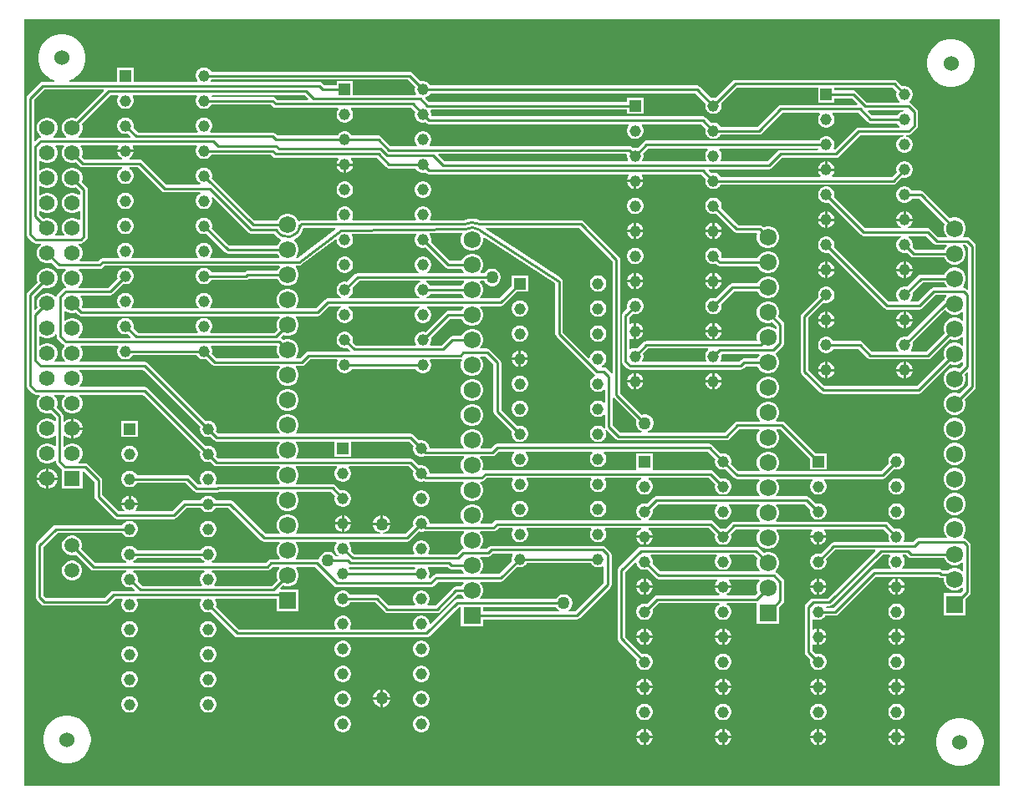
<source format=gbl>
G04*
G04 #@! TF.GenerationSoftware,Altium Limited,Altium Designer,23.1.1 (15)*
G04*
G04 Layer_Physical_Order=2*
G04 Layer_Color=16711680*
%FSLAX25Y25*%
%MOIN*%
G70*
G04*
G04 #@! TF.SameCoordinates,AD0B2A01-48E7-494C-B2D7-7D24B3A8B6D3*
G04*
G04*
G04 #@! TF.FilePolarity,Positive*
G04*
G01*
G75*
%ADD12C,0.01000*%
%ADD22C,0.05890*%
%ADD23R,0.04567X0.04567*%
%ADD24C,0.04567*%
%ADD25C,0.06201*%
%ADD26R,0.06201X0.06201*%
%ADD27R,0.06791X0.06791*%
%ADD28C,0.06791*%
%ADD29C,0.06000*%
%ADD30C,0.05000*%
%ADD31C,0.01000*%
G36*
X492500Y458500D02*
Y152500D01*
X103500D01*
Y458500D01*
X492500Y458500D01*
D02*
G37*
%LPC*%
G36*
X473932Y450465D02*
X472068D01*
X470239Y450101D01*
X468517Y449387D01*
X466967Y448352D01*
X465648Y447033D01*
X464613Y445483D01*
X463899Y443761D01*
X463535Y441932D01*
Y440068D01*
X463899Y438239D01*
X464613Y436517D01*
X465648Y434967D01*
X466967Y433648D01*
X468517Y432613D01*
X470239Y431899D01*
X472068Y431535D01*
X473932D01*
X475761Y431899D01*
X477483Y432613D01*
X479033Y433648D01*
X480352Y434967D01*
X481387Y436517D01*
X482101Y438239D01*
X482465Y440068D01*
Y441932D01*
X482101Y443761D01*
X481387Y445483D01*
X480352Y447033D01*
X479033Y448352D01*
X477483Y449387D01*
X475761Y450101D01*
X473932Y450465D01*
D02*
G37*
G36*
X119364Y452500D02*
X117500D01*
X115672Y452136D01*
X113949Y451423D01*
X112399Y450387D01*
X111081Y449069D01*
X110045Y447518D01*
X109331Y445796D01*
X108968Y443968D01*
Y442103D01*
X109331Y440275D01*
X110045Y438552D01*
X111081Y437002D01*
X112399Y435684D01*
X113949Y434648D01*
X115443Y434029D01*
X115343Y433529D01*
X110900D01*
X110315Y433413D01*
X109819Y433081D01*
X104819Y428081D01*
X104487Y427585D01*
X104371Y427000D01*
Y372600D01*
X104487Y372015D01*
X104819Y371519D01*
X106919Y369419D01*
X107415Y369087D01*
X108000Y368971D01*
X109983D01*
X110113Y368488D01*
X110065Y368460D01*
X109301Y367697D01*
X108762Y366762D01*
X108482Y365719D01*
Y364639D01*
X108762Y363596D01*
X109301Y362661D01*
X110065Y361898D01*
X111000Y361358D01*
X112043Y361079D01*
X113122D01*
X114165Y361358D01*
X114213Y361386D01*
X116280Y359319D01*
X116776Y358987D01*
X117362Y358871D01*
X119849D01*
X119975Y358371D01*
X119301Y357697D01*
X118762Y356762D01*
X118482Y355719D01*
Y354639D01*
X118762Y353596D01*
X119301Y352661D01*
X120065Y351898D01*
X120184Y351829D01*
X120050Y351329D01*
X120000D01*
X119415Y351213D01*
X118919Y350881D01*
X116819Y348781D01*
X116487Y348285D01*
X116388Y347788D01*
X115919Y347600D01*
X115864Y347697D01*
X115100Y348460D01*
X114165Y349000D01*
X113122Y349279D01*
X112043D01*
X111000Y349000D01*
X110065Y348460D01*
X109301Y347697D01*
X108762Y346762D01*
X108482Y345719D01*
Y344639D01*
X108762Y343596D01*
X108789Y343548D01*
X107891Y342651D01*
X107429Y342842D01*
Y347863D01*
X110952Y351386D01*
X111000Y351358D01*
X112043Y351079D01*
X113122D01*
X114165Y351358D01*
X115100Y351898D01*
X115864Y352661D01*
X116403Y353596D01*
X116683Y354639D01*
Y355719D01*
X116403Y356762D01*
X115864Y357697D01*
X115100Y358460D01*
X114165Y359000D01*
X113122Y359279D01*
X112043D01*
X111000Y359000D01*
X110065Y358460D01*
X109301Y357697D01*
X108762Y356762D01*
X108482Y355719D01*
Y354639D01*
X108762Y353596D01*
X108789Y353549D01*
X104819Y349578D01*
X104487Y349082D01*
X104371Y348496D01*
Y312300D01*
X104487Y311715D01*
X104819Y311219D01*
X106919Y309119D01*
X107415Y308787D01*
X108000Y308671D01*
X109568D01*
X109775Y308171D01*
X109301Y307697D01*
X108762Y306762D01*
X108482Y305719D01*
Y304639D01*
X108762Y303596D01*
X109301Y302661D01*
X110065Y301898D01*
X111000Y301358D01*
X112043Y301079D01*
X113122D01*
X114165Y301358D01*
X114213Y301386D01*
X115971Y299628D01*
Y298297D01*
X115471Y298090D01*
X115100Y298460D01*
X114165Y299000D01*
X113122Y299279D01*
X112043D01*
X111000Y299000D01*
X110065Y298460D01*
X109301Y297697D01*
X108762Y296762D01*
X108482Y295719D01*
Y294639D01*
X108762Y293596D01*
X109301Y292661D01*
X110065Y291898D01*
X111000Y291358D01*
X112043Y291079D01*
X113122D01*
X114165Y291358D01*
X115100Y291898D01*
X115471Y292268D01*
X115971Y292061D01*
Y288297D01*
X115471Y288090D01*
X115100Y288460D01*
X114165Y289000D01*
X113122Y289279D01*
X112043D01*
X111000Y289000D01*
X110065Y288460D01*
X109301Y287697D01*
X108762Y286762D01*
X108482Y285719D01*
Y284639D01*
X108762Y283596D01*
X109301Y282661D01*
X110065Y281898D01*
X111000Y281358D01*
X112043Y281079D01*
X113122D01*
X114165Y281358D01*
X115100Y281898D01*
X115471Y282268D01*
X115971Y282061D01*
Y282000D01*
X116087Y281415D01*
X116419Y280919D01*
X118482Y278855D01*
Y271079D01*
X126683D01*
Y278018D01*
X127183Y278154D01*
X131471Y273867D01*
Y268000D01*
X131587Y267415D01*
X131919Y266919D01*
X139419Y259419D01*
X139915Y259087D01*
X140500Y258971D01*
X163000D01*
X163585Y259087D01*
X164081Y259419D01*
X168133Y263471D01*
X173851D01*
X174132Y262984D01*
X174744Y262373D01*
X175492Y261940D01*
X176328Y261717D01*
X177192D01*
X178027Y261940D01*
X178776Y262373D01*
X179387Y262984D01*
X179668Y263471D01*
X184866D01*
X197919Y250419D01*
X198415Y250087D01*
X199000Y249971D01*
X205101D01*
X205292Y249509D01*
X204983Y249199D01*
X204404Y248197D01*
X204104Y247079D01*
Y245921D01*
X204404Y244803D01*
X204983Y243801D01*
X205354Y243429D01*
X205147Y242929D01*
X201700D01*
X201115Y242813D01*
X200619Y242481D01*
X199667Y241529D01*
X178315D01*
X178182Y242029D01*
X178776Y242373D01*
X179387Y242984D01*
X179820Y243733D01*
X180043Y244568D01*
Y245432D01*
X179820Y246267D01*
X179387Y247016D01*
X178776Y247627D01*
X178027Y248060D01*
X177192Y248284D01*
X176328D01*
X175492Y248060D01*
X174744Y247627D01*
X174132Y247016D01*
X173851Y246529D01*
X148408D01*
X148127Y247016D01*
X147516Y247627D01*
X146767Y248060D01*
X145932Y248284D01*
X145068D01*
X144233Y248060D01*
X143484Y247627D01*
X142873Y247016D01*
X142440Y246267D01*
X142217Y245432D01*
Y244568D01*
X142440Y243733D01*
X142873Y242984D01*
X143484Y242373D01*
X144078Y242029D01*
X143944Y241529D01*
X131633D01*
X126178Y246985D01*
X126445Y247981D01*
Y249019D01*
X126176Y250023D01*
X125657Y250922D01*
X124922Y251657D01*
X124023Y252176D01*
X123019Y252445D01*
X121981D01*
X120977Y252176D01*
X120078Y251657D01*
X119343Y250922D01*
X118824Y250023D01*
X118555Y249019D01*
Y247981D01*
X118824Y246977D01*
X119343Y246078D01*
X120078Y245343D01*
X120977Y244824D01*
X121981Y244555D01*
X123019D01*
X124015Y244822D01*
X129919Y238919D01*
X130415Y238587D01*
X131000Y238471D01*
X143944D01*
X144078Y237971D01*
X143484Y237627D01*
X142873Y237016D01*
X142440Y236267D01*
X142217Y235432D01*
Y234568D01*
X142440Y233733D01*
X142873Y232984D01*
X143484Y232373D01*
X144233Y231940D01*
X145068Y231716D01*
X145932D01*
X146475Y231862D01*
X147546Y230791D01*
X147354Y230329D01*
X139000D01*
X138415Y230213D01*
X137919Y229881D01*
X135566Y227529D01*
X112134D01*
X111029Y228633D01*
Y247867D01*
X116633Y253471D01*
X142592D01*
X142873Y252984D01*
X143484Y252373D01*
X144233Y251940D01*
X145068Y251716D01*
X145932D01*
X146767Y251940D01*
X147516Y252373D01*
X148127Y252984D01*
X148560Y253733D01*
X148784Y254568D01*
Y255432D01*
X148560Y256267D01*
X148127Y257016D01*
X147516Y257627D01*
X146767Y258060D01*
X145932Y258283D01*
X145068D01*
X144233Y258060D01*
X143484Y257627D01*
X142873Y257016D01*
X142592Y256529D01*
X116000D01*
X115415Y256413D01*
X114919Y256081D01*
X108419Y249581D01*
X108087Y249085D01*
X107971Y248500D01*
Y228000D01*
X108087Y227415D01*
X108419Y226919D01*
X110419Y224919D01*
X110915Y224587D01*
X111500Y224471D01*
X136200D01*
X136785Y224587D01*
X137281Y224919D01*
X139634Y227271D01*
X142446D01*
X142731Y226771D01*
X142440Y226267D01*
X142217Y225432D01*
Y224568D01*
X142440Y223733D01*
X142873Y222984D01*
X143484Y222373D01*
X144233Y221940D01*
X145068Y221716D01*
X145932D01*
X146767Y221940D01*
X147516Y222373D01*
X148127Y222984D01*
X148560Y223733D01*
X148784Y224568D01*
Y225432D01*
X148560Y226267D01*
X148269Y226771D01*
X148555Y227271D01*
X173705D01*
X173991Y226771D01*
X173700Y226267D01*
X173476Y225432D01*
Y224568D01*
X173700Y223733D01*
X174132Y222984D01*
X174744Y222373D01*
X175492Y221940D01*
X176328Y221716D01*
X177192D01*
X177735Y221862D01*
X187278Y212319D01*
X187775Y211987D01*
X188360Y211871D01*
X263900D01*
X264485Y211987D01*
X264981Y212319D01*
X276634Y223971D01*
X277604D01*
Y216104D01*
X286396D01*
Y218971D01*
X323900D01*
X324485Y219087D01*
X324981Y219419D01*
X337181Y231619D01*
X337513Y232115D01*
X337629Y232700D01*
Y244700D01*
X337513Y245285D01*
X337181Y245781D01*
X335081Y247881D01*
X334585Y248213D01*
X334000Y248329D01*
X289800D01*
X289215Y248213D01*
X288719Y247881D01*
X287866Y247029D01*
X285399D01*
X285208Y247491D01*
X285517Y247801D01*
X286096Y248803D01*
X286396Y249921D01*
Y251079D01*
X286096Y252197D01*
X285517Y253199D01*
X285146Y253571D01*
X285353Y254071D01*
X290600D01*
X291185Y254187D01*
X291681Y254519D01*
X292634Y255471D01*
X298184D01*
X298252Y255308D01*
X298346Y254971D01*
X297940Y254267D01*
X297716Y253432D01*
Y252568D01*
X297940Y251733D01*
X298373Y250984D01*
X298984Y250373D01*
X299733Y249940D01*
X300568Y249716D01*
X301432D01*
X302267Y249940D01*
X303016Y250373D01*
X303627Y250984D01*
X304060Y251733D01*
X304283Y252568D01*
Y253432D01*
X304060Y254267D01*
X303654Y254971D01*
X303748Y255308D01*
X303816Y255471D01*
X329444D01*
X329512Y255308D01*
X329606Y254971D01*
X329200Y254267D01*
X328976Y253432D01*
Y252568D01*
X329200Y251733D01*
X329632Y250984D01*
X330244Y250373D01*
X330992Y249940D01*
X331827Y249716D01*
X332692D01*
X333527Y249940D01*
X334276Y250373D01*
X334887Y250984D01*
X335319Y251733D01*
X335543Y252568D01*
Y253432D01*
X335319Y254267D01*
X334913Y254971D01*
X335008Y255308D01*
X335075Y255471D01*
X349315D01*
X349448Y254971D01*
X348854Y254627D01*
X348243Y254016D01*
X347811Y253267D01*
X347605Y252500D01*
X354135D01*
X353930Y253267D01*
X353498Y254016D01*
X352886Y254627D01*
X352292Y254971D01*
X352426Y255471D01*
X376497D01*
X378992Y252975D01*
X378847Y252432D01*
Y251568D01*
X379070Y250733D01*
X379503Y249984D01*
X380114Y249373D01*
X380863Y248940D01*
X381698Y248716D01*
X382562D01*
X383397Y248940D01*
X384146Y249373D01*
X384757Y249984D01*
X385190Y250733D01*
X385414Y251568D01*
Y252432D01*
X385268Y252975D01*
X387163Y254871D01*
X396501D01*
X396692Y254409D01*
X396483Y254199D01*
X395904Y253197D01*
X395604Y252079D01*
Y250921D01*
X395904Y249803D01*
X396483Y248801D01*
X397301Y247983D01*
X398303Y247404D01*
X399421Y247104D01*
X400579D01*
X401697Y247404D01*
X402699Y247983D01*
X403517Y248801D01*
X404096Y249803D01*
X404396Y250921D01*
Y252079D01*
X404096Y253197D01*
X403517Y254199D01*
X403308Y254409D01*
X403499Y254871D01*
X417520D01*
X417727Y254371D01*
X417373Y254016D01*
X416940Y253267D01*
X416735Y252500D01*
X423265D01*
X423060Y253267D01*
X422627Y254016D01*
X422273Y254371D01*
X422480Y254871D01*
X446226D01*
X448122Y252975D01*
X447976Y252432D01*
Y251568D01*
X448200Y250733D01*
X448481Y250246D01*
X448193Y249746D01*
X426216D01*
X425631Y249629D01*
X425135Y249298D01*
X420975Y245138D01*
X420432Y245284D01*
X419568D01*
X418733Y245060D01*
X417984Y244627D01*
X417373Y244016D01*
X416940Y243267D01*
X416716Y242432D01*
Y241568D01*
X416940Y240733D01*
X417373Y239984D01*
X417984Y239373D01*
X418733Y238940D01*
X419568Y238717D01*
X420432D01*
X421267Y238940D01*
X422016Y239373D01*
X422627Y239984D01*
X423060Y240733D01*
X423283Y241568D01*
Y242432D01*
X423138Y242975D01*
X426850Y246687D01*
X442671D01*
X442862Y246225D01*
X423967Y227329D01*
X418000D01*
X417415Y227213D01*
X416919Y226881D01*
X415119Y225081D01*
X414787Y224585D01*
X414671Y224000D01*
Y205800D01*
X414787Y205215D01*
X415119Y204719D01*
X416862Y202975D01*
X416716Y202432D01*
Y201568D01*
X416940Y200733D01*
X417373Y199984D01*
X417984Y199373D01*
X418733Y198940D01*
X419568Y198716D01*
X420432D01*
X421267Y198940D01*
X422016Y199373D01*
X422627Y199984D01*
X423060Y200733D01*
X423283Y201568D01*
Y202432D01*
X423060Y203267D01*
X422627Y204016D01*
X422016Y204627D01*
X421267Y205060D01*
X420432Y205283D01*
X419568D01*
X419025Y205138D01*
X417729Y206434D01*
Y208945D01*
X418229Y209231D01*
X418733Y208940D01*
X419500Y208735D01*
Y212000D01*
Y215265D01*
X418733Y215060D01*
X418229Y214769D01*
X417729Y215055D01*
Y218945D01*
X418229Y219231D01*
X418733Y218940D01*
X419568Y218717D01*
X420432D01*
X421267Y218940D01*
X422016Y219373D01*
X422627Y219984D01*
X422908Y220471D01*
X426800D01*
X427385Y220587D01*
X427881Y220919D01*
X442934Y235971D01*
X467867D01*
X467919Y235919D01*
X468415Y235587D01*
X469000Y235471D01*
X470104D01*
Y234421D01*
X470404Y233303D01*
X470983Y232301D01*
X471801Y231483D01*
X472803Y230904D01*
X473921Y230604D01*
X475079D01*
X476197Y230904D01*
X477199Y231483D01*
X477409Y231692D01*
X477871Y231501D01*
Y230534D01*
X476733Y229396D01*
X470104D01*
Y220604D01*
X478896D01*
Y227233D01*
X480481Y228819D01*
X480813Y229315D01*
X480929Y229900D01*
Y248500D01*
X480813Y249085D01*
X480481Y249581D01*
X479081Y250981D01*
X478585Y251313D01*
X478000Y251429D01*
X477853D01*
X477646Y251929D01*
X478017Y252301D01*
X478596Y253303D01*
X478896Y254421D01*
Y255579D01*
X478596Y256697D01*
X478017Y257699D01*
X477199Y258517D01*
X476197Y259096D01*
X475079Y259396D01*
X473921D01*
X472803Y259096D01*
X471801Y258517D01*
X470983Y257699D01*
X470404Y256697D01*
X470104Y255579D01*
Y254421D01*
X470404Y253303D01*
X470983Y252301D01*
X471354Y251929D01*
X471147Y251429D01*
X460000D01*
X459415Y251313D01*
X458919Y250981D01*
X457683Y249746D01*
X454327D01*
X454038Y250246D01*
X454319Y250733D01*
X454543Y251568D01*
Y252432D01*
X454319Y253267D01*
X453887Y254016D01*
X453276Y254627D01*
X452527Y255060D01*
X451692Y255283D01*
X450828D01*
X450285Y255138D01*
X447941Y257481D01*
X447445Y257813D01*
X446860Y257929D01*
X403353D01*
X403146Y258429D01*
X403517Y258801D01*
X404096Y259803D01*
X404396Y260921D01*
Y262079D01*
X404096Y263197D01*
X403517Y264199D01*
X403208Y264509D01*
X403399Y264971D01*
X414866D01*
X416862Y262975D01*
X416716Y262432D01*
Y261568D01*
X416940Y260733D01*
X417373Y259984D01*
X417984Y259373D01*
X418733Y258940D01*
X419568Y258717D01*
X420432D01*
X421267Y258940D01*
X422016Y259373D01*
X422627Y259984D01*
X423060Y260733D01*
X423283Y261568D01*
Y262432D01*
X423060Y263267D01*
X422627Y264016D01*
X422016Y264627D01*
X421267Y265060D01*
X420432Y265283D01*
X419568D01*
X419025Y265138D01*
X416581Y267581D01*
X416085Y267913D01*
X415500Y268029D01*
X403399D01*
X403208Y268491D01*
X403517Y268801D01*
X404096Y269803D01*
X404396Y270921D01*
Y272079D01*
X404096Y273197D01*
X403517Y274199D01*
X403208Y274509D01*
X403399Y274971D01*
X417620D01*
X417827Y274471D01*
X417373Y274016D01*
X416940Y273267D01*
X416716Y272432D01*
Y271568D01*
X416940Y270733D01*
X417373Y269984D01*
X417984Y269373D01*
X418733Y268940D01*
X419568Y268717D01*
X420432D01*
X421267Y268940D01*
X422016Y269373D01*
X422627Y269984D01*
X423060Y270733D01*
X423283Y271568D01*
Y272432D01*
X423060Y273267D01*
X422627Y274016D01*
X422173Y274471D01*
X422380Y274971D01*
X445760D01*
X446345Y275087D01*
X446841Y275419D01*
X450285Y278862D01*
X450828Y278716D01*
X451692D01*
X452527Y278940D01*
X453276Y279373D01*
X453887Y279984D01*
X454319Y280733D01*
X454543Y281568D01*
Y282432D01*
X454319Y283267D01*
X453887Y284016D01*
X453276Y284627D01*
X452527Y285060D01*
X451692Y285283D01*
X450828D01*
X449992Y285060D01*
X449244Y284627D01*
X448632Y284016D01*
X448200Y283267D01*
X447976Y282432D01*
Y281568D01*
X448122Y281025D01*
X445126Y278029D01*
X403399D01*
X403208Y278491D01*
X403517Y278801D01*
X404096Y279803D01*
X404396Y280921D01*
Y282079D01*
X404096Y283197D01*
X403517Y284199D01*
X402699Y285017D01*
X401697Y285596D01*
X400579Y285896D01*
X399421D01*
X398303Y285596D01*
X397301Y285017D01*
X396483Y284199D01*
X395904Y283197D01*
X395604Y282079D01*
Y280921D01*
X395904Y279803D01*
X396483Y278801D01*
X396792Y278491D01*
X396601Y278029D01*
X388264D01*
X385268Y281025D01*
X385414Y281568D01*
Y282432D01*
X385190Y283267D01*
X384757Y284016D01*
X384146Y284627D01*
X383397Y285060D01*
X382562Y285283D01*
X381698D01*
X381155Y285138D01*
X377711Y288581D01*
X377215Y288913D01*
X376630Y289029D01*
X292000D01*
X291415Y288913D01*
X290919Y288581D01*
X289467Y287129D01*
X285499D01*
X285308Y287591D01*
X285517Y287801D01*
X286096Y288803D01*
X286396Y289921D01*
Y291079D01*
X286096Y292197D01*
X285517Y293199D01*
X284699Y294017D01*
X283697Y294596D01*
X282579Y294896D01*
X281421D01*
X280303Y294596D01*
X279301Y294017D01*
X278483Y293199D01*
X277904Y292197D01*
X277604Y291079D01*
Y289921D01*
X277904Y288803D01*
X278483Y287801D01*
X278692Y287591D01*
X278501Y287129D01*
X265083D01*
Y287665D01*
X264860Y288500D01*
X264427Y289249D01*
X263816Y289860D01*
X263067Y290292D01*
X262232Y290516D01*
X261368D01*
X260825Y290371D01*
X258614Y292581D01*
X258118Y292913D01*
X257532Y293029D01*
X211899D01*
X211708Y293491D01*
X212017Y293801D01*
X212596Y294803D01*
X212896Y295921D01*
Y297079D01*
X212596Y298197D01*
X212017Y299199D01*
X211199Y300017D01*
X210197Y300596D01*
X209079Y300896D01*
X207921D01*
X206803Y300596D01*
X205801Y300017D01*
X204983Y299199D01*
X204404Y298197D01*
X204104Y297079D01*
Y295921D01*
X204404Y294803D01*
X204983Y293801D01*
X205292Y293491D01*
X205101Y293029D01*
X180893D01*
X179898Y294025D01*
X180043Y294568D01*
Y295432D01*
X179820Y296267D01*
X179387Y297016D01*
X178776Y297627D01*
X178027Y298060D01*
X177192Y298284D01*
X176328D01*
X175785Y298138D01*
X152641Y321281D01*
X152145Y321613D01*
X151560Y321729D01*
X125639D01*
X125432Y322229D01*
X125864Y322661D01*
X126403Y323596D01*
X126683Y324639D01*
Y325719D01*
X126403Y326762D01*
X125864Y327697D01*
X125752Y327809D01*
X125943Y328271D01*
X140816D01*
X141101Y327771D01*
X140811Y327267D01*
X140587Y326432D01*
Y325568D01*
X140811Y324733D01*
X141243Y323984D01*
X141854Y323373D01*
X142603Y322940D01*
X143438Y322716D01*
X144302D01*
X145138Y322940D01*
X145886Y323373D01*
X146498Y323984D01*
X146779Y324471D01*
X172222D01*
X172503Y323984D01*
X173114Y323373D01*
X173863Y322940D01*
X174698Y322716D01*
X175562D01*
X176105Y322862D01*
X178449Y320519D01*
X178945Y320187D01*
X179530Y320071D01*
X205147D01*
X205354Y319571D01*
X204983Y319199D01*
X204404Y318197D01*
X204104Y317079D01*
Y315921D01*
X204404Y314803D01*
X204983Y313801D01*
X205801Y312983D01*
X206803Y312404D01*
X207921Y312104D01*
X209079D01*
X210197Y312404D01*
X211199Y312983D01*
X212017Y313801D01*
X212596Y314803D01*
X212896Y315921D01*
Y317079D01*
X212596Y318197D01*
X212017Y319199D01*
X211646Y319571D01*
X211853Y320071D01*
X214100D01*
X214685Y320187D01*
X215181Y320519D01*
X217434Y322771D01*
X228186D01*
X228471Y322271D01*
X228181Y321767D01*
X227957Y320932D01*
Y320068D01*
X228181Y319233D01*
X228613Y318484D01*
X229224Y317873D01*
X229973Y317440D01*
X230808Y317216D01*
X231673D01*
X232508Y317440D01*
X233256Y317873D01*
X233868Y318484D01*
X234149Y318971D01*
X259592D01*
X259873Y318484D01*
X260484Y317873D01*
X261233Y317440D01*
X262068Y317216D01*
X262932D01*
X263767Y317440D01*
X264516Y317873D01*
X265127Y318484D01*
X265560Y319233D01*
X265784Y320068D01*
Y320932D01*
X265560Y321767D01*
X265269Y322271D01*
X265555Y322771D01*
X277300D01*
X277704Y322851D01*
X278042Y322436D01*
X277904Y322197D01*
X277604Y321079D01*
Y319921D01*
X277904Y318803D01*
X278483Y317801D01*
X279301Y316983D01*
X280303Y316404D01*
X281421Y316104D01*
X282579D01*
X283697Y316404D01*
X284699Y316983D01*
X285517Y317801D01*
X286096Y318803D01*
X286396Y319921D01*
Y321079D01*
X286096Y322197D01*
X285517Y323199D01*
X285208Y323509D01*
X285399Y323971D01*
X287367D01*
X290571Y320766D01*
Y301900D01*
X290687Y301315D01*
X291019Y300819D01*
X297862Y293975D01*
X297716Y293432D01*
Y292568D01*
X297940Y291733D01*
X298373Y290984D01*
X298984Y290373D01*
X299733Y289940D01*
X300568Y289717D01*
X301432D01*
X302267Y289940D01*
X303016Y290373D01*
X303627Y290984D01*
X304060Y291733D01*
X304283Y292568D01*
Y293432D01*
X304060Y294267D01*
X303627Y295016D01*
X303016Y295627D01*
X302267Y296060D01*
X301432Y296284D01*
X300568D01*
X300025Y296138D01*
X293629Y302534D01*
Y321400D01*
X293513Y321985D01*
X293181Y322481D01*
X289081Y326581D01*
X288585Y326913D01*
X288000Y327029D01*
X285399D01*
X285208Y327491D01*
X285517Y327801D01*
X286096Y328803D01*
X286396Y329921D01*
Y331079D01*
X286096Y332197D01*
X285517Y333199D01*
X284699Y334017D01*
X283697Y334596D01*
X282579Y334896D01*
X281421D01*
X280303Y334596D01*
X279301Y334017D01*
X278483Y333199D01*
X277904Y332197D01*
X277859Y332029D01*
X274200D01*
X273615Y331913D01*
X273119Y331581D01*
X269766Y328229D01*
X265555D01*
X265269Y328729D01*
X265560Y329233D01*
X265784Y330068D01*
Y330932D01*
X265638Y331475D01*
X273133Y338971D01*
X277859D01*
X277904Y338803D01*
X278483Y337801D01*
X279301Y336983D01*
X280303Y336404D01*
X281421Y336104D01*
X282579D01*
X283697Y336404D01*
X284699Y336983D01*
X285517Y337801D01*
X286096Y338803D01*
X286396Y339921D01*
Y341079D01*
X286096Y342197D01*
X285517Y343199D01*
X285208Y343509D01*
X285399Y343971D01*
X293500D01*
X294085Y344087D01*
X294581Y344419D01*
X299879Y349716D01*
X304283D01*
Y356283D01*
X297716D01*
Y351879D01*
X292866Y347029D01*
X285399D01*
X285208Y347491D01*
X285517Y347801D01*
X286096Y348803D01*
X286396Y349921D01*
Y351079D01*
X286096Y352197D01*
X285517Y353199D01*
X285146Y353571D01*
X285353Y354071D01*
X286784D01*
X287199Y353351D01*
X287851Y352699D01*
X288649Y352238D01*
X289539Y352000D01*
X290461D01*
X291351Y352238D01*
X292149Y352699D01*
X292801Y353351D01*
X293262Y354149D01*
X293500Y355039D01*
Y355961D01*
X293262Y356851D01*
X292801Y357649D01*
X292149Y358301D01*
X291351Y358762D01*
X290461Y359000D01*
X289539D01*
X288649Y358762D01*
X287851Y358301D01*
X287199Y357649D01*
X286899Y357129D01*
X285499D01*
X285308Y357591D01*
X285517Y357801D01*
X286096Y358803D01*
X286396Y359921D01*
Y361079D01*
X286096Y362197D01*
X285517Y363199D01*
X284699Y364017D01*
X283697Y364596D01*
X282579Y364896D01*
X281421D01*
X280303Y364596D01*
X279301Y364017D01*
X278483Y363199D01*
X277904Y362197D01*
X277859Y362029D01*
X273133D01*
X265638Y369525D01*
X265784Y370068D01*
Y370932D01*
X265560Y371767D01*
X265127Y372516D01*
X265058Y372585D01*
X265248Y373048D01*
X277955Y373153D01*
X278207Y372721D01*
X277904Y372197D01*
X277604Y371079D01*
Y369921D01*
X277904Y368803D01*
X278483Y367801D01*
X279301Y366983D01*
X280303Y366404D01*
X281421Y366104D01*
X282579D01*
X283697Y366404D01*
X284699Y366983D01*
X285517Y367801D01*
X286096Y368803D01*
X286396Y369921D01*
Y371079D01*
X286385Y371119D01*
X286789Y371413D01*
X315148Y353089D01*
X315171Y353066D01*
Y333000D01*
X315287Y332415D01*
X315619Y331919D01*
X330619Y316919D01*
X331090Y316603D01*
X331108Y316484D01*
X331082Y316084D01*
X330992Y316060D01*
X330244Y315627D01*
X329632Y315016D01*
X329200Y314267D01*
X328976Y313432D01*
Y312568D01*
X329200Y311733D01*
X329632Y310984D01*
X330244Y310373D01*
X330992Y309940D01*
X331827Y309717D01*
X332692D01*
X333527Y309940D01*
X334276Y310373D01*
X334571Y310667D01*
X335071Y310460D01*
Y305540D01*
X334571Y305333D01*
X334276Y305627D01*
X333527Y306060D01*
X332692Y306283D01*
X331827D01*
X330992Y306060D01*
X330244Y305627D01*
X329632Y305016D01*
X329200Y304267D01*
X328976Y303432D01*
Y302568D01*
X329200Y301733D01*
X329632Y300984D01*
X330244Y300373D01*
X330992Y299940D01*
X331827Y299716D01*
X332692D01*
X333527Y299940D01*
X334276Y300373D01*
X334571Y300667D01*
X335071Y300460D01*
Y296000D01*
X335187Y295415D01*
X334781Y295122D01*
X334276Y295627D01*
X333527Y296060D01*
X332692Y296284D01*
X331827D01*
X330992Y296060D01*
X330244Y295627D01*
X329632Y295016D01*
X329200Y294267D01*
X328976Y293432D01*
Y292568D01*
X329200Y291733D01*
X329632Y290984D01*
X330244Y290373D01*
X330992Y289940D01*
X331827Y289717D01*
X332692D01*
X333527Y289940D01*
X334276Y290373D01*
X334887Y290984D01*
X335319Y291733D01*
X335543Y292568D01*
Y293432D01*
X335319Y294267D01*
X335105Y294640D01*
X335519Y294919D01*
X339519Y290919D01*
X340015Y290587D01*
X340600Y290471D01*
X383500D01*
X384085Y290587D01*
X384581Y290919D01*
X388533Y294871D01*
X396501D01*
X396692Y294409D01*
X396483Y294199D01*
X395904Y293197D01*
X395604Y292079D01*
Y290921D01*
X395904Y289803D01*
X396483Y288801D01*
X397301Y287983D01*
X398303Y287404D01*
X399421Y287104D01*
X400579D01*
X401697Y287404D01*
X402699Y287983D01*
X403517Y288801D01*
X404096Y289803D01*
X404396Y290921D01*
Y292079D01*
X404096Y293197D01*
X403517Y294199D01*
X403308Y294409D01*
X403499Y294871D01*
X404966D01*
X416716Y283121D01*
Y278716D01*
X423283D01*
Y285283D01*
X418879D01*
X406681Y297481D01*
X406185Y297813D01*
X405600Y297929D01*
X403353D01*
X403146Y298429D01*
X403517Y298801D01*
X404096Y299803D01*
X404396Y300921D01*
Y302079D01*
X404096Y303197D01*
X403517Y304199D01*
X402699Y305017D01*
X401697Y305596D01*
X400579Y305896D01*
X399421D01*
X398303Y305596D01*
X397301Y305017D01*
X396483Y304199D01*
X395904Y303197D01*
X395604Y302079D01*
Y300921D01*
X395904Y299803D01*
X396483Y298801D01*
X396854Y298429D01*
X396647Y297929D01*
X387900D01*
X387315Y297813D01*
X386819Y297481D01*
X382867Y293529D01*
X352142D01*
X352076Y294029D01*
X352221Y294068D01*
X353019Y294529D01*
X353671Y295181D01*
X354132Y295979D01*
X354370Y296869D01*
Y297791D01*
X354132Y298681D01*
X353671Y299479D01*
X353019Y300131D01*
X352221Y300591D01*
X351331Y300830D01*
X350409D01*
X349718Y300645D01*
X341129Y309233D01*
Y362500D01*
X341013Y363085D01*
X340681Y363581D01*
X326780Y377483D01*
X326487Y377776D01*
X325990Y378108D01*
X325405Y378224D01*
X285359D01*
X285228Y378294D01*
X283646Y378774D01*
X282000Y378936D01*
X280354Y378774D01*
X278772Y378294D01*
X278641Y378224D01*
X265548D01*
X265266Y378724D01*
X265560Y379233D01*
X265784Y380068D01*
Y380932D01*
X265560Y381767D01*
X265127Y382516D01*
X264516Y383127D01*
X263767Y383560D01*
X262932Y383784D01*
X262068D01*
X261233Y383560D01*
X260484Y383127D01*
X259873Y382516D01*
X259440Y381767D01*
X259216Y380932D01*
Y380068D01*
X259440Y379233D01*
X259734Y378724D01*
X259452Y378224D01*
X234288D01*
X234006Y378724D01*
X234300Y379233D01*
X234524Y380068D01*
Y380932D01*
X234300Y381767D01*
X233868Y382516D01*
X233256Y383127D01*
X232508Y383560D01*
X231673Y383784D01*
X230808D01*
X229973Y383560D01*
X229224Y383127D01*
X228613Y382516D01*
X228181Y381767D01*
X227957Y380932D01*
Y380068D01*
X228181Y379233D01*
X228474Y378724D01*
X228192Y378224D01*
X213926D01*
X213561Y378152D01*
X213341Y378108D01*
X213341Y378108D01*
X213168Y377993D01*
X212597Y378196D01*
X212590Y378207D01*
X212017Y379199D01*
X211199Y380017D01*
X210197Y380596D01*
X209079Y380896D01*
X207921D01*
X206803Y380596D01*
X205801Y380017D01*
X204983Y379199D01*
X204404Y378197D01*
X204359Y378029D01*
X195264D01*
X178268Y395025D01*
X178413Y395568D01*
Y396432D01*
X178190Y397267D01*
X177757Y398016D01*
X177146Y398627D01*
X176397Y399060D01*
X175562Y399284D01*
X174698D01*
X173863Y399060D01*
X173114Y398627D01*
X172503Y398016D01*
X172070Y397267D01*
X171846Y396432D01*
Y395568D01*
X172070Y394733D01*
X172503Y393984D01*
X173114Y393373D01*
X173708Y393029D01*
X173574Y392529D01*
X160134D01*
X150581Y402081D01*
X150085Y402413D01*
X149500Y402529D01*
X145426D01*
X145292Y403029D01*
X145886Y403373D01*
X146498Y403984D01*
X146930Y404733D01*
X147135Y405500D01*
X140605D01*
X140811Y404733D01*
X141243Y403984D01*
X141854Y403373D01*
X142448Y403029D01*
X142315Y402529D01*
X127395D01*
X126376Y403548D01*
X126403Y403596D01*
X126683Y404639D01*
Y405719D01*
X126403Y406762D01*
X125864Y407697D01*
X125752Y407809D01*
X125943Y408271D01*
X140816D01*
X141101Y407771D01*
X140811Y407267D01*
X140605Y406500D01*
X147135D01*
X146930Y407267D01*
X146639Y407771D01*
X146925Y408271D01*
X172075D01*
X172361Y407771D01*
X172070Y407267D01*
X171846Y406432D01*
Y405568D01*
X172070Y404733D01*
X172503Y403984D01*
X173114Y403373D01*
X173863Y402940D01*
X174698Y402716D01*
X175562D01*
X176397Y402940D01*
X177146Y403373D01*
X177757Y403984D01*
X178038Y404471D01*
X201867D01*
X202719Y403619D01*
X203215Y403287D01*
X203800Y403171D01*
X228560D01*
X228767Y402671D01*
X228613Y402516D01*
X228181Y401767D01*
X227975Y401000D01*
X234506D01*
X234300Y401767D01*
X233868Y402516D01*
X233713Y402671D01*
X233920Y403171D01*
X244067D01*
X247819Y399419D01*
X248315Y399087D01*
X248900Y398971D01*
X259592D01*
X259873Y398484D01*
X260484Y397873D01*
X261233Y397440D01*
X262068Y397217D01*
X262932D01*
X263475Y397362D01*
X263719Y397119D01*
X264215Y396787D01*
X264800Y396671D01*
X344320D01*
X344527Y396171D01*
X344373Y396016D01*
X343940Y395267D01*
X343735Y394500D01*
X350265D01*
X350060Y395267D01*
X349627Y396016D01*
X349473Y396171D01*
X349680Y396671D01*
X373426D01*
X375122Y394975D01*
X374976Y394432D01*
Y393568D01*
X375200Y392733D01*
X375632Y391984D01*
X376244Y391373D01*
X376992Y390940D01*
X377828Y390717D01*
X378692D01*
X379527Y390940D01*
X380276Y391373D01*
X380887Y391984D01*
X381168Y392471D01*
X450000D01*
X450585Y392587D01*
X451081Y392919D01*
X453525Y395362D01*
X454068Y395216D01*
X454932D01*
X455767Y395440D01*
X456516Y395873D01*
X457127Y396484D01*
X457560Y397233D01*
X457784Y398068D01*
Y398932D01*
X457560Y399767D01*
X457127Y400516D01*
X456516Y401127D01*
X455767Y401560D01*
X454932Y401784D01*
X454068D01*
X453233Y401560D01*
X452484Y401127D01*
X451873Y400516D01*
X451440Y399767D01*
X451217Y398932D01*
Y398068D01*
X451362Y397525D01*
X449367Y395529D01*
X425620D01*
X425413Y396029D01*
X425868Y396484D01*
X426300Y397233D01*
X426506Y398000D01*
X419975D01*
X420181Y397233D01*
X420613Y396484D01*
X421067Y396029D01*
X420860Y395529D01*
X381168D01*
X380887Y396016D01*
X380276Y396627D01*
X379527Y397060D01*
X378692Y397284D01*
X377828D01*
X377285Y397138D01*
X376214Y398209D01*
X376405Y398671D01*
X400500D01*
X401085Y398787D01*
X401581Y399119D01*
X405633Y403171D01*
X427100D01*
X427685Y403287D01*
X428181Y403619D01*
X436833Y412271D01*
X454037D01*
X454068Y411784D01*
X453233Y411560D01*
X452484Y411127D01*
X451873Y410516D01*
X451440Y409767D01*
X451217Y408932D01*
Y408068D01*
X451440Y407233D01*
X451873Y406484D01*
X452484Y405873D01*
X453233Y405440D01*
X454068Y405217D01*
X454932D01*
X455767Y405440D01*
X456516Y405873D01*
X457127Y406484D01*
X457560Y407233D01*
X457784Y408068D01*
Y408932D01*
X457560Y409767D01*
X457127Y410516D01*
X456516Y411127D01*
X455767Y411560D01*
X454932Y411784D01*
X454963Y412271D01*
X456100D01*
X456685Y412387D01*
X457181Y412719D01*
X459381Y414919D01*
X459713Y415415D01*
X459829Y416000D01*
Y421500D01*
X459713Y422085D01*
X459381Y422581D01*
X457081Y424881D01*
X456585Y425213D01*
X456428Y425244D01*
X456341Y425771D01*
X456516Y425873D01*
X457127Y426484D01*
X457560Y427233D01*
X457784Y428068D01*
Y428932D01*
X457560Y429767D01*
X457127Y430516D01*
X456516Y431127D01*
X455767Y431560D01*
X454932Y431783D01*
X454068D01*
X453525Y431638D01*
X451381Y433781D01*
X450885Y434113D01*
X450300Y434229D01*
X386960D01*
X386374Y434113D01*
X385878Y433781D01*
X379235Y427138D01*
X378692Y427283D01*
X377828D01*
X377285Y427138D01*
X372841Y431581D01*
X372345Y431913D01*
X371760Y432029D01*
X265408D01*
X265127Y432516D01*
X264516Y433127D01*
X263767Y433560D01*
X262932Y433783D01*
X262068D01*
X261525Y433638D01*
X258081Y437081D01*
X257585Y437413D01*
X257000Y437529D01*
X178038D01*
X177757Y438016D01*
X177146Y438627D01*
X176397Y439060D01*
X175562Y439284D01*
X174698D01*
X173863Y439060D01*
X173114Y438627D01*
X172503Y438016D01*
X172070Y437267D01*
X171846Y436432D01*
Y435568D01*
X172070Y434733D01*
X172476Y434029D01*
X172382Y433692D01*
X172314Y433529D01*
X147154D01*
Y439284D01*
X140587D01*
Y433529D01*
X121521D01*
X121422Y434029D01*
X122915Y434648D01*
X124466Y435684D01*
X125784Y437002D01*
X126820Y438552D01*
X127533Y440275D01*
X127897Y442103D01*
Y443968D01*
X127533Y445796D01*
X126820Y447518D01*
X125784Y449069D01*
X124466Y450387D01*
X122915Y451423D01*
X121193Y452136D01*
X119364Y452500D01*
D02*
G37*
G36*
X423740Y401765D02*
Y399000D01*
X426506D01*
X426300Y399767D01*
X425868Y400516D01*
X425256Y401127D01*
X424508Y401560D01*
X423740Y401765D01*
D02*
G37*
G36*
X422740D02*
X421973Y401560D01*
X421224Y401127D01*
X420613Y400516D01*
X420181Y399767D01*
X419975Y399000D01*
X422740D01*
Y401765D01*
D02*
G37*
G36*
X234506Y400000D02*
X231740D01*
Y397235D01*
X232508Y397440D01*
X233256Y397873D01*
X233868Y398484D01*
X234300Y399233D01*
X234506Y400000D01*
D02*
G37*
G36*
X230740D02*
X227975D01*
X228181Y399233D01*
X228613Y398484D01*
X229224Y397873D01*
X229973Y397440D01*
X230740Y397235D01*
Y400000D01*
D02*
G37*
G36*
X350265Y393500D02*
X347500D01*
Y390735D01*
X348267Y390940D01*
X349016Y391373D01*
X349627Y391984D01*
X350060Y392733D01*
X350265Y393500D01*
D02*
G37*
G36*
X346500D02*
X343735D01*
X343940Y392733D01*
X344373Y391984D01*
X344984Y391373D01*
X345733Y390940D01*
X346500Y390735D01*
Y393500D01*
D02*
G37*
G36*
X262932Y393783D02*
X262068D01*
X261233Y393560D01*
X260484Y393127D01*
X259873Y392516D01*
X259440Y391767D01*
X259216Y390932D01*
Y390068D01*
X259440Y389233D01*
X259873Y388484D01*
X260484Y387873D01*
X261233Y387440D01*
X262068Y387216D01*
X262932D01*
X263767Y387440D01*
X264516Y387873D01*
X265127Y388484D01*
X265560Y389233D01*
X265784Y390068D01*
Y390932D01*
X265560Y391767D01*
X265127Y392516D01*
X264516Y393127D01*
X263767Y393560D01*
X262932Y393783D01*
D02*
G37*
G36*
X231673D02*
X230808D01*
X229973Y393560D01*
X229224Y393127D01*
X228613Y392516D01*
X228181Y391767D01*
X227957Y390932D01*
Y390068D01*
X228181Y389233D01*
X228613Y388484D01*
X229224Y387873D01*
X229973Y387440D01*
X230808Y387216D01*
X231673D01*
X232508Y387440D01*
X233256Y387873D01*
X233868Y388484D01*
X234300Y389233D01*
X234524Y390068D01*
Y390932D01*
X234300Y391767D01*
X233868Y392516D01*
X233256Y393127D01*
X232508Y393560D01*
X231673Y393783D01*
D02*
G37*
G36*
X347432Y387283D02*
X346568D01*
X345733Y387060D01*
X344984Y386627D01*
X344373Y386016D01*
X343940Y385267D01*
X343717Y384432D01*
Y383568D01*
X343940Y382733D01*
X344373Y381984D01*
X344984Y381373D01*
X345733Y380940D01*
X346568Y380716D01*
X347432D01*
X348267Y380940D01*
X349016Y381373D01*
X349627Y381984D01*
X350060Y382733D01*
X350284Y383568D01*
Y384432D01*
X350060Y385267D01*
X349627Y386016D01*
X349016Y386627D01*
X348267Y387060D01*
X347432Y387283D01*
D02*
G37*
G36*
X455000Y381765D02*
Y379000D01*
X457765D01*
X457560Y379767D01*
X457127Y380516D01*
X456516Y381127D01*
X455767Y381560D01*
X455000Y381765D01*
D02*
G37*
G36*
X454000D02*
X453233Y381560D01*
X452484Y381127D01*
X451873Y380516D01*
X451440Y379767D01*
X451235Y379000D01*
X454000D01*
Y381765D01*
D02*
G37*
G36*
X423740D02*
Y379000D01*
X426506D01*
X426300Y379767D01*
X425868Y380516D01*
X425256Y381127D01*
X424508Y381560D01*
X423740Y381765D01*
D02*
G37*
G36*
X422740D02*
X421973Y381560D01*
X421224Y381127D01*
X420613Y380516D01*
X420181Y379767D01*
X419975Y379000D01*
X422740D01*
Y381765D01*
D02*
G37*
G36*
X426506Y378000D02*
X423740D01*
Y375235D01*
X424508Y375440D01*
X425256Y375873D01*
X425868Y376484D01*
X426300Y377233D01*
X426506Y378000D01*
D02*
G37*
G36*
X422740D02*
X419975D01*
X420181Y377233D01*
X420613Y376484D01*
X421224Y375873D01*
X421973Y375440D01*
X422740Y375235D01*
Y378000D01*
D02*
G37*
G36*
X378760Y377265D02*
Y374500D01*
X381525D01*
X381319Y375267D01*
X380887Y376016D01*
X380276Y376627D01*
X379527Y377060D01*
X378760Y377265D01*
D02*
G37*
G36*
X377760D02*
X376992Y377060D01*
X376244Y376627D01*
X375632Y376016D01*
X375200Y375267D01*
X374994Y374500D01*
X377760D01*
Y377265D01*
D02*
G37*
G36*
X347500D02*
Y374500D01*
X350265D01*
X350060Y375267D01*
X349627Y376016D01*
X349016Y376627D01*
X348267Y377060D01*
X347500Y377265D01*
D02*
G37*
G36*
X346500D02*
X345733Y377060D01*
X344984Y376627D01*
X344373Y376016D01*
X343940Y375267D01*
X343735Y374500D01*
X346500D01*
Y377265D01*
D02*
G37*
G36*
X454932Y391783D02*
X454068D01*
X453233Y391560D01*
X452484Y391127D01*
X451873Y390516D01*
X451440Y389767D01*
X451217Y388932D01*
Y388068D01*
X451440Y387233D01*
X451873Y386484D01*
X452484Y385873D01*
X453233Y385440D01*
X454068Y385216D01*
X454932D01*
X455767Y385440D01*
X456516Y385873D01*
X457127Y386484D01*
X457408Y386971D01*
X460366D01*
X470491Y376847D01*
X470404Y376697D01*
X470104Y375579D01*
Y374421D01*
X470404Y373303D01*
X470983Y372301D01*
X471292Y371991D01*
X471101Y371529D01*
X467934D01*
X464881Y374581D01*
X464385Y374913D01*
X463800Y375029D01*
X456056D01*
X455922Y375529D01*
X456516Y375873D01*
X457127Y376484D01*
X457560Y377233D01*
X457765Y378000D01*
X451235D01*
X451440Y377233D01*
X451873Y376484D01*
X452484Y375873D01*
X453078Y375529D01*
X452944Y375029D01*
X438874D01*
X426378Y387525D01*
X426524Y388068D01*
Y388932D01*
X426300Y389767D01*
X425868Y390516D01*
X425256Y391127D01*
X424508Y391560D01*
X423672Y391783D01*
X422808D01*
X421973Y391560D01*
X421224Y391127D01*
X420613Y390516D01*
X420181Y389767D01*
X419957Y388932D01*
Y388068D01*
X420181Y387233D01*
X420613Y386484D01*
X421224Y385873D01*
X421973Y385440D01*
X422808Y385216D01*
X423672D01*
X424215Y385362D01*
X437159Y372419D01*
X437655Y372087D01*
X438240Y371971D01*
X452944D01*
X453078Y371471D01*
X452484Y371127D01*
X451873Y370516D01*
X451440Y369767D01*
X451217Y368932D01*
Y368068D01*
X451440Y367233D01*
X451873Y366484D01*
X452484Y365873D01*
X453233Y365440D01*
X454068Y365216D01*
X454932D01*
X455475Y365362D01*
X456919Y363919D01*
X457415Y363587D01*
X458000Y363471D01*
X470359D01*
X470404Y363303D01*
X470983Y362301D01*
X471801Y361483D01*
X472803Y360904D01*
X473921Y360604D01*
X475079D01*
X476197Y360904D01*
X477199Y361483D01*
X478017Y362301D01*
X478596Y363303D01*
X478896Y364421D01*
Y365579D01*
X478596Y366697D01*
X478017Y367699D01*
X477708Y368009D01*
X477899Y368471D01*
X478766D01*
X479871Y367367D01*
Y350846D01*
X479409Y350654D01*
X479081Y350981D01*
X478585Y351313D01*
X478000Y351429D01*
X477853D01*
X477646Y351929D01*
X478017Y352301D01*
X478596Y353303D01*
X478896Y354421D01*
Y355579D01*
X478596Y356697D01*
X478017Y357699D01*
X477199Y358517D01*
X476197Y359096D01*
X475079Y359396D01*
X473921D01*
X472803Y359096D01*
X471801Y358517D01*
X470983Y357699D01*
X470404Y356697D01*
X470359Y356529D01*
X461000D01*
X460415Y356413D01*
X459919Y356081D01*
X455475Y351638D01*
X454932Y351783D01*
X454068D01*
X453233Y351560D01*
X452484Y351127D01*
X451873Y350516D01*
X451440Y349767D01*
X451217Y348932D01*
Y348068D01*
X451440Y347233D01*
X451873Y346484D01*
X452127Y346229D01*
X451920Y345729D01*
X448174D01*
X426378Y367525D01*
X426524Y368068D01*
Y368932D01*
X426300Y369767D01*
X425868Y370516D01*
X425256Y371127D01*
X424508Y371560D01*
X423672Y371783D01*
X422808D01*
X421973Y371560D01*
X421224Y371127D01*
X420613Y370516D01*
X420181Y369767D01*
X419957Y368932D01*
Y368068D01*
X420181Y367233D01*
X420613Y366484D01*
X421224Y365873D01*
X421973Y365440D01*
X422808Y365216D01*
X423672D01*
X424215Y365362D01*
X446459Y343119D01*
X446955Y342787D01*
X447540Y342671D01*
X460400D01*
X460985Y342787D01*
X461481Y343119D01*
X466734Y348371D01*
X471001D01*
X471192Y347909D01*
X470983Y347699D01*
X470404Y346697D01*
X470309Y346342D01*
X469919Y346081D01*
X455475Y331638D01*
X454932Y331784D01*
X454068D01*
X453233Y331560D01*
X452484Y331127D01*
X451873Y330516D01*
X451440Y329767D01*
X451217Y328932D01*
Y328068D01*
X451440Y327233D01*
X451873Y326484D01*
X452027Y326329D01*
X451820Y325829D01*
X441534D01*
X437781Y329581D01*
X437285Y329913D01*
X436700Y330029D01*
X426149D01*
X425868Y330516D01*
X425256Y331127D01*
X424508Y331560D01*
X423672Y331784D01*
X422808D01*
X421973Y331560D01*
X421224Y331127D01*
X420613Y330516D01*
X420181Y329767D01*
X419957Y328932D01*
Y328068D01*
X420181Y327233D01*
X420613Y326484D01*
X421224Y325873D01*
X421973Y325440D01*
X422808Y325217D01*
X423672D01*
X424508Y325440D01*
X425256Y325873D01*
X425868Y326484D01*
X426149Y326971D01*
X436066D01*
X439819Y323219D01*
X440315Y322887D01*
X440900Y322771D01*
X463800D01*
X464385Y322887D01*
X464881Y323219D01*
X472653Y330991D01*
X472803Y330904D01*
X473921Y330604D01*
X475079D01*
X476197Y330904D01*
X477199Y331483D01*
X477409Y331692D01*
X477871Y331501D01*
Y328499D01*
X477409Y328308D01*
X477199Y328517D01*
X476197Y329096D01*
X475079Y329396D01*
X473921D01*
X472803Y329096D01*
X471801Y328517D01*
X470983Y327699D01*
X470404Y326697D01*
X470104Y325579D01*
Y324421D01*
X470404Y323303D01*
X470491Y323153D01*
X459401Y312064D01*
X422599D01*
X416029Y318634D01*
Y339126D01*
X422265Y345362D01*
X422808Y345216D01*
X423672D01*
X424508Y345440D01*
X425256Y345873D01*
X425868Y346484D01*
X426300Y347233D01*
X426524Y348068D01*
Y348932D01*
X426300Y349767D01*
X425868Y350516D01*
X425256Y351127D01*
X424508Y351560D01*
X423672Y351783D01*
X422808D01*
X421973Y351560D01*
X421224Y351127D01*
X420613Y350516D01*
X420181Y349767D01*
X419957Y348932D01*
Y348068D01*
X420102Y347525D01*
X413419Y340841D01*
X413087Y340345D01*
X412971Y339760D01*
Y318000D01*
X413087Y317415D01*
X413419Y316919D01*
X420884Y309453D01*
X421380Y309122D01*
X421965Y309005D01*
X460035D01*
X460620Y309122D01*
X461116Y309453D01*
X472653Y320990D01*
X472803Y320904D01*
X473921Y320604D01*
X475079D01*
X476197Y320904D01*
X477199Y321483D01*
X477409Y321692D01*
X477871Y321501D01*
Y320533D01*
X476347Y319009D01*
X476197Y319096D01*
X475079Y319396D01*
X473921D01*
X472803Y319096D01*
X471801Y318517D01*
X470983Y317699D01*
X470404Y316697D01*
X470104Y315579D01*
Y314421D01*
X470404Y313303D01*
X470983Y312301D01*
X471801Y311483D01*
X472803Y310904D01*
X473921Y310604D01*
X475079D01*
X476197Y310904D01*
X477199Y311483D01*
X478017Y312301D01*
X478596Y313303D01*
X478896Y314421D01*
Y315579D01*
X478596Y316697D01*
X478510Y316847D01*
X479409Y317746D01*
X479871Y317554D01*
Y312533D01*
X476347Y309010D01*
X476197Y309096D01*
X475079Y309396D01*
X473921D01*
X472803Y309096D01*
X471801Y308517D01*
X470983Y307699D01*
X470404Y306697D01*
X470104Y305579D01*
Y304421D01*
X470404Y303303D01*
X470983Y302301D01*
X471801Y301483D01*
X472803Y300904D01*
X473921Y300604D01*
X475079D01*
X476197Y300904D01*
X477199Y301483D01*
X478017Y302301D01*
X478596Y303303D01*
X478896Y304421D01*
Y305579D01*
X478596Y306697D01*
X478510Y306847D01*
X482481Y310819D01*
X482813Y311315D01*
X482929Y311900D01*
Y368000D01*
X482813Y368585D01*
X482481Y369081D01*
X480481Y371081D01*
X479985Y371413D01*
X479400Y371529D01*
X477899D01*
X477708Y371991D01*
X478017Y372301D01*
X478596Y373303D01*
X478896Y374421D01*
Y375579D01*
X478596Y376697D01*
X478017Y377699D01*
X477199Y378517D01*
X476197Y379096D01*
X475079Y379396D01*
X473921D01*
X472803Y379096D01*
X472653Y379010D01*
X462081Y389581D01*
X461585Y389913D01*
X461000Y390029D01*
X457408D01*
X457127Y390516D01*
X456516Y391127D01*
X455767Y391560D01*
X454932Y391783D01*
D02*
G37*
G36*
X381525Y373500D02*
X378760D01*
Y370735D01*
X379527Y370940D01*
X380276Y371373D01*
X380887Y371984D01*
X381319Y372733D01*
X381525Y373500D01*
D02*
G37*
G36*
X377760D02*
X374994D01*
X375200Y372733D01*
X375632Y371984D01*
X376244Y371373D01*
X376992Y370940D01*
X377760Y370735D01*
Y373500D01*
D02*
G37*
G36*
X350265D02*
X347500D01*
Y370735D01*
X348267Y370940D01*
X349016Y371373D01*
X349627Y371984D01*
X350060Y372733D01*
X350265Y373500D01*
D02*
G37*
G36*
X346500D02*
X343735D01*
X343940Y372733D01*
X344373Y371984D01*
X344984Y371373D01*
X345733Y370940D01*
X346500Y370735D01*
Y373500D01*
D02*
G37*
G36*
X378692Y387283D02*
X377828D01*
X376992Y387060D01*
X376244Y386627D01*
X375632Y386016D01*
X375200Y385267D01*
X374976Y384432D01*
Y383568D01*
X375200Y382733D01*
X375632Y381984D01*
X376244Y381373D01*
X376992Y380940D01*
X377828Y380716D01*
X378692D01*
X379235Y380862D01*
X386378Y373719D01*
X386875Y373387D01*
X387460Y373271D01*
X395406D01*
X395790Y372771D01*
X395604Y372079D01*
Y370921D01*
X395904Y369803D01*
X396483Y368801D01*
X397301Y367983D01*
X398303Y367404D01*
X399421Y367104D01*
X400579D01*
X401697Y367404D01*
X402699Y367983D01*
X403517Y368801D01*
X404096Y369803D01*
X404396Y370921D01*
Y372079D01*
X404096Y373197D01*
X403517Y374199D01*
X402699Y375017D01*
X401697Y375596D01*
X400579Y375896D01*
X399421D01*
X398303Y375596D01*
X398153Y375510D01*
X397781Y375881D01*
X397285Y376213D01*
X396700Y376329D01*
X388093D01*
X381398Y383025D01*
X381543Y383568D01*
Y384432D01*
X381319Y385267D01*
X380887Y386016D01*
X380276Y386627D01*
X379527Y387060D01*
X378692Y387283D01*
D02*
G37*
G36*
X347432Y367284D02*
X346568D01*
X345733Y367060D01*
X344984Y366627D01*
X344373Y366016D01*
X343940Y365267D01*
X343717Y364432D01*
Y363568D01*
X343940Y362733D01*
X344373Y361984D01*
X344984Y361373D01*
X345733Y360940D01*
X346568Y360717D01*
X347432D01*
X348267Y360940D01*
X349016Y361373D01*
X349627Y361984D01*
X350060Y362733D01*
X350284Y363568D01*
Y364432D01*
X350060Y365267D01*
X349627Y366016D01*
X349016Y366627D01*
X348267Y367060D01*
X347432Y367284D01*
D02*
G37*
G36*
X455000Y361765D02*
Y359000D01*
X457765D01*
X457560Y359767D01*
X457127Y360516D01*
X456516Y361127D01*
X455767Y361560D01*
X455000Y361765D01*
D02*
G37*
G36*
X454000D02*
X453233Y361560D01*
X452484Y361127D01*
X451873Y360516D01*
X451440Y359767D01*
X451235Y359000D01*
X454000D01*
Y361765D01*
D02*
G37*
G36*
X423740D02*
Y359000D01*
X426506D01*
X426300Y359767D01*
X425868Y360516D01*
X425256Y361127D01*
X424508Y361560D01*
X423740Y361765D01*
D02*
G37*
G36*
X422740D02*
X421973Y361560D01*
X421224Y361127D01*
X420613Y360516D01*
X420181Y359767D01*
X419975Y359000D01*
X422740D01*
Y361765D01*
D02*
G37*
G36*
X378692Y367284D02*
X377828D01*
X376992Y367060D01*
X376244Y366627D01*
X375632Y366016D01*
X375200Y365267D01*
X374976Y364432D01*
Y363568D01*
X375200Y362733D01*
X375632Y361984D01*
X376244Y361373D01*
X376992Y360940D01*
X377828Y360717D01*
X378692D01*
X379235Y360862D01*
X379678Y360419D01*
X380174Y360087D01*
X380760Y359971D01*
X395859D01*
X395904Y359803D01*
X396483Y358801D01*
X397301Y357983D01*
X398303Y357404D01*
X399421Y357104D01*
X400579D01*
X401697Y357404D01*
X402699Y357983D01*
X403517Y358801D01*
X404096Y359803D01*
X404396Y360921D01*
Y362079D01*
X404096Y363197D01*
X403517Y364199D01*
X402699Y365017D01*
X401697Y365596D01*
X400579Y365896D01*
X399421D01*
X398303Y365596D01*
X397301Y365017D01*
X396483Y364199D01*
X395904Y363197D01*
X395859Y363029D01*
X381810D01*
X381505Y363426D01*
X381543Y363568D01*
Y364432D01*
X381319Y365267D01*
X380887Y366016D01*
X380276Y366627D01*
X379527Y367060D01*
X378692Y367284D01*
D02*
G37*
G36*
X457765Y358000D02*
X455000D01*
Y355235D01*
X455767Y355440D01*
X456516Y355873D01*
X457127Y356484D01*
X457560Y357233D01*
X457765Y358000D01*
D02*
G37*
G36*
X454000D02*
X451235D01*
X451440Y357233D01*
X451873Y356484D01*
X452484Y355873D01*
X453233Y355440D01*
X454000Y355235D01*
Y358000D01*
D02*
G37*
G36*
X426506D02*
X423740D01*
Y355235D01*
X424508Y355440D01*
X425256Y355873D01*
X425868Y356484D01*
X426300Y357233D01*
X426506Y358000D01*
D02*
G37*
G36*
X422740D02*
X419975D01*
X420181Y357233D01*
X420613Y356484D01*
X421224Y355873D01*
X421973Y355440D01*
X422740Y355235D01*
Y358000D01*
D02*
G37*
G36*
X378760Y357265D02*
Y354500D01*
X381525D01*
X381319Y355267D01*
X380887Y356016D01*
X380276Y356627D01*
X379527Y357060D01*
X378760Y357265D01*
D02*
G37*
G36*
X377760D02*
X376992Y357060D01*
X376244Y356627D01*
X375632Y356016D01*
X375200Y355267D01*
X374994Y354500D01*
X377760D01*
Y357265D01*
D02*
G37*
G36*
X347500D02*
Y354500D01*
X350265D01*
X350060Y355267D01*
X349627Y356016D01*
X349016Y356627D01*
X348267Y357060D01*
X347500Y357265D01*
D02*
G37*
G36*
X346500D02*
X345733Y357060D01*
X344984Y356627D01*
X344373Y356016D01*
X343940Y355267D01*
X343735Y354500D01*
X346500D01*
Y357265D01*
D02*
G37*
G36*
X381525Y353500D02*
X378760D01*
Y350735D01*
X379527Y350940D01*
X380276Y351373D01*
X380887Y351984D01*
X381319Y352733D01*
X381525Y353500D01*
D02*
G37*
G36*
X377760D02*
X374994D01*
X375200Y352733D01*
X375632Y351984D01*
X376244Y351373D01*
X376992Y350940D01*
X377760Y350735D01*
Y353500D01*
D02*
G37*
G36*
X350265D02*
X347500D01*
Y350735D01*
X348267Y350940D01*
X349016Y351373D01*
X349627Y351984D01*
X350060Y352733D01*
X350265Y353500D01*
D02*
G37*
G36*
X346500D02*
X343735D01*
X343940Y352733D01*
X344373Y351984D01*
X344984Y351373D01*
X345733Y350940D01*
X346500Y350735D01*
Y353500D01*
D02*
G37*
G36*
X400579Y355896D02*
X399421D01*
X398303Y355596D01*
X397301Y355017D01*
X396483Y354199D01*
X395904Y353197D01*
X395859Y353029D01*
X385760D01*
X385174Y352913D01*
X384678Y352581D01*
X379235Y347138D01*
X378692Y347284D01*
X377828D01*
X376992Y347060D01*
X376244Y346627D01*
X375632Y346016D01*
X375200Y345267D01*
X374976Y344432D01*
Y343568D01*
X375200Y342733D01*
X375632Y341984D01*
X376244Y341373D01*
X376992Y340940D01*
X377828Y340717D01*
X378692D01*
X379527Y340940D01*
X380276Y341373D01*
X380887Y341984D01*
X381319Y342733D01*
X381543Y343568D01*
Y344432D01*
X381398Y344975D01*
X386393Y349971D01*
X395859D01*
X395904Y349803D01*
X396483Y348801D01*
X397301Y347983D01*
X398303Y347404D01*
X399421Y347104D01*
X400579D01*
X401697Y347404D01*
X402699Y347983D01*
X403517Y348801D01*
X404096Y349803D01*
X404396Y350921D01*
Y352079D01*
X404096Y353197D01*
X403517Y354199D01*
X402699Y355017D01*
X401697Y355596D01*
X400579Y355896D01*
D02*
G37*
G36*
X301432Y346284D02*
X300568D01*
X299733Y346060D01*
X298984Y345627D01*
X298373Y345016D01*
X297940Y344267D01*
X297716Y343432D01*
Y342568D01*
X297940Y341733D01*
X298373Y340984D01*
X298984Y340373D01*
X299733Y339940D01*
X300568Y339717D01*
X301432D01*
X302267Y339940D01*
X303016Y340373D01*
X303627Y340984D01*
X304060Y341733D01*
X304283Y342568D01*
Y343432D01*
X304060Y344267D01*
X303627Y345016D01*
X303016Y345627D01*
X302267Y346060D01*
X301432Y346284D01*
D02*
G37*
G36*
X455000Y341765D02*
Y339000D01*
X457765D01*
X457560Y339767D01*
X457127Y340516D01*
X456516Y341127D01*
X455767Y341560D01*
X455000Y341765D01*
D02*
G37*
G36*
X454000D02*
X453233Y341560D01*
X452484Y341127D01*
X451873Y340516D01*
X451440Y339767D01*
X451235Y339000D01*
X454000D01*
Y341765D01*
D02*
G37*
G36*
X423740D02*
Y339000D01*
X426506D01*
X426300Y339767D01*
X425868Y340516D01*
X425256Y341127D01*
X424508Y341560D01*
X423740Y341765D01*
D02*
G37*
G36*
X422740D02*
X421973Y341560D01*
X421224Y341127D01*
X420613Y340516D01*
X420181Y339767D01*
X419975Y339000D01*
X422740D01*
Y341765D01*
D02*
G37*
G36*
X457765Y338000D02*
X455000D01*
Y335235D01*
X455767Y335440D01*
X456516Y335873D01*
X457127Y336484D01*
X457560Y337233D01*
X457765Y338000D01*
D02*
G37*
G36*
X454000D02*
X451235D01*
X451440Y337233D01*
X451873Y336484D01*
X452484Y335873D01*
X453233Y335440D01*
X454000Y335235D01*
Y338000D01*
D02*
G37*
G36*
X426506D02*
X423740D01*
Y335235D01*
X424508Y335440D01*
X425256Y335873D01*
X425868Y336484D01*
X426300Y337233D01*
X426506Y338000D01*
D02*
G37*
G36*
X422740D02*
X419975D01*
X420181Y337233D01*
X420613Y336484D01*
X421224Y335873D01*
X421973Y335440D01*
X422740Y335235D01*
Y338000D01*
D02*
G37*
G36*
X378760Y337265D02*
Y334500D01*
X381525D01*
X381319Y335267D01*
X380887Y336016D01*
X380276Y336627D01*
X379527Y337060D01*
X378760Y337265D01*
D02*
G37*
G36*
X377760D02*
X376992Y337060D01*
X376244Y336627D01*
X375632Y336016D01*
X375200Y335267D01*
X374994Y334500D01*
X377760D01*
Y337265D01*
D02*
G37*
G36*
X347500D02*
Y334500D01*
X350265D01*
X350060Y335267D01*
X349627Y336016D01*
X349016Y336627D01*
X348267Y337060D01*
X347500Y337265D01*
D02*
G37*
G36*
X381525Y333500D02*
X378760D01*
Y330735D01*
X379527Y330940D01*
X380276Y331373D01*
X380887Y331984D01*
X381319Y332733D01*
X381525Y333500D01*
D02*
G37*
G36*
X377760D02*
X374994D01*
X375200Y332733D01*
X375632Y331984D01*
X376244Y331373D01*
X376992Y330940D01*
X377760Y330735D01*
Y333500D01*
D02*
G37*
G36*
X350265D02*
X347500D01*
Y330735D01*
X348267Y330940D01*
X349016Y331373D01*
X349627Y331984D01*
X350060Y332733D01*
X350265Y333500D01*
D02*
G37*
G36*
X301432Y336283D02*
X300568D01*
X299733Y336060D01*
X298984Y335627D01*
X298373Y335016D01*
X297940Y334267D01*
X297716Y333432D01*
Y332568D01*
X297940Y331733D01*
X298373Y330984D01*
X298984Y330373D01*
X299733Y329940D01*
X300568Y329716D01*
X301432D01*
X302267Y329940D01*
X303016Y330373D01*
X303627Y330984D01*
X304060Y331733D01*
X304283Y332568D01*
Y333432D01*
X304060Y334267D01*
X303627Y335016D01*
X303016Y335627D01*
X302267Y336060D01*
X301432Y336283D01*
D02*
G37*
G36*
X301500Y326265D02*
Y323500D01*
X304265D01*
X304060Y324267D01*
X303627Y325016D01*
X303016Y325627D01*
X302267Y326060D01*
X301500Y326265D01*
D02*
G37*
G36*
X300500D02*
X299733Y326060D01*
X298984Y325627D01*
X298373Y325016D01*
X297940Y324267D01*
X297735Y323500D01*
X300500D01*
Y326265D01*
D02*
G37*
G36*
X304265Y322500D02*
X301500D01*
Y319735D01*
X302267Y319940D01*
X303016Y320373D01*
X303627Y320984D01*
X304060Y321733D01*
X304265Y322500D01*
D02*
G37*
G36*
X300500D02*
X297735D01*
X297940Y321733D01*
X298373Y320984D01*
X298984Y320373D01*
X299733Y319940D01*
X300500Y319735D01*
Y322500D01*
D02*
G37*
G36*
X455000Y321765D02*
Y319000D01*
X457765D01*
X457560Y319767D01*
X457127Y320516D01*
X456516Y321127D01*
X455767Y321560D01*
X455000Y321765D01*
D02*
G37*
G36*
X454000D02*
X453233Y321560D01*
X452484Y321127D01*
X451873Y320516D01*
X451440Y319767D01*
X451235Y319000D01*
X454000D01*
Y321765D01*
D02*
G37*
G36*
X423740D02*
Y319000D01*
X426506D01*
X426300Y319767D01*
X425868Y320516D01*
X425256Y321127D01*
X424508Y321560D01*
X423740Y321765D01*
D02*
G37*
G36*
X422740D02*
X421973Y321560D01*
X421224Y321127D01*
X420613Y320516D01*
X420181Y319767D01*
X419975Y319000D01*
X422740D01*
Y321765D01*
D02*
G37*
G36*
X347432Y347284D02*
X346568D01*
X345733Y347060D01*
X344984Y346627D01*
X344373Y346016D01*
X343940Y345267D01*
X343717Y344432D01*
Y343568D01*
X343862Y343025D01*
X342119Y341281D01*
X341787Y340785D01*
X341671Y340200D01*
Y322000D01*
X341787Y321415D01*
X342119Y320919D01*
X343919Y319119D01*
X344415Y318787D01*
X345000Y318671D01*
X389200D01*
X389785Y318787D01*
X390281Y319119D01*
X391133Y319971D01*
X395859D01*
X395904Y319803D01*
X396483Y318801D01*
X397301Y317983D01*
X398303Y317404D01*
X399421Y317104D01*
X400579D01*
X401697Y317404D01*
X402699Y317983D01*
X403517Y318801D01*
X404096Y319803D01*
X404396Y320921D01*
Y322079D01*
X404096Y323197D01*
X403517Y324199D01*
X403032Y324684D01*
X403081Y325319D01*
X405981Y328219D01*
X406313Y328715D01*
X406429Y329300D01*
Y336600D01*
X406313Y337185D01*
X405981Y337681D01*
X404009Y339653D01*
X404096Y339803D01*
X404396Y340921D01*
Y342079D01*
X404096Y343197D01*
X403517Y344199D01*
X402699Y345017D01*
X401697Y345596D01*
X400579Y345896D01*
X399421D01*
X398303Y345596D01*
X397301Y345017D01*
X396483Y344199D01*
X395904Y343197D01*
X395604Y342079D01*
Y340921D01*
X395904Y339803D01*
X396483Y338801D01*
X397301Y337983D01*
X398303Y337404D01*
X399421Y337104D01*
X400579D01*
X401697Y337404D01*
X401847Y337491D01*
X403371Y335966D01*
Y334999D01*
X402909Y334808D01*
X402699Y335017D01*
X401697Y335596D01*
X400579Y335896D01*
X399421D01*
X398303Y335596D01*
X397301Y335017D01*
X396483Y334199D01*
X395904Y333197D01*
X395604Y332079D01*
Y330921D01*
X395710Y330526D01*
X395406Y330129D01*
X351600D01*
X351015Y330013D01*
X350519Y329681D01*
X347975Y327138D01*
X347432Y327284D01*
X346568D01*
X345733Y327060D01*
X345229Y326769D01*
X344729Y327055D01*
Y330945D01*
X345229Y331231D01*
X345733Y330940D01*
X346500Y330735D01*
Y334000D01*
Y337265D01*
X345733Y337060D01*
X345229Y336769D01*
X344729Y337055D01*
Y339566D01*
X346025Y340862D01*
X346568Y340717D01*
X347432D01*
X348267Y340940D01*
X349016Y341373D01*
X349627Y341984D01*
X350060Y342733D01*
X350284Y343568D01*
Y344432D01*
X350060Y345267D01*
X349627Y346016D01*
X349016Y346627D01*
X348267Y347060D01*
X347432Y347284D01*
D02*
G37*
G36*
X457765Y318000D02*
X455000D01*
Y315235D01*
X455767Y315440D01*
X456516Y315873D01*
X457127Y316484D01*
X457560Y317233D01*
X457765Y318000D01*
D02*
G37*
G36*
X454000D02*
X451235D01*
X451440Y317233D01*
X451873Y316484D01*
X452484Y315873D01*
X453233Y315440D01*
X454000Y315235D01*
Y318000D01*
D02*
G37*
G36*
X426506D02*
X423740D01*
Y315235D01*
X424508Y315440D01*
X425256Y315873D01*
X425868Y316484D01*
X426300Y317233D01*
X426506Y318000D01*
D02*
G37*
G36*
X422740D02*
X419975D01*
X420181Y317233D01*
X420613Y316484D01*
X421224Y315873D01*
X421973Y315440D01*
X422740Y315235D01*
Y318000D01*
D02*
G37*
G36*
X378760Y317265D02*
Y314500D01*
X381525D01*
X381319Y315267D01*
X380887Y316016D01*
X380276Y316627D01*
X379527Y317060D01*
X378760Y317265D01*
D02*
G37*
G36*
X377760D02*
X376992Y317060D01*
X376244Y316627D01*
X375632Y316016D01*
X375200Y315267D01*
X374994Y314500D01*
X377760D01*
Y317265D01*
D02*
G37*
G36*
X347500D02*
Y314500D01*
X350265D01*
X350060Y315267D01*
X349627Y316016D01*
X349016Y316627D01*
X348267Y317060D01*
X347500Y317265D01*
D02*
G37*
G36*
X346500D02*
X345733Y317060D01*
X344984Y316627D01*
X344373Y316016D01*
X343940Y315267D01*
X343735Y314500D01*
X346500D01*
Y317265D01*
D02*
G37*
G36*
X381525Y313500D02*
X378760D01*
Y310735D01*
X379527Y310940D01*
X380276Y311373D01*
X380887Y311984D01*
X381319Y312733D01*
X381525Y313500D01*
D02*
G37*
G36*
X377760D02*
X374994D01*
X375200Y312733D01*
X375632Y311984D01*
X376244Y311373D01*
X376992Y310940D01*
X377760Y310735D01*
Y313500D01*
D02*
G37*
G36*
X350265D02*
X347500D01*
Y310735D01*
X348267Y310940D01*
X349016Y311373D01*
X349627Y311984D01*
X350060Y312733D01*
X350265Y313500D01*
D02*
G37*
G36*
X346500D02*
X343735D01*
X343940Y312733D01*
X344373Y311984D01*
X344984Y311373D01*
X345733Y310940D01*
X346500Y310735D01*
Y313500D01*
D02*
G37*
G36*
X301432Y316283D02*
X300568D01*
X299733Y316060D01*
X298984Y315627D01*
X298373Y315016D01*
X297940Y314267D01*
X297716Y313432D01*
Y312568D01*
X297940Y311733D01*
X298373Y310984D01*
X298984Y310373D01*
X299733Y309940D01*
X300568Y309717D01*
X301432D01*
X302267Y309940D01*
X303016Y310373D01*
X303627Y310984D01*
X304060Y311733D01*
X304283Y312568D01*
Y313432D01*
X304060Y314267D01*
X303627Y315016D01*
X303016Y315627D01*
X302267Y316060D01*
X301432Y316283D01*
D02*
G37*
G36*
X400579Y315896D02*
X399421D01*
X398303Y315596D01*
X397301Y315017D01*
X396483Y314199D01*
X395904Y313197D01*
X395604Y312079D01*
Y310921D01*
X395904Y309803D01*
X396483Y308801D01*
X397301Y307983D01*
X398303Y307404D01*
X399421Y307104D01*
X400579D01*
X401697Y307404D01*
X402699Y307983D01*
X403517Y308801D01*
X404096Y309803D01*
X404396Y310921D01*
Y312079D01*
X404096Y313197D01*
X403517Y314199D01*
X402699Y315017D01*
X401697Y315596D01*
X400579Y315896D01*
D02*
G37*
G36*
X282579Y314896D02*
X281421D01*
X280303Y314596D01*
X279301Y314017D01*
X278483Y313199D01*
X277904Y312197D01*
X277604Y311079D01*
Y309921D01*
X277904Y308803D01*
X278483Y307801D01*
X279301Y306983D01*
X280303Y306404D01*
X281421Y306104D01*
X282579D01*
X283697Y306404D01*
X284699Y306983D01*
X285517Y307801D01*
X286096Y308803D01*
X286396Y309921D01*
Y311079D01*
X286096Y312197D01*
X285517Y313199D01*
X284699Y314017D01*
X283697Y314596D01*
X282579Y314896D01*
D02*
G37*
G36*
X209079Y310896D02*
X207921D01*
X206803Y310596D01*
X205801Y310017D01*
X204983Y309199D01*
X204404Y308197D01*
X204104Y307079D01*
Y305921D01*
X204404Y304803D01*
X204983Y303801D01*
X205801Y302983D01*
X206803Y302404D01*
X207921Y302104D01*
X209079D01*
X210197Y302404D01*
X211199Y302983D01*
X212017Y303801D01*
X212596Y304803D01*
X212896Y305921D01*
Y307079D01*
X212596Y308197D01*
X212017Y309199D01*
X211199Y310017D01*
X210197Y310596D01*
X209079Y310896D01*
D02*
G37*
G36*
X301432Y306283D02*
X300568D01*
X299733Y306060D01*
X298984Y305627D01*
X298373Y305016D01*
X297940Y304267D01*
X297716Y303432D01*
Y302568D01*
X297940Y301733D01*
X298373Y300984D01*
X298984Y300373D01*
X299733Y299940D01*
X300568Y299716D01*
X301432D01*
X302267Y299940D01*
X303016Y300373D01*
X303627Y300984D01*
X304060Y301733D01*
X304283Y302568D01*
Y303432D01*
X304060Y304267D01*
X303627Y305016D01*
X303016Y305627D01*
X302267Y306060D01*
X301432Y306283D01*
D02*
G37*
G36*
X282579Y304896D02*
X281421D01*
X280303Y304596D01*
X279301Y304017D01*
X278483Y303199D01*
X277904Y302197D01*
X277604Y301079D01*
Y299921D01*
X277904Y298803D01*
X278483Y297801D01*
X279301Y296983D01*
X280303Y296404D01*
X281421Y296104D01*
X282579D01*
X283697Y296404D01*
X284699Y296983D01*
X285517Y297801D01*
X286096Y298803D01*
X286396Y299921D01*
Y301079D01*
X286096Y302197D01*
X285517Y303199D01*
X284699Y304017D01*
X283697Y304596D01*
X282579Y304896D01*
D02*
G37*
G36*
X475079Y299396D02*
X473921D01*
X472803Y299096D01*
X471801Y298517D01*
X470983Y297699D01*
X470404Y296697D01*
X470104Y295579D01*
Y294421D01*
X470404Y293303D01*
X470983Y292301D01*
X471801Y291483D01*
X472803Y290904D01*
X473921Y290604D01*
X475079D01*
X476197Y290904D01*
X477199Y291483D01*
X478017Y292301D01*
X478596Y293303D01*
X478896Y294421D01*
Y295579D01*
X478596Y296697D01*
X478017Y297699D01*
X477199Y298517D01*
X476197Y299096D01*
X475079Y299396D01*
D02*
G37*
G36*
Y289396D02*
X473921D01*
X472803Y289096D01*
X471801Y288517D01*
X470983Y287699D01*
X470404Y286697D01*
X470104Y285579D01*
Y284421D01*
X470404Y283303D01*
X470983Y282301D01*
X471801Y281483D01*
X472803Y280904D01*
X473921Y280604D01*
X475079D01*
X476197Y280904D01*
X477199Y281483D01*
X478017Y282301D01*
X478596Y283303D01*
X478896Y284421D01*
Y285579D01*
X478596Y286697D01*
X478017Y287699D01*
X477199Y288517D01*
X476197Y289096D01*
X475079Y289396D01*
D02*
G37*
G36*
X113122Y279279D02*
X113083D01*
Y275679D01*
X116683D01*
Y275719D01*
X116403Y276762D01*
X115864Y277697D01*
X115100Y278460D01*
X114165Y279000D01*
X113122Y279279D01*
D02*
G37*
G36*
X112083D02*
X112043D01*
X111000Y279000D01*
X110065Y278460D01*
X109301Y277697D01*
X108762Y276762D01*
X108482Y275719D01*
Y275679D01*
X112083D01*
Y279279D01*
D02*
G37*
G36*
X116683Y274679D02*
X113083D01*
Y271079D01*
X113122D01*
X114165Y271358D01*
X115100Y271898D01*
X115864Y272661D01*
X116403Y273596D01*
X116683Y274639D01*
Y274679D01*
D02*
G37*
G36*
X112083D02*
X108482D01*
Y274639D01*
X108762Y273596D01*
X109301Y272661D01*
X110065Y271898D01*
X111000Y271358D01*
X112043Y271079D01*
X112083D01*
Y274679D01*
D02*
G37*
G36*
X475079Y279396D02*
X473921D01*
X472803Y279096D01*
X471801Y278517D01*
X470983Y277699D01*
X470404Y276697D01*
X470104Y275579D01*
Y274421D01*
X470404Y273303D01*
X470983Y272301D01*
X471801Y271483D01*
X472803Y270904D01*
X473921Y270604D01*
X475079D01*
X476197Y270904D01*
X477199Y271483D01*
X478017Y272301D01*
X478596Y273303D01*
X478896Y274421D01*
Y275579D01*
X478596Y276697D01*
X478017Y277699D01*
X477199Y278517D01*
X476197Y279096D01*
X475079Y279396D01*
D02*
G37*
G36*
X451692Y275284D02*
X450828D01*
X449992Y275060D01*
X449244Y274627D01*
X448632Y274016D01*
X448200Y273267D01*
X447976Y272432D01*
Y271568D01*
X448200Y270733D01*
X448632Y269984D01*
X449244Y269373D01*
X449992Y268940D01*
X450828Y268717D01*
X451692D01*
X452527Y268940D01*
X453276Y269373D01*
X453887Y269984D01*
X454319Y270733D01*
X454543Y271568D01*
Y272432D01*
X454319Y273267D01*
X453887Y274016D01*
X453276Y274627D01*
X452527Y275060D01*
X451692Y275284D01*
D02*
G37*
G36*
X475079Y269396D02*
X473921D01*
X472803Y269096D01*
X471801Y268517D01*
X470983Y267699D01*
X470404Y266697D01*
X470104Y265579D01*
Y264421D01*
X470404Y263303D01*
X470983Y262301D01*
X471801Y261483D01*
X472803Y260904D01*
X473921Y260604D01*
X475079D01*
X476197Y260904D01*
X477199Y261483D01*
X478017Y262301D01*
X478596Y263303D01*
X478896Y264421D01*
Y265579D01*
X478596Y266697D01*
X478017Y267699D01*
X477199Y268517D01*
X476197Y269096D01*
X475079Y269396D01*
D02*
G37*
G36*
X451692Y265283D02*
X450828D01*
X449992Y265060D01*
X449244Y264627D01*
X448632Y264016D01*
X448200Y263267D01*
X447976Y262432D01*
Y261568D01*
X448200Y260733D01*
X448632Y259984D01*
X449244Y259373D01*
X449992Y258940D01*
X450828Y258717D01*
X451692D01*
X452527Y258940D01*
X453276Y259373D01*
X453887Y259984D01*
X454319Y260733D01*
X454543Y261568D01*
Y262432D01*
X454319Y263267D01*
X453887Y264016D01*
X453276Y264627D01*
X452527Y265060D01*
X451692Y265283D01*
D02*
G37*
G36*
X177192Y258283D02*
X176328D01*
X175492Y258060D01*
X174744Y257627D01*
X174132Y257016D01*
X173700Y256267D01*
X173476Y255432D01*
Y254568D01*
X173700Y253733D01*
X174132Y252984D01*
X174744Y252373D01*
X175492Y251940D01*
X176328Y251716D01*
X177192D01*
X178027Y251940D01*
X178776Y252373D01*
X179387Y252984D01*
X179820Y253733D01*
X180043Y254568D01*
Y255432D01*
X179820Y256267D01*
X179387Y257016D01*
X178776Y257627D01*
X178027Y258060D01*
X177192Y258283D01*
D02*
G37*
G36*
X423265Y251500D02*
X420500D01*
Y248735D01*
X421267Y248940D01*
X422016Y249373D01*
X422627Y249984D01*
X423060Y250733D01*
X423265Y251500D01*
D02*
G37*
G36*
X419500D02*
X416735D01*
X416940Y250733D01*
X417373Y249984D01*
X417984Y249373D01*
X418733Y248940D01*
X419500Y248735D01*
Y251500D01*
D02*
G37*
G36*
X354135D02*
X351370D01*
Y248735D01*
X352138Y248940D01*
X352886Y249373D01*
X353498Y249984D01*
X353930Y250733D01*
X354135Y251500D01*
D02*
G37*
G36*
X350370D02*
X347605D01*
X347811Y250733D01*
X348243Y249984D01*
X348854Y249373D01*
X349603Y248940D01*
X350370Y248735D01*
Y251500D01*
D02*
G37*
G36*
X123019Y242445D02*
X121981D01*
X120977Y242176D01*
X120078Y241657D01*
X119343Y240922D01*
X118824Y240023D01*
X118555Y239019D01*
Y237981D01*
X118824Y236977D01*
X119343Y236078D01*
X120078Y235343D01*
X120977Y234824D01*
X121981Y234555D01*
X123019D01*
X124023Y234824D01*
X124922Y235343D01*
X125657Y236078D01*
X126176Y236977D01*
X126445Y237981D01*
Y239019D01*
X126176Y240023D01*
X125657Y240922D01*
X124922Y241657D01*
X124023Y242176D01*
X123019Y242445D01*
D02*
G37*
G36*
X451760Y235265D02*
Y232500D01*
X454525D01*
X454319Y233267D01*
X453887Y234016D01*
X453276Y234627D01*
X452527Y235060D01*
X451760Y235265D01*
D02*
G37*
G36*
X450760D02*
X449992Y235060D01*
X449244Y234627D01*
X448632Y234016D01*
X448200Y233267D01*
X447995Y232500D01*
X450760D01*
Y235265D01*
D02*
G37*
G36*
X420500D02*
Y232500D01*
X423265D01*
X423060Y233267D01*
X422627Y234016D01*
X422016Y234627D01*
X421267Y235060D01*
X420500Y235265D01*
D02*
G37*
G36*
X419500D02*
X418733Y235060D01*
X417984Y234627D01*
X417373Y234016D01*
X416940Y233267D01*
X416735Y232500D01*
X419500D01*
Y235265D01*
D02*
G37*
G36*
X351370D02*
Y232500D01*
X354135D01*
X353930Y233267D01*
X353498Y234016D01*
X352886Y234627D01*
X352138Y235060D01*
X351370Y235265D01*
D02*
G37*
G36*
X350370D02*
X349603Y235060D01*
X348854Y234627D01*
X348243Y234016D01*
X347811Y233267D01*
X347605Y232500D01*
X350370D01*
Y235265D01*
D02*
G37*
G36*
X454525Y231500D02*
X451760D01*
Y228735D01*
X452527Y228940D01*
X453276Y229373D01*
X453887Y229984D01*
X454319Y230733D01*
X454525Y231500D01*
D02*
G37*
G36*
X450760D02*
X447995D01*
X448200Y230733D01*
X448632Y229984D01*
X449244Y229373D01*
X449992Y228940D01*
X450760Y228735D01*
Y231500D01*
D02*
G37*
G36*
X423265D02*
X420500D01*
Y228735D01*
X421267Y228940D01*
X422016Y229373D01*
X422627Y229984D01*
X423060Y230733D01*
X423265Y231500D01*
D02*
G37*
G36*
X419500D02*
X416735D01*
X416940Y230733D01*
X417373Y229984D01*
X417984Y229373D01*
X418733Y228940D01*
X419500Y228735D01*
Y231500D01*
D02*
G37*
G36*
X354135D02*
X351370D01*
Y228735D01*
X352138Y228940D01*
X352886Y229373D01*
X353498Y229984D01*
X353930Y230733D01*
X354135Y231500D01*
D02*
G37*
G36*
X350370D02*
X347605D01*
X347811Y230733D01*
X348243Y229984D01*
X348854Y229373D01*
X349603Y228940D01*
X350370Y228735D01*
Y231500D01*
D02*
G37*
G36*
X395200Y247829D02*
X349300D01*
X348715Y247713D01*
X348219Y247381D01*
X340419Y239581D01*
X340087Y239085D01*
X339971Y238500D01*
Y211370D01*
X340087Y210785D01*
X340419Y210289D01*
X347732Y202975D01*
X347587Y202432D01*
Y201568D01*
X347811Y200733D01*
X348243Y199984D01*
X348854Y199373D01*
X349603Y198940D01*
X350438Y198716D01*
X351303D01*
X352138Y198940D01*
X352886Y199373D01*
X353498Y199984D01*
X353930Y200733D01*
X354154Y201568D01*
Y202432D01*
X353930Y203267D01*
X353498Y204016D01*
X352886Y204627D01*
X352138Y205060D01*
X351303Y205283D01*
X350438D01*
X349895Y205138D01*
X343029Y212004D01*
Y237866D01*
X347125Y241962D01*
X347587Y241771D01*
Y241568D01*
X347811Y240733D01*
X348243Y239984D01*
X348854Y239373D01*
X349603Y238940D01*
X350438Y238717D01*
X351303D01*
X351845Y238862D01*
X355289Y235419D01*
X355785Y235087D01*
X356370Y234971D01*
X379750D01*
X379957Y234471D01*
X379503Y234016D01*
X379070Y233267D01*
X378865Y232500D01*
X385395D01*
X385190Y233267D01*
X384757Y234016D01*
X384303Y234471D01*
X384510Y234971D01*
X396601D01*
X396792Y234509D01*
X396483Y234199D01*
X395904Y233197D01*
X395604Y232079D01*
Y230921D01*
X395904Y229803D01*
X395990Y229653D01*
X394866Y228529D01*
X383686D01*
X383552Y229029D01*
X384146Y229373D01*
X384757Y229984D01*
X385190Y230733D01*
X385395Y231500D01*
X378865D01*
X379070Y230733D01*
X379503Y229984D01*
X380114Y229373D01*
X380708Y229029D01*
X380574Y228529D01*
X355870D01*
X355285Y228413D01*
X354789Y228081D01*
X351845Y225138D01*
X351303Y225284D01*
X350438D01*
X349603Y225060D01*
X348854Y224627D01*
X348243Y224016D01*
X347811Y223267D01*
X347587Y222432D01*
Y221568D01*
X347811Y220733D01*
X348243Y219984D01*
X348854Y219373D01*
X349603Y218940D01*
X350438Y218717D01*
X351303D01*
X352138Y218940D01*
X352886Y219373D01*
X353498Y219984D01*
X353930Y220733D01*
X354154Y221568D01*
Y222432D01*
X354008Y222975D01*
X356504Y225471D01*
X380574D01*
X380708Y224971D01*
X380114Y224627D01*
X379503Y224016D01*
X379070Y223267D01*
X378847Y222432D01*
Y221568D01*
X379070Y220733D01*
X379503Y219984D01*
X380114Y219373D01*
X380863Y218940D01*
X381698Y218717D01*
X382562D01*
X383397Y218940D01*
X384146Y219373D01*
X384757Y219984D01*
X385190Y220733D01*
X385414Y221568D01*
Y222432D01*
X385190Y223267D01*
X384757Y224016D01*
X384146Y224627D01*
X383552Y224971D01*
X383686Y225471D01*
X395500D01*
X395604Y225385D01*
Y217104D01*
X404396D01*
Y223733D01*
X405981Y225319D01*
X406313Y225815D01*
X406429Y226400D01*
Y234000D01*
X406313Y234585D01*
X405981Y235081D01*
X403481Y237581D01*
X403196Y237772D01*
X403089Y238325D01*
X403105Y238389D01*
X403517Y238801D01*
X404096Y239803D01*
X404396Y240921D01*
Y242079D01*
X404096Y243197D01*
X403517Y244199D01*
X402699Y245017D01*
X401697Y245596D01*
X400579Y245896D01*
X399421D01*
X398303Y245596D01*
X398153Y245510D01*
X396281Y247381D01*
X395785Y247713D01*
X395200Y247829D01*
D02*
G37*
G36*
X451692Y225284D02*
X450828D01*
X449992Y225060D01*
X449244Y224627D01*
X448632Y224016D01*
X448200Y223267D01*
X447976Y222432D01*
Y221568D01*
X448200Y220733D01*
X448632Y219984D01*
X449244Y219373D01*
X449992Y218940D01*
X450828Y218717D01*
X451692D01*
X452527Y218940D01*
X453276Y219373D01*
X453887Y219984D01*
X454319Y220733D01*
X454543Y221568D01*
Y222432D01*
X454319Y223267D01*
X453887Y224016D01*
X453276Y224627D01*
X452527Y225060D01*
X451692Y225284D01*
D02*
G37*
G36*
X451760Y215265D02*
Y212500D01*
X454525D01*
X454319Y213267D01*
X453887Y214016D01*
X453276Y214627D01*
X452527Y215060D01*
X451760Y215265D01*
D02*
G37*
G36*
X450760D02*
X449992Y215060D01*
X449244Y214627D01*
X448632Y214016D01*
X448200Y213267D01*
X447995Y212500D01*
X450760D01*
Y215265D01*
D02*
G37*
G36*
X420500D02*
Y212500D01*
X423265D01*
X423060Y213267D01*
X422627Y214016D01*
X422016Y214627D01*
X421267Y215060D01*
X420500Y215265D01*
D02*
G37*
G36*
X382630D02*
Y212500D01*
X385395D01*
X385190Y213267D01*
X384757Y214016D01*
X384146Y214627D01*
X383397Y215060D01*
X382630Y215265D01*
D02*
G37*
G36*
X381630D02*
X380863Y215060D01*
X380114Y214627D01*
X379503Y214016D01*
X379070Y213267D01*
X378865Y212500D01*
X381630D01*
Y215265D01*
D02*
G37*
G36*
X351370D02*
Y212500D01*
X354135D01*
X353930Y213267D01*
X353498Y214016D01*
X352886Y214627D01*
X352138Y215060D01*
X351370Y215265D01*
D02*
G37*
G36*
X350370D02*
X349603Y215060D01*
X348854Y214627D01*
X348243Y214016D01*
X347811Y213267D01*
X347605Y212500D01*
X350370D01*
Y215265D01*
D02*
G37*
G36*
X177192Y218284D02*
X176328D01*
X175492Y218060D01*
X174744Y217627D01*
X174132Y217016D01*
X173700Y216267D01*
X173476Y215432D01*
Y214568D01*
X173700Y213733D01*
X174132Y212984D01*
X174744Y212373D01*
X175492Y211940D01*
X176328Y211717D01*
X177192D01*
X178027Y211940D01*
X178776Y212373D01*
X179387Y212984D01*
X179820Y213733D01*
X180043Y214568D01*
Y215432D01*
X179820Y216267D01*
X179387Y217016D01*
X178776Y217627D01*
X178027Y218060D01*
X177192Y218284D01*
D02*
G37*
G36*
X145932D02*
X145068D01*
X144233Y218060D01*
X143484Y217627D01*
X142873Y217016D01*
X142440Y216267D01*
X142217Y215432D01*
Y214568D01*
X142440Y213733D01*
X142873Y212984D01*
X143484Y212373D01*
X144233Y211940D01*
X145068Y211717D01*
X145932D01*
X146767Y211940D01*
X147516Y212373D01*
X148127Y212984D01*
X148560Y213733D01*
X148784Y214568D01*
Y215432D01*
X148560Y216267D01*
X148127Y217016D01*
X147516Y217627D01*
X146767Y218060D01*
X145932Y218284D01*
D02*
G37*
G36*
X454525Y211500D02*
X451760D01*
Y208735D01*
X452527Y208940D01*
X453276Y209373D01*
X453887Y209984D01*
X454319Y210733D01*
X454525Y211500D01*
D02*
G37*
G36*
X450760D02*
X447995D01*
X448200Y210733D01*
X448632Y209984D01*
X449244Y209373D01*
X449992Y208940D01*
X450760Y208735D01*
Y211500D01*
D02*
G37*
G36*
X423265D02*
X420500D01*
Y208735D01*
X421267Y208940D01*
X422016Y209373D01*
X422627Y209984D01*
X423060Y210733D01*
X423265Y211500D01*
D02*
G37*
G36*
X385395D02*
X382630D01*
Y208735D01*
X383397Y208940D01*
X384146Y209373D01*
X384757Y209984D01*
X385190Y210733D01*
X385395Y211500D01*
D02*
G37*
G36*
X381630D02*
X378865D01*
X379070Y210733D01*
X379503Y209984D01*
X380114Y209373D01*
X380863Y208940D01*
X381630Y208735D01*
Y211500D01*
D02*
G37*
G36*
X354135D02*
X351370D01*
Y208735D01*
X352138Y208940D01*
X352886Y209373D01*
X353498Y209984D01*
X353930Y210733D01*
X354135Y211500D01*
D02*
G37*
G36*
X350370D02*
X347605D01*
X347811Y210733D01*
X348243Y209984D01*
X348854Y209373D01*
X349603Y208940D01*
X350370Y208735D01*
Y211500D01*
D02*
G37*
G36*
X262232Y210516D02*
X261368D01*
X260532Y210292D01*
X259784Y209860D01*
X259172Y209249D01*
X258740Y208500D01*
X258516Y207665D01*
Y206800D01*
X258740Y205965D01*
X259172Y205217D01*
X259784Y204605D01*
X260532Y204173D01*
X261368Y203949D01*
X262232D01*
X263067Y204173D01*
X263816Y204605D01*
X264427Y205217D01*
X264860Y205965D01*
X265083Y206800D01*
Y207665D01*
X264860Y208500D01*
X264427Y209249D01*
X263816Y209860D01*
X263067Y210292D01*
X262232Y210516D01*
D02*
G37*
G36*
X230972D02*
X230108D01*
X229273Y210292D01*
X228524Y209860D01*
X227913Y209249D01*
X227480Y208500D01*
X227256Y207665D01*
Y206800D01*
X227480Y205965D01*
X227913Y205217D01*
X228524Y204605D01*
X229273Y204173D01*
X230108Y203949D01*
X230972D01*
X231807Y204173D01*
X232556Y204605D01*
X233167Y205217D01*
X233600Y205965D01*
X233823Y206800D01*
Y207665D01*
X233600Y208500D01*
X233167Y209249D01*
X232556Y209860D01*
X231807Y210292D01*
X230972Y210516D01*
D02*
G37*
G36*
X177192Y208283D02*
X176328D01*
X175492Y208060D01*
X174744Y207627D01*
X174132Y207016D01*
X173700Y206267D01*
X173476Y205432D01*
Y204568D01*
X173700Y203733D01*
X174132Y202984D01*
X174744Y202373D01*
X175492Y201940D01*
X176328Y201716D01*
X177192D01*
X178027Y201940D01*
X178776Y202373D01*
X179387Y202984D01*
X179820Y203733D01*
X180043Y204568D01*
Y205432D01*
X179820Y206267D01*
X179387Y207016D01*
X178776Y207627D01*
X178027Y208060D01*
X177192Y208283D01*
D02*
G37*
G36*
X145932D02*
X145068D01*
X144233Y208060D01*
X143484Y207627D01*
X142873Y207016D01*
X142440Y206267D01*
X142217Y205432D01*
Y204568D01*
X142440Y203733D01*
X142873Y202984D01*
X143484Y202373D01*
X144233Y201940D01*
X145068Y201716D01*
X145932D01*
X146767Y201940D01*
X147516Y202373D01*
X148127Y202984D01*
X148560Y203733D01*
X148784Y204568D01*
Y205432D01*
X148560Y206267D01*
X148127Y207016D01*
X147516Y207627D01*
X146767Y208060D01*
X145932Y208283D01*
D02*
G37*
G36*
X451692Y205283D02*
X450828D01*
X449992Y205060D01*
X449244Y204627D01*
X448632Y204016D01*
X448200Y203267D01*
X447976Y202432D01*
Y201568D01*
X448200Y200733D01*
X448632Y199984D01*
X449244Y199373D01*
X449992Y198940D01*
X450828Y198716D01*
X451692D01*
X452527Y198940D01*
X453276Y199373D01*
X453887Y199984D01*
X454319Y200733D01*
X454543Y201568D01*
Y202432D01*
X454319Y203267D01*
X453887Y204016D01*
X453276Y204627D01*
X452527Y205060D01*
X451692Y205283D01*
D02*
G37*
G36*
X382562D02*
X381698D01*
X380863Y205060D01*
X380114Y204627D01*
X379503Y204016D01*
X379070Y203267D01*
X378847Y202432D01*
Y201568D01*
X379070Y200733D01*
X379503Y199984D01*
X380114Y199373D01*
X380863Y198940D01*
X381698Y198716D01*
X382562D01*
X383397Y198940D01*
X384146Y199373D01*
X384757Y199984D01*
X385190Y200733D01*
X385414Y201568D01*
Y202432D01*
X385190Y203267D01*
X384757Y204016D01*
X384146Y204627D01*
X383397Y205060D01*
X382562Y205283D01*
D02*
G37*
G36*
X262232Y200516D02*
X261368D01*
X260532Y200292D01*
X259784Y199860D01*
X259172Y199249D01*
X258740Y198500D01*
X258516Y197665D01*
Y196800D01*
X258740Y195965D01*
X259172Y195217D01*
X259784Y194605D01*
X260532Y194173D01*
X261368Y193949D01*
X262232D01*
X263067Y194173D01*
X263816Y194605D01*
X264427Y195217D01*
X264860Y195965D01*
X265083Y196800D01*
Y197665D01*
X264860Y198500D01*
X264427Y199249D01*
X263816Y199860D01*
X263067Y200292D01*
X262232Y200516D01*
D02*
G37*
G36*
X230972D02*
X230108D01*
X229273Y200292D01*
X228524Y199860D01*
X227913Y199249D01*
X227480Y198500D01*
X227256Y197665D01*
Y196800D01*
X227480Y195965D01*
X227913Y195217D01*
X228524Y194605D01*
X229273Y194173D01*
X230108Y193949D01*
X230972D01*
X231807Y194173D01*
X232556Y194605D01*
X233167Y195217D01*
X233600Y195965D01*
X233823Y196800D01*
Y197665D01*
X233600Y198500D01*
X233167Y199249D01*
X232556Y199860D01*
X231807Y200292D01*
X230972Y200516D01*
D02*
G37*
G36*
X451760Y195265D02*
Y192500D01*
X454525D01*
X454319Y193267D01*
X453887Y194016D01*
X453276Y194627D01*
X452527Y195060D01*
X451760Y195265D01*
D02*
G37*
G36*
X450760D02*
X449992Y195060D01*
X449244Y194627D01*
X448632Y194016D01*
X448200Y193267D01*
X447995Y192500D01*
X450760D01*
Y195265D01*
D02*
G37*
G36*
X420500D02*
Y192500D01*
X423265D01*
X423060Y193267D01*
X422627Y194016D01*
X422016Y194627D01*
X421267Y195060D01*
X420500Y195265D01*
D02*
G37*
G36*
X419500D02*
X418733Y195060D01*
X417984Y194627D01*
X417373Y194016D01*
X416940Y193267D01*
X416735Y192500D01*
X419500D01*
Y195265D01*
D02*
G37*
G36*
X382630D02*
Y192500D01*
X385395D01*
X385190Y193267D01*
X384757Y194016D01*
X384146Y194627D01*
X383397Y195060D01*
X382630Y195265D01*
D02*
G37*
G36*
X381630D02*
X380863Y195060D01*
X380114Y194627D01*
X379503Y194016D01*
X379070Y193267D01*
X378865Y192500D01*
X381630D01*
Y195265D01*
D02*
G37*
G36*
X351370D02*
Y192500D01*
X354135D01*
X353930Y193267D01*
X353498Y194016D01*
X352886Y194627D01*
X352138Y195060D01*
X351370Y195265D01*
D02*
G37*
G36*
X350370D02*
X349603Y195060D01*
X348854Y194627D01*
X348243Y194016D01*
X347811Y193267D01*
X347605Y192500D01*
X350370D01*
Y195265D01*
D02*
G37*
G36*
X177192Y198284D02*
X176328D01*
X175492Y198060D01*
X174744Y197627D01*
X174132Y197016D01*
X173700Y196267D01*
X173476Y195432D01*
Y194568D01*
X173700Y193733D01*
X174132Y192984D01*
X174744Y192373D01*
X175492Y191940D01*
X176328Y191717D01*
X177192D01*
X178027Y191940D01*
X178776Y192373D01*
X179387Y192984D01*
X179820Y193733D01*
X180043Y194568D01*
Y195432D01*
X179820Y196267D01*
X179387Y197016D01*
X178776Y197627D01*
X178027Y198060D01*
X177192Y198284D01*
D02*
G37*
G36*
X145932D02*
X145068D01*
X144233Y198060D01*
X143484Y197627D01*
X142873Y197016D01*
X142440Y196267D01*
X142217Y195432D01*
Y194568D01*
X142440Y193733D01*
X142873Y192984D01*
X143484Y192373D01*
X144233Y191940D01*
X145068Y191717D01*
X145932D01*
X146767Y191940D01*
X147516Y192373D01*
X148127Y192984D01*
X148560Y193733D01*
X148784Y194568D01*
Y195432D01*
X148560Y196267D01*
X148127Y197016D01*
X147516Y197627D01*
X146767Y198060D01*
X145932Y198284D01*
D02*
G37*
G36*
X454525Y191500D02*
X451760D01*
Y188735D01*
X452527Y188940D01*
X453276Y189373D01*
X453887Y189984D01*
X454319Y190733D01*
X454525Y191500D01*
D02*
G37*
G36*
X450760D02*
X447995D01*
X448200Y190733D01*
X448632Y189984D01*
X449244Y189373D01*
X449992Y188940D01*
X450760Y188735D01*
Y191500D01*
D02*
G37*
G36*
X423265D02*
X420500D01*
Y188735D01*
X421267Y188940D01*
X422016Y189373D01*
X422627Y189984D01*
X423060Y190733D01*
X423265Y191500D01*
D02*
G37*
G36*
X419500D02*
X416735D01*
X416940Y190733D01*
X417373Y189984D01*
X417984Y189373D01*
X418733Y188940D01*
X419500Y188735D01*
Y191500D01*
D02*
G37*
G36*
X385395D02*
X382630D01*
Y188735D01*
X383397Y188940D01*
X384146Y189373D01*
X384757Y189984D01*
X385190Y190733D01*
X385395Y191500D01*
D02*
G37*
G36*
X381630D02*
X378865D01*
X379070Y190733D01*
X379503Y189984D01*
X380114Y189373D01*
X380863Y188940D01*
X381630Y188735D01*
Y191500D01*
D02*
G37*
G36*
X354135D02*
X351370D01*
Y188735D01*
X352138Y188940D01*
X352886Y189373D01*
X353498Y189984D01*
X353930Y190733D01*
X354135Y191500D01*
D02*
G37*
G36*
X350370D02*
X347605D01*
X347811Y190733D01*
X348243Y189984D01*
X348854Y189373D01*
X349603Y188940D01*
X350370Y188735D01*
Y191500D01*
D02*
G37*
G36*
X246500Y190989D02*
Y188000D01*
X249489D01*
X249261Y188851D01*
X248801Y189649D01*
X248149Y190301D01*
X247351Y190761D01*
X246500Y190989D01*
D02*
G37*
G36*
X245500D02*
X244649Y190761D01*
X243851Y190301D01*
X243199Y189649D01*
X242739Y188851D01*
X242511Y188000D01*
X245500D01*
Y190989D01*
D02*
G37*
G36*
X249489Y187000D02*
X246500D01*
Y184011D01*
X247351Y184239D01*
X248149Y184699D01*
X248801Y185351D01*
X249261Y186149D01*
X249489Y187000D01*
D02*
G37*
G36*
X245500D02*
X242511D01*
X242739Y186149D01*
X243199Y185351D01*
X243851Y184699D01*
X244649Y184239D01*
X245500Y184011D01*
Y187000D01*
D02*
G37*
G36*
X262232Y190516D02*
X261368D01*
X260532Y190292D01*
X259784Y189860D01*
X259172Y189249D01*
X258740Y188500D01*
X258516Y187665D01*
Y186800D01*
X258740Y185965D01*
X259172Y185216D01*
X259784Y184605D01*
X260532Y184173D01*
X261368Y183949D01*
X262232D01*
X263067Y184173D01*
X263816Y184605D01*
X264427Y185216D01*
X264860Y185965D01*
X265083Y186800D01*
Y187665D01*
X264860Y188500D01*
X264427Y189249D01*
X263816Y189860D01*
X263067Y190292D01*
X262232Y190516D01*
D02*
G37*
G36*
X230972D02*
X230108D01*
X229273Y190292D01*
X228524Y189860D01*
X227913Y189249D01*
X227480Y188500D01*
X227256Y187665D01*
Y186800D01*
X227480Y185965D01*
X227913Y185216D01*
X228524Y184605D01*
X229273Y184173D01*
X230108Y183949D01*
X230972D01*
X231807Y184173D01*
X232556Y184605D01*
X233167Y185216D01*
X233600Y185965D01*
X233823Y186800D01*
Y187665D01*
X233600Y188500D01*
X233167Y189249D01*
X232556Y189860D01*
X231807Y190292D01*
X230972Y190516D01*
D02*
G37*
G36*
X177192Y188284D02*
X176328D01*
X175492Y188060D01*
X174744Y187627D01*
X174132Y187016D01*
X173700Y186267D01*
X173476Y185432D01*
Y184568D01*
X173700Y183733D01*
X174132Y182984D01*
X174744Y182373D01*
X175492Y181940D01*
X176328Y181717D01*
X177192D01*
X178027Y181940D01*
X178776Y182373D01*
X179387Y182984D01*
X179820Y183733D01*
X180043Y184568D01*
Y185432D01*
X179820Y186267D01*
X179387Y187016D01*
X178776Y187627D01*
X178027Y188060D01*
X177192Y188284D01*
D02*
G37*
G36*
X145932D02*
X145068D01*
X144233Y188060D01*
X143484Y187627D01*
X142873Y187016D01*
X142440Y186267D01*
X142217Y185432D01*
Y184568D01*
X142440Y183733D01*
X142873Y182984D01*
X143484Y182373D01*
X144233Y181940D01*
X145068Y181717D01*
X145932D01*
X146767Y181940D01*
X147516Y182373D01*
X148127Y182984D01*
X148560Y183733D01*
X148784Y184568D01*
Y185432D01*
X148560Y186267D01*
X148127Y187016D01*
X147516Y187627D01*
X146767Y188060D01*
X145932Y188284D01*
D02*
G37*
G36*
X451692Y185284D02*
X450828D01*
X449992Y185060D01*
X449244Y184627D01*
X448632Y184016D01*
X448200Y183267D01*
X447976Y182432D01*
Y181568D01*
X448200Y180733D01*
X448632Y179984D01*
X449244Y179373D01*
X449992Y178940D01*
X450828Y178717D01*
X451692D01*
X452527Y178940D01*
X453276Y179373D01*
X453887Y179984D01*
X454319Y180733D01*
X454543Y181568D01*
Y182432D01*
X454319Y183267D01*
X453887Y184016D01*
X453276Y184627D01*
X452527Y185060D01*
X451692Y185284D01*
D02*
G37*
G36*
X420432D02*
X419568D01*
X418733Y185060D01*
X417984Y184627D01*
X417373Y184016D01*
X416940Y183267D01*
X416716Y182432D01*
Y181568D01*
X416940Y180733D01*
X417373Y179984D01*
X417984Y179373D01*
X418733Y178940D01*
X419568Y178717D01*
X420432D01*
X421267Y178940D01*
X422016Y179373D01*
X422627Y179984D01*
X423060Y180733D01*
X423283Y181568D01*
Y182432D01*
X423060Y183267D01*
X422627Y184016D01*
X422016Y184627D01*
X421267Y185060D01*
X420432Y185284D01*
D02*
G37*
G36*
X382562D02*
X381698D01*
X380863Y185060D01*
X380114Y184627D01*
X379503Y184016D01*
X379070Y183267D01*
X378847Y182432D01*
Y181568D01*
X379070Y180733D01*
X379503Y179984D01*
X380114Y179373D01*
X380863Y178940D01*
X381698Y178717D01*
X382562D01*
X383397Y178940D01*
X384146Y179373D01*
X384757Y179984D01*
X385190Y180733D01*
X385414Y181568D01*
Y182432D01*
X385190Y183267D01*
X384757Y184016D01*
X384146Y184627D01*
X383397Y185060D01*
X382562Y185284D01*
D02*
G37*
G36*
X351303D02*
X350438D01*
X349603Y185060D01*
X348854Y184627D01*
X348243Y184016D01*
X347811Y183267D01*
X347587Y182432D01*
Y181568D01*
X347811Y180733D01*
X348243Y179984D01*
X348854Y179373D01*
X349603Y178940D01*
X350438Y178717D01*
X351303D01*
X352138Y178940D01*
X352886Y179373D01*
X353498Y179984D01*
X353930Y180733D01*
X354154Y181568D01*
Y182432D01*
X353930Y183267D01*
X353498Y184016D01*
X352886Y184627D01*
X352138Y185060D01*
X351303Y185284D01*
D02*
G37*
G36*
X262232Y180516D02*
X261368D01*
X260532Y180292D01*
X259784Y179860D01*
X259172Y179249D01*
X258740Y178500D01*
X258516Y177665D01*
Y176800D01*
X258740Y175965D01*
X259172Y175216D01*
X259784Y174605D01*
X260532Y174173D01*
X261368Y173949D01*
X262232D01*
X263067Y174173D01*
X263816Y174605D01*
X264427Y175216D01*
X264860Y175965D01*
X265083Y176800D01*
Y177665D01*
X264860Y178500D01*
X264427Y179249D01*
X263816Y179860D01*
X263067Y180292D01*
X262232Y180516D01*
D02*
G37*
G36*
X230972D02*
X230108D01*
X229273Y180292D01*
X228524Y179860D01*
X227913Y179249D01*
X227480Y178500D01*
X227256Y177665D01*
Y176800D01*
X227480Y175965D01*
X227913Y175216D01*
X228524Y174605D01*
X229273Y174173D01*
X230108Y173949D01*
X230972D01*
X231807Y174173D01*
X232556Y174605D01*
X233167Y175216D01*
X233600Y175965D01*
X233823Y176800D01*
Y177665D01*
X233600Y178500D01*
X233167Y179249D01*
X232556Y179860D01*
X231807Y180292D01*
X230972Y180516D01*
D02*
G37*
G36*
X451760Y175265D02*
Y172500D01*
X454525D01*
X454319Y173267D01*
X453887Y174016D01*
X453276Y174627D01*
X452527Y175060D01*
X451760Y175265D01*
D02*
G37*
G36*
X450760D02*
X449992Y175060D01*
X449244Y174627D01*
X448632Y174016D01*
X448200Y173267D01*
X447995Y172500D01*
X450760D01*
Y175265D01*
D02*
G37*
G36*
X420500D02*
Y172500D01*
X423265D01*
X423060Y173267D01*
X422627Y174016D01*
X422016Y174627D01*
X421267Y175060D01*
X420500Y175265D01*
D02*
G37*
G36*
X419500D02*
X418733Y175060D01*
X417984Y174627D01*
X417373Y174016D01*
X416940Y173267D01*
X416735Y172500D01*
X419500D01*
Y175265D01*
D02*
G37*
G36*
X382630D02*
Y172500D01*
X385395D01*
X385190Y173267D01*
X384757Y174016D01*
X384146Y174627D01*
X383397Y175060D01*
X382630Y175265D01*
D02*
G37*
G36*
X381630D02*
X380863Y175060D01*
X380114Y174627D01*
X379503Y174016D01*
X379070Y173267D01*
X378865Y172500D01*
X381630D01*
Y175265D01*
D02*
G37*
G36*
X351370D02*
Y172500D01*
X354135D01*
X353930Y173267D01*
X353498Y174016D01*
X352886Y174627D01*
X352138Y175060D01*
X351370Y175265D01*
D02*
G37*
G36*
X350370D02*
X349603Y175060D01*
X348854Y174627D01*
X348243Y174016D01*
X347811Y173267D01*
X347605Y172500D01*
X350370D01*
Y175265D01*
D02*
G37*
G36*
X454525Y171500D02*
X451760D01*
Y168735D01*
X452527Y168940D01*
X453276Y169373D01*
X453887Y169984D01*
X454319Y170733D01*
X454525Y171500D01*
D02*
G37*
G36*
X450760D02*
X447995D01*
X448200Y170733D01*
X448632Y169984D01*
X449244Y169373D01*
X449992Y168940D01*
X450760Y168735D01*
Y171500D01*
D02*
G37*
G36*
X423265D02*
X420500D01*
Y168735D01*
X421267Y168940D01*
X422016Y169373D01*
X422627Y169984D01*
X423060Y170733D01*
X423265Y171500D01*
D02*
G37*
G36*
X419500D02*
X416735D01*
X416940Y170733D01*
X417373Y169984D01*
X417984Y169373D01*
X418733Y168940D01*
X419500Y168735D01*
Y171500D01*
D02*
G37*
G36*
X385395D02*
X382630D01*
Y168735D01*
X383397Y168940D01*
X384146Y169373D01*
X384757Y169984D01*
X385190Y170733D01*
X385395Y171500D01*
D02*
G37*
G36*
X381630D02*
X378865D01*
X379070Y170733D01*
X379503Y169984D01*
X380114Y169373D01*
X380863Y168940D01*
X381630Y168735D01*
Y171500D01*
D02*
G37*
G36*
X354135D02*
X351370D01*
Y168735D01*
X352138Y168940D01*
X352886Y169373D01*
X353498Y169984D01*
X353930Y170733D01*
X354135Y171500D01*
D02*
G37*
G36*
X350370D02*
X347605D01*
X347811Y170733D01*
X348243Y169984D01*
X348854Y169373D01*
X349603Y168940D01*
X350370Y168735D01*
Y171500D01*
D02*
G37*
G36*
X121432Y180465D02*
X119568D01*
X117739Y180101D01*
X116017Y179387D01*
X114467Y178352D01*
X113148Y177033D01*
X112113Y175483D01*
X111399Y173761D01*
X111035Y171932D01*
Y170068D01*
X111399Y168239D01*
X112113Y166517D01*
X113148Y164967D01*
X114467Y163648D01*
X116017Y162613D01*
X117739Y161899D01*
X119568Y161535D01*
X121432D01*
X123261Y161899D01*
X124983Y162613D01*
X126533Y163648D01*
X127852Y164967D01*
X128887Y166517D01*
X129601Y168239D01*
X129965Y170068D01*
Y171932D01*
X129601Y173761D01*
X128887Y175483D01*
X127852Y177033D01*
X126533Y178352D01*
X124983Y179387D01*
X123261Y180101D01*
X121432Y180465D01*
D02*
G37*
G36*
X477432Y179465D02*
X475568D01*
X473739Y179101D01*
X472017Y178387D01*
X470467Y177352D01*
X469148Y176033D01*
X468113Y174483D01*
X467399Y172761D01*
X467035Y170932D01*
Y169068D01*
X467399Y167239D01*
X468113Y165517D01*
X469148Y163967D01*
X470467Y162648D01*
X472017Y161613D01*
X473739Y160899D01*
X475568Y160535D01*
X477432D01*
X479261Y160899D01*
X480983Y161613D01*
X482533Y162648D01*
X483852Y163967D01*
X484887Y165517D01*
X485601Y167239D01*
X485965Y169068D01*
Y170932D01*
X485601Y172761D01*
X484887Y174483D01*
X483852Y176033D01*
X482533Y177352D01*
X480983Y178387D01*
X479261Y179101D01*
X477432Y179465D01*
D02*
G37*
%LPD*%
G36*
X259362Y431475D02*
X259216Y430932D01*
Y430068D01*
X259440Y429233D01*
X259731Y428729D01*
X259445Y428229D01*
X234524D01*
Y433783D01*
X227957D01*
Y432029D01*
X223234D01*
X222181Y433081D01*
X221685Y433413D01*
X221100Y433529D01*
X177946D01*
X177878Y433692D01*
X177784Y434029D01*
X178038Y434471D01*
X256366D01*
X259362Y431475D01*
D02*
G37*
G36*
X216746Y426691D02*
X216554Y426229D01*
X204433D01*
X203581Y427081D01*
X203085Y427413D01*
X202500Y427529D01*
X178337D01*
X178197Y427771D01*
X178485Y428271D01*
X215166D01*
X216746Y426691D01*
D02*
G37*
G36*
X451362Y429475D02*
X451217Y428932D01*
Y428068D01*
X451440Y427233D01*
X451873Y426484D01*
X452484Y425873D01*
X452559Y425829D01*
X452425Y425329D01*
X439433D01*
X435181Y429581D01*
X434685Y429913D01*
X434100Y430029D01*
X426524D01*
Y431171D01*
X449667D01*
X451362Y429475D01*
D02*
G37*
G36*
X172361Y427771D02*
X172070Y427267D01*
X171846Y426432D01*
Y425568D01*
X172070Y424733D01*
X172503Y423984D01*
X173114Y423373D01*
X173863Y422940D01*
X174698Y422717D01*
X175562D01*
X176397Y422940D01*
X177146Y423373D01*
X177757Y423984D01*
X178038Y424471D01*
X201867D01*
X202719Y423619D01*
X203215Y423287D01*
X203800Y423171D01*
X228560D01*
X228767Y422671D01*
X228613Y422516D01*
X228181Y421767D01*
X227957Y420932D01*
Y420068D01*
X228181Y419233D01*
X228613Y418484D01*
X229224Y417873D01*
X229973Y417440D01*
X230808Y417216D01*
X231673D01*
X232508Y417440D01*
X233256Y417873D01*
X233868Y418484D01*
X234300Y419233D01*
X234524Y420068D01*
Y420932D01*
X234300Y421767D01*
X233868Y422516D01*
X233713Y422671D01*
X233920Y423171D01*
X257666D01*
X259362Y421475D01*
X259216Y420932D01*
Y420068D01*
X259440Y419233D01*
X259873Y418484D01*
X260484Y417873D01*
X261233Y417440D01*
X262068Y417216D01*
X262932D01*
X263475Y417362D01*
X263719Y417119D01*
X264215Y416787D01*
X264800Y416671D01*
X344320D01*
X344527Y416171D01*
X344373Y416016D01*
X343940Y415267D01*
X343717Y414432D01*
Y413568D01*
X343940Y412733D01*
X344373Y411984D01*
X344984Y411373D01*
X345733Y410940D01*
X346568Y410716D01*
X347432D01*
X348267Y410940D01*
X349016Y411373D01*
X349627Y411984D01*
X350060Y412733D01*
X350284Y413568D01*
Y414432D01*
X350060Y415267D01*
X349627Y416016D01*
X349473Y416171D01*
X349680Y416671D01*
X373426D01*
X375122Y414975D01*
X374976Y414432D01*
Y413568D01*
X375200Y412733D01*
X375632Y411984D01*
X376244Y411373D01*
X376992Y410940D01*
X377828Y410716D01*
X378692D01*
X379527Y410940D01*
X380276Y411373D01*
X380887Y411984D01*
X381168Y412471D01*
X396400D01*
X396985Y412587D01*
X397481Y412919D01*
X405733Y421171D01*
X420560D01*
X420767Y420671D01*
X420613Y420516D01*
X420181Y419767D01*
X419957Y418932D01*
Y418068D01*
X420181Y417233D01*
X420613Y416484D01*
X421224Y415873D01*
X421973Y415440D01*
X422808Y415216D01*
X423672D01*
X424508Y415440D01*
X425256Y415873D01*
X425868Y416484D01*
X426300Y417233D01*
X426524Y418068D01*
Y418932D01*
X426300Y419767D01*
X425868Y420516D01*
X425713Y420671D01*
X425920Y421171D01*
X436066D01*
X439819Y417419D01*
X440315Y417087D01*
X440900Y416971D01*
X451592D01*
X451873Y416484D01*
X452484Y415873D01*
X452559Y415829D01*
X452425Y415329D01*
X436200D01*
X435615Y415213D01*
X435119Y414881D01*
X426724Y406487D01*
X426465Y406518D01*
X426197Y407055D01*
X426300Y407233D01*
X426524Y408068D01*
Y408932D01*
X426300Y409767D01*
X425868Y410516D01*
X425256Y411127D01*
X424508Y411560D01*
X423672Y411784D01*
X422808D01*
X421973Y411560D01*
X421224Y411127D01*
X420613Y410516D01*
X420332Y410029D01*
X351500D01*
X350915Y409913D01*
X350419Y409581D01*
X347975Y407138D01*
X347432Y407283D01*
X346568D01*
X346025Y407138D01*
X345781Y407381D01*
X345285Y407713D01*
X344700Y407829D01*
X265180D01*
X264973Y408329D01*
X265127Y408484D01*
X265560Y409233D01*
X265784Y410068D01*
Y410932D01*
X265560Y411767D01*
X265127Y412516D01*
X264516Y413127D01*
X263767Y413560D01*
X262932Y413784D01*
X262068D01*
X261233Y413560D01*
X260484Y413127D01*
X259873Y412516D01*
X259440Y411767D01*
X259216Y410932D01*
Y410068D01*
X259440Y409233D01*
X259873Y408484D01*
X260027Y408329D01*
X259820Y407829D01*
X249534D01*
X245781Y411581D01*
X245285Y411913D01*
X244700Y412029D01*
X234149D01*
X233868Y412516D01*
X233256Y413127D01*
X232508Y413560D01*
X231673Y413784D01*
X230808D01*
X229973Y413560D01*
X229224Y413127D01*
X228613Y412516D01*
X228332Y412029D01*
X204433D01*
X203581Y412881D01*
X203085Y413213D01*
X202500Y413329D01*
X177810D01*
X177603Y413829D01*
X177757Y413984D01*
X178190Y414733D01*
X178413Y415568D01*
Y416432D01*
X178190Y417267D01*
X177757Y418016D01*
X177146Y418627D01*
X176397Y419060D01*
X175562Y419283D01*
X174698D01*
X173863Y419060D01*
X173114Y418627D01*
X172503Y418016D01*
X172070Y417267D01*
X171846Y416432D01*
Y415568D01*
X172070Y414733D01*
X172503Y413984D01*
X172657Y413829D01*
X172450Y413329D01*
X148704D01*
X147008Y415025D01*
X147154Y415568D01*
Y416432D01*
X146930Y417267D01*
X146498Y418016D01*
X145886Y418627D01*
X145138Y419060D01*
X144302Y419283D01*
X143438D01*
X142603Y419060D01*
X141854Y418627D01*
X141243Y418016D01*
X140811Y417267D01*
X140587Y416432D01*
Y415568D01*
X140811Y414733D01*
X141243Y413984D01*
X141854Y413373D01*
X142603Y412940D01*
X143438Y412716D01*
X144302D01*
X144845Y412862D01*
X145916Y411791D01*
X145725Y411329D01*
X125116D01*
X124982Y411829D01*
X125100Y411898D01*
X125864Y412661D01*
X126403Y413596D01*
X126683Y414639D01*
Y415719D01*
X126403Y416762D01*
X126376Y416810D01*
X137837Y428271D01*
X140816D01*
X141101Y427771D01*
X140811Y427267D01*
X140587Y426432D01*
Y425568D01*
X140811Y424733D01*
X141243Y423984D01*
X141854Y423373D01*
X142603Y422940D01*
X143438Y422717D01*
X144302D01*
X145138Y422940D01*
X145886Y423373D01*
X146498Y423984D01*
X146930Y424733D01*
X147154Y425568D01*
Y426432D01*
X146930Y427267D01*
X146639Y427771D01*
X146925Y428271D01*
X172075D01*
X172361Y427771D01*
D02*
G37*
G36*
X419957Y425216D02*
X426524D01*
Y426971D01*
X433466D01*
X435746Y424691D01*
X435554Y424229D01*
X405100D01*
X404515Y424113D01*
X404019Y423781D01*
X395766Y415529D01*
X381168D01*
X380887Y416016D01*
X380276Y416627D01*
X379527Y417060D01*
X378692Y417283D01*
X377828D01*
X377285Y417138D01*
X375141Y419281D01*
X374645Y419613D01*
X374060Y419729D01*
X266043D01*
X265784Y420068D01*
Y420932D01*
X265560Y421767D01*
X265404Y422038D01*
X265654Y422471D01*
X343717D01*
Y420716D01*
X350284D01*
Y427283D01*
X343717D01*
Y425529D01*
X264633D01*
X263297Y426866D01*
X263426Y427349D01*
X263767Y427440D01*
X264516Y427873D01*
X265127Y428484D01*
X265408Y428971D01*
X371126D01*
X375122Y424975D01*
X374976Y424432D01*
Y423568D01*
X375200Y422733D01*
X375632Y421984D01*
X376244Y421373D01*
X376992Y420940D01*
X377828Y420716D01*
X378692D01*
X379527Y420940D01*
X380276Y421373D01*
X380887Y421984D01*
X381319Y422733D01*
X381543Y423568D01*
Y424432D01*
X381398Y424975D01*
X387593Y431171D01*
X419957D01*
Y425216D01*
D02*
G37*
G36*
X454068Y421783D02*
X453233Y421560D01*
X452484Y421127D01*
X451873Y420516D01*
X451592Y420029D01*
X441534D01*
X439754Y421809D01*
X439946Y422271D01*
X454037D01*
X454068Y421783D01*
D02*
G37*
G36*
X135249Y430009D02*
X124213Y418972D01*
X124165Y419000D01*
X123122Y419279D01*
X122043D01*
X121000Y419000D01*
X120065Y418460D01*
X119301Y417697D01*
X118762Y416762D01*
X118482Y415719D01*
Y414639D01*
X118762Y413596D01*
X119301Y412661D01*
X120065Y411898D01*
X120184Y411829D01*
X120050Y411329D01*
X115116D01*
X114982Y411829D01*
X115100Y411898D01*
X115864Y412661D01*
X116403Y413596D01*
X116683Y414639D01*
Y415719D01*
X116403Y416762D01*
X115864Y417697D01*
X115100Y418460D01*
X114165Y419000D01*
X113122Y419279D01*
X112043D01*
X111000Y419000D01*
X110065Y418460D01*
X109301Y417697D01*
X108762Y416762D01*
X108482Y415719D01*
Y414639D01*
X108762Y413596D01*
X109301Y412661D01*
X110065Y411898D01*
X110184Y411829D01*
X110049Y411329D01*
X110000D01*
X109415Y411213D01*
X108919Y410881D01*
X107891Y409854D01*
X107429Y410046D01*
Y426367D01*
X111533Y430471D01*
X135058D01*
X135249Y430009D01*
D02*
G37*
G36*
X420173Y406729D02*
X419885Y406229D01*
X405000D01*
X404415Y406113D01*
X403919Y405781D01*
X399867Y401729D01*
X381314D01*
X381029Y402229D01*
X381319Y402733D01*
X381543Y403568D01*
Y404432D01*
X381319Y405267D01*
X380887Y406016D01*
X380433Y406471D01*
X380640Y406971D01*
X420033D01*
X420173Y406729D01*
D02*
G37*
G36*
X376087Y406471D02*
X375632Y406016D01*
X375200Y405267D01*
X374976Y404432D01*
Y403568D01*
X375200Y402733D01*
X375491Y402229D01*
X375205Y401729D01*
X350055D01*
X349769Y402229D01*
X350060Y402733D01*
X350284Y403568D01*
Y404432D01*
X350138Y404975D01*
X352133Y406971D01*
X375880D01*
X376087Y406471D01*
D02*
G37*
G36*
X343717Y404432D02*
Y403568D01*
X343940Y402733D01*
X344231Y402229D01*
X343945Y401729D01*
X271034D01*
X268454Y404309D01*
X268646Y404771D01*
X343457D01*
X343717Y404432D01*
D02*
G37*
G36*
X119413Y407809D02*
X119301Y407697D01*
X118762Y406762D01*
X118482Y405719D01*
Y404639D01*
X118762Y403596D01*
X119301Y402661D01*
X120065Y401898D01*
X121000Y401358D01*
X122043Y401079D01*
X123122D01*
X124165Y401358D01*
X124213Y401386D01*
X125680Y399919D01*
X126176Y399587D01*
X126762Y399471D01*
X142315D01*
X142448Y398971D01*
X141854Y398627D01*
X141243Y398016D01*
X140811Y397267D01*
X140587Y396432D01*
Y395568D01*
X140811Y394733D01*
X141243Y393984D01*
X141854Y393373D01*
X142603Y392940D01*
X143438Y392717D01*
X144302D01*
X145138Y392940D01*
X145886Y393373D01*
X146498Y393984D01*
X146930Y394733D01*
X147154Y395568D01*
Y396432D01*
X146930Y397267D01*
X146498Y398016D01*
X145886Y398627D01*
X145292Y398971D01*
X145426Y399471D01*
X148866D01*
X158419Y389919D01*
X158915Y389587D01*
X159500Y389471D01*
X173574D01*
X173708Y388971D01*
X173114Y388627D01*
X172503Y388016D01*
X172070Y387267D01*
X171846Y386432D01*
Y385568D01*
X172070Y384733D01*
X172503Y383984D01*
X173114Y383373D01*
X173863Y382940D01*
X174698Y382716D01*
X175562D01*
X176397Y382940D01*
X177146Y383373D01*
X177757Y383984D01*
X178190Y384733D01*
X178413Y385568D01*
Y386432D01*
X178199Y387233D01*
X178222Y387276D01*
X178707Y387432D01*
X192720Y373419D01*
X193216Y373087D01*
X193802Y372971D01*
X203134Y372971D01*
X203156Y372930D01*
X203956Y371956D01*
X204930Y371157D01*
X205887Y370645D01*
X205956Y370107D01*
X205801Y370017D01*
X204983Y369199D01*
X204404Y368197D01*
X204359Y368029D01*
X185264D01*
X178268Y375025D01*
X178413Y375568D01*
Y376432D01*
X178190Y377267D01*
X177757Y378016D01*
X177146Y378627D01*
X176397Y379060D01*
X175562Y379283D01*
X174698D01*
X173863Y379060D01*
X173114Y378627D01*
X172503Y378016D01*
X172070Y377267D01*
X171846Y376432D01*
Y375568D01*
X172070Y374733D01*
X172503Y373984D01*
X173114Y373373D01*
X173863Y372940D01*
X174698Y372716D01*
X175562D01*
X176105Y372862D01*
X183549Y365419D01*
X184045Y365087D01*
X184630Y364971D01*
X204359D01*
X204404Y364803D01*
X204983Y363801D01*
X205192Y363591D01*
X205001Y363129D01*
X177610D01*
X177403Y363629D01*
X177757Y363984D01*
X178190Y364733D01*
X178413Y365568D01*
Y366432D01*
X178190Y367267D01*
X177757Y368016D01*
X177146Y368627D01*
X176397Y369060D01*
X175562Y369284D01*
X174698D01*
X173863Y369060D01*
X173114Y368627D01*
X172503Y368016D01*
X172070Y367267D01*
X171846Y366432D01*
Y365568D01*
X172070Y364733D01*
X172503Y363984D01*
X172857Y363629D01*
X172650Y363129D01*
X146350D01*
X146143Y363629D01*
X146498Y363984D01*
X146930Y364733D01*
X147154Y365568D01*
Y366432D01*
X146930Y367267D01*
X146498Y368016D01*
X145886Y368627D01*
X145138Y369060D01*
X144302Y369284D01*
X143438D01*
X142603Y369060D01*
X141854Y368627D01*
X141243Y368016D01*
X140811Y367267D01*
X140587Y366432D01*
Y365568D01*
X140811Y364733D01*
X141243Y363984D01*
X141597Y363629D01*
X141390Y363129D01*
X134800D01*
X134215Y363013D01*
X133719Y362681D01*
X132966Y361929D01*
X125785D01*
X125594Y362391D01*
X125864Y362661D01*
X126403Y363596D01*
X126683Y364639D01*
Y365719D01*
X126403Y366762D01*
X125864Y367697D01*
X125100Y368460D01*
X125053Y368488D01*
X125182Y368971D01*
X126000D01*
X126585Y369087D01*
X127081Y369419D01*
X128281Y370619D01*
X128613Y371115D01*
X128729Y371700D01*
Y390562D01*
X128613Y391147D01*
X128281Y391643D01*
X126376Y393548D01*
X126403Y393596D01*
X126683Y394639D01*
Y395719D01*
X126403Y396762D01*
X125864Y397697D01*
X125100Y398460D01*
X124165Y399000D01*
X123122Y399279D01*
X122043D01*
X121000Y399000D01*
X120065Y398460D01*
X119301Y397697D01*
X118762Y396762D01*
X118482Y395719D01*
Y394639D01*
X118762Y393596D01*
X119301Y392661D01*
X120065Y391898D01*
X121000Y391358D01*
X122043Y391079D01*
X123122D01*
X124165Y391358D01*
X124213Y391386D01*
X125671Y389928D01*
Y388543D01*
X125209Y388352D01*
X125100Y388460D01*
X124165Y389000D01*
X123122Y389279D01*
X122043D01*
X121000Y389000D01*
X120065Y388460D01*
X119301Y387697D01*
X118762Y386762D01*
X118482Y385719D01*
Y384639D01*
X118762Y383596D01*
X119301Y382661D01*
X120065Y381898D01*
X121000Y381358D01*
X122043Y381079D01*
X123122D01*
X124165Y381358D01*
X125100Y381898D01*
X125209Y382006D01*
X125671Y381815D01*
Y378543D01*
X125209Y378352D01*
X125100Y378460D01*
X124165Y379000D01*
X123122Y379279D01*
X122043D01*
X121000Y379000D01*
X120065Y378460D01*
X119301Y377697D01*
X118762Y376762D01*
X118482Y375719D01*
Y374639D01*
X118762Y373596D01*
X119301Y372661D01*
X119471Y372491D01*
X119280Y372029D01*
X115885D01*
X115694Y372491D01*
X115864Y372661D01*
X116403Y373596D01*
X116683Y374639D01*
Y375719D01*
X116403Y376762D01*
X115864Y377697D01*
X115100Y378460D01*
X114165Y379000D01*
X113122Y379279D01*
X112043D01*
X111000Y379000D01*
X110952Y378972D01*
X109429Y380495D01*
Y381880D01*
X109891Y382071D01*
X110065Y381898D01*
X111000Y381358D01*
X112043Y381079D01*
X113122D01*
X114165Y381358D01*
X115100Y381898D01*
X115864Y382661D01*
X116403Y383596D01*
X116683Y384639D01*
Y385719D01*
X116403Y386762D01*
X115864Y387697D01*
X115100Y388460D01*
X114165Y389000D01*
X113122Y389279D01*
X112043D01*
X111000Y389000D01*
X110065Y388460D01*
X109891Y388287D01*
X109429Y388478D01*
Y391880D01*
X109891Y392071D01*
X110065Y391898D01*
X111000Y391358D01*
X112043Y391079D01*
X113122D01*
X114165Y391358D01*
X115100Y391898D01*
X115864Y392661D01*
X116403Y393596D01*
X116683Y394639D01*
Y395719D01*
X116403Y396762D01*
X115864Y397697D01*
X115100Y398460D01*
X114165Y399000D01*
X113122Y399279D01*
X112043D01*
X111000Y399000D01*
X110065Y398460D01*
X109891Y398287D01*
X109429Y398478D01*
Y401880D01*
X109891Y402071D01*
X110065Y401898D01*
X111000Y401358D01*
X112043Y401079D01*
X113122D01*
X114165Y401358D01*
X115100Y401898D01*
X115864Y402661D01*
X116403Y403596D01*
X116683Y404639D01*
Y405719D01*
X116403Y406762D01*
X115864Y407697D01*
X115752Y407809D01*
X115943Y408271D01*
X119222D01*
X119413Y407809D01*
D02*
G37*
G36*
X259897Y372541D02*
X259873Y372516D01*
X259440Y371767D01*
X259216Y370932D01*
Y370068D01*
X259440Y369233D01*
X259873Y368484D01*
X260484Y367873D01*
X261233Y367440D01*
X262068Y367216D01*
X262932D01*
X263475Y367362D01*
X271419Y359419D01*
X271915Y359087D01*
X272500Y358971D01*
X277859D01*
X277904Y358803D01*
X278483Y357801D01*
X278692Y357591D01*
X278501Y357129D01*
X264229D01*
X264095Y357629D01*
X264516Y357873D01*
X265127Y358484D01*
X265560Y359233D01*
X265784Y360068D01*
Y360932D01*
X265560Y361767D01*
X265127Y362516D01*
X264516Y363127D01*
X263767Y363560D01*
X262932Y363784D01*
X262068D01*
X261233Y363560D01*
X260484Y363127D01*
X259873Y362516D01*
X259440Y361767D01*
X259216Y360932D01*
Y360068D01*
X259440Y359233D01*
X259873Y358484D01*
X260484Y357873D01*
X260905Y357629D01*
X260771Y357129D01*
X236340D01*
X235755Y357013D01*
X235259Y356681D01*
X232215Y353638D01*
X231673Y353783D01*
X230808D01*
X229973Y353560D01*
X229224Y353127D01*
X228613Y352516D01*
X228181Y351767D01*
X227957Y350932D01*
Y350068D01*
X228181Y349233D01*
X228613Y348484D01*
X229224Y347873D01*
X229819Y347529D01*
X229685Y347029D01*
X224400D01*
X223815Y346913D01*
X223319Y346581D01*
X219766Y343029D01*
X211899D01*
X211708Y343491D01*
X212017Y343801D01*
X212596Y344803D01*
X212896Y345921D01*
Y347079D01*
X212596Y348197D01*
X212017Y349199D01*
X211199Y350017D01*
X210197Y350596D01*
X209079Y350896D01*
X207921D01*
X206803Y350596D01*
X205801Y350017D01*
X204983Y349199D01*
X204404Y348197D01*
X204104Y347079D01*
Y345921D01*
X204404Y344803D01*
X204983Y343801D01*
X205292Y343491D01*
X205101Y343029D01*
X177510D01*
X177303Y343529D01*
X177757Y343984D01*
X178190Y344733D01*
X178413Y345568D01*
Y346432D01*
X178190Y347267D01*
X177757Y348016D01*
X177146Y348627D01*
X176397Y349060D01*
X175562Y349284D01*
X174698D01*
X173863Y349060D01*
X173114Y348627D01*
X172503Y348016D01*
X172070Y347267D01*
X171846Y346432D01*
Y345568D01*
X172070Y344733D01*
X172503Y343984D01*
X172957Y343529D01*
X172750Y343029D01*
X146250D01*
X146043Y343529D01*
X146498Y343984D01*
X146930Y344733D01*
X147154Y345568D01*
Y346432D01*
X146930Y347267D01*
X146498Y348016D01*
X145886Y348627D01*
X145138Y349060D01*
X144302Y349284D01*
X143438D01*
X142603Y349060D01*
X141854Y348627D01*
X141243Y348016D01*
X140811Y347267D01*
X140587Y346432D01*
Y345568D01*
X140811Y344733D01*
X141243Y343984D01*
X141697Y343529D01*
X141490Y343029D01*
X126895D01*
X126376Y343548D01*
X126403Y343596D01*
X126683Y344639D01*
Y345719D01*
X126403Y346762D01*
X125864Y347697D01*
X125752Y347809D01*
X125943Y348271D01*
X137670D01*
X138256Y348387D01*
X138752Y348719D01*
X142895Y352862D01*
X143438Y352716D01*
X144302D01*
X145138Y352940D01*
X145886Y353373D01*
X146498Y353984D01*
X146930Y354733D01*
X147154Y355568D01*
Y356432D01*
X146930Y357267D01*
X146498Y358016D01*
X145886Y358627D01*
X145138Y359060D01*
X144302Y359283D01*
X143438D01*
X142603Y359060D01*
X141854Y358627D01*
X141243Y358016D01*
X140811Y357267D01*
X140587Y356432D01*
Y355568D01*
X140732Y355025D01*
X137037Y351329D01*
X125116D01*
X124982Y351829D01*
X125100Y351898D01*
X125864Y352661D01*
X126403Y353596D01*
X126683Y354639D01*
Y355719D01*
X126403Y356762D01*
X125864Y357697D01*
X125190Y358371D01*
X125316Y358871D01*
X133600D01*
X134185Y358987D01*
X134681Y359319D01*
X135433Y360071D01*
X205147D01*
X205354Y359571D01*
X204983Y359199D01*
X204404Y358197D01*
X204359Y358029D01*
X192400D01*
X191815Y357913D01*
X191319Y357581D01*
X191267Y357529D01*
X178038D01*
X177757Y358016D01*
X177146Y358627D01*
X176397Y359060D01*
X175562Y359283D01*
X174698D01*
X173863Y359060D01*
X173114Y358627D01*
X172503Y358016D01*
X172070Y357267D01*
X171846Y356432D01*
Y355568D01*
X172070Y354733D01*
X172503Y353984D01*
X173114Y353373D01*
X173863Y352940D01*
X174698Y352716D01*
X175562D01*
X176397Y352940D01*
X177146Y353373D01*
X177757Y353984D01*
X178038Y354471D01*
X191900D01*
X192485Y354587D01*
X192981Y354919D01*
X193034Y354971D01*
X204359D01*
X204404Y354803D01*
X204983Y353801D01*
X205801Y352983D01*
X206803Y352404D01*
X207921Y352104D01*
X209079D01*
X210197Y352404D01*
X211199Y352983D01*
X212017Y353801D01*
X212596Y354803D01*
X212896Y355921D01*
Y357079D01*
X212596Y358197D01*
X212017Y359199D01*
X211646Y359571D01*
X211853Y360071D01*
X212986D01*
X213179Y360109D01*
X213375Y360121D01*
X213469Y360167D01*
X213571Y360187D01*
X213735Y360296D01*
X213911Y360382D01*
X227457Y370678D01*
X227957Y370430D01*
Y370068D01*
X228181Y369233D01*
X228613Y368484D01*
X229224Y367873D01*
X229973Y367440D01*
X230808Y367216D01*
X231673D01*
X232508Y367440D01*
X233256Y367873D01*
X233868Y368484D01*
X234300Y369233D01*
X234524Y370068D01*
Y370932D01*
X234300Y371767D01*
X233998Y372290D01*
X234267Y372792D01*
X259704Y373002D01*
X259897Y372541D01*
D02*
G37*
G36*
X227683Y374692D02*
X212471Y363129D01*
X211999D01*
X211808Y363591D01*
X212017Y363801D01*
X212596Y364803D01*
X212896Y365921D01*
Y367079D01*
X212596Y368197D01*
X212017Y369199D01*
X211199Y370017D01*
X211044Y370107D01*
X211113Y370645D01*
X212070Y371157D01*
X213044Y371956D01*
X213843Y372930D01*
X214437Y374041D01*
X214779Y375166D01*
X227523D01*
X227683Y374692D01*
D02*
G37*
G36*
X278854Y353571D02*
X278483Y353199D01*
X277904Y352197D01*
X277859Y352029D01*
X265408D01*
X265127Y352516D01*
X264516Y353127D01*
X263767Y353560D01*
X263727Y353571D01*
X263792Y354071D01*
X278647D01*
X278854Y353571D01*
D02*
G37*
G36*
X277904Y348803D02*
X278483Y347801D01*
X278792Y347491D01*
X278601Y347029D01*
X264056D01*
X263922Y347529D01*
X264516Y347873D01*
X265127Y348484D01*
X265408Y348971D01*
X277859D01*
X277904Y348803D01*
D02*
G37*
G36*
X261273Y353571D02*
X261233Y353560D01*
X260484Y353127D01*
X259873Y352516D01*
X259440Y351767D01*
X259216Y350932D01*
Y350068D01*
X259440Y349233D01*
X259873Y348484D01*
X260484Y347873D01*
X261078Y347529D01*
X260944Y347029D01*
X232796D01*
X232662Y347529D01*
X233256Y347873D01*
X233868Y348484D01*
X234300Y349233D01*
X234524Y350068D01*
Y350932D01*
X234378Y351475D01*
X236974Y354071D01*
X261208D01*
X261273Y353571D01*
D02*
G37*
G36*
X278792Y343509D02*
X278483Y343199D01*
X277904Y342197D01*
X277859Y342029D01*
X272500D01*
X271915Y341913D01*
X271419Y341581D01*
X263475Y333638D01*
X262932Y333784D01*
X262068D01*
X261233Y333560D01*
X260484Y333127D01*
X259873Y332516D01*
X259440Y331767D01*
X259216Y330932D01*
Y330068D01*
X259440Y329233D01*
X259731Y328729D01*
X259445Y328229D01*
X235674D01*
X234378Y329525D01*
X234524Y330068D01*
Y330932D01*
X234300Y331767D01*
X233868Y332516D01*
X233256Y333127D01*
X232508Y333560D01*
X231673Y333784D01*
X230808D01*
X229973Y333560D01*
X229224Y333127D01*
X228613Y332516D01*
X228181Y331767D01*
X227957Y330932D01*
Y330068D01*
X228181Y329233D01*
X228613Y328484D01*
X229224Y327873D01*
X229973Y327440D01*
X230808Y327217D01*
X231673D01*
X232215Y327362D01*
X233286Y326291D01*
X233095Y325829D01*
X216800D01*
X216215Y325713D01*
X215719Y325381D01*
X213467Y323129D01*
X211999D01*
X211808Y323591D01*
X212017Y323801D01*
X212596Y324803D01*
X212896Y325921D01*
Y327079D01*
X212596Y328197D01*
X212017Y329199D01*
X211199Y330017D01*
X210197Y330596D01*
X209079Y330896D01*
X207921D01*
X206803Y330596D01*
X206653Y330509D01*
X206281Y330881D01*
X205964Y331094D01*
X205837Y331674D01*
X206653Y332490D01*
X206803Y332404D01*
X207921Y332104D01*
X209079D01*
X210197Y332404D01*
X211199Y332983D01*
X212017Y333801D01*
X212596Y334803D01*
X212896Y335921D01*
Y337079D01*
X212596Y338197D01*
X212017Y339199D01*
X211708Y339509D01*
X211899Y339971D01*
X220400D01*
X220985Y340087D01*
X221481Y340419D01*
X225033Y343971D01*
X229685D01*
X229819Y343471D01*
X229224Y343127D01*
X228613Y342516D01*
X228181Y341767D01*
X227957Y340932D01*
Y340068D01*
X228181Y339233D01*
X228613Y338484D01*
X229224Y337873D01*
X229973Y337440D01*
X230808Y337216D01*
X231673D01*
X232508Y337440D01*
X233256Y337873D01*
X233868Y338484D01*
X234300Y339233D01*
X234524Y340068D01*
Y340932D01*
X234300Y341767D01*
X233868Y342516D01*
X233256Y343127D01*
X232662Y343471D01*
X232796Y343971D01*
X260944D01*
X261078Y343471D01*
X260484Y343127D01*
X259873Y342516D01*
X259440Y341767D01*
X259216Y340932D01*
Y340068D01*
X259440Y339233D01*
X259873Y338484D01*
X260484Y337873D01*
X261233Y337440D01*
X262068Y337216D01*
X262932D01*
X263767Y337440D01*
X264516Y337873D01*
X265127Y338484D01*
X265560Y339233D01*
X265784Y340068D01*
Y340932D01*
X265560Y341767D01*
X265127Y342516D01*
X264516Y343127D01*
X263922Y343471D01*
X264056Y343971D01*
X278601D01*
X278792Y343509D01*
D02*
G37*
G36*
X120065Y341898D02*
X121000Y341358D01*
X122043Y341079D01*
X123122D01*
X124165Y341358D01*
X124213Y341386D01*
X125180Y340419D01*
X125676Y340087D01*
X126262Y339971D01*
X205101D01*
X205292Y339509D01*
X204983Y339199D01*
X204404Y338197D01*
X204104Y337079D01*
Y335921D01*
X204404Y334803D01*
X204490Y334653D01*
X203167Y333329D01*
X177810D01*
X177603Y333829D01*
X177757Y333984D01*
X178190Y334733D01*
X178413Y335568D01*
Y336432D01*
X178190Y337267D01*
X177757Y338016D01*
X177146Y338627D01*
X176397Y339060D01*
X175562Y339283D01*
X174698D01*
X173863Y339060D01*
X173114Y338627D01*
X172503Y338016D01*
X172070Y337267D01*
X171846Y336432D01*
Y335568D01*
X172070Y334733D01*
X172503Y333984D01*
X172657Y333829D01*
X172450Y333329D01*
X148704D01*
X147008Y335025D01*
X147154Y335568D01*
Y336432D01*
X146930Y337267D01*
X146498Y338016D01*
X145886Y338627D01*
X145138Y339060D01*
X144302Y339283D01*
X143438D01*
X142603Y339060D01*
X141854Y338627D01*
X141243Y338016D01*
X140811Y337267D01*
X140587Y336432D01*
Y335568D01*
X140811Y334733D01*
X141243Y333984D01*
X141854Y333373D01*
X142603Y332940D01*
X143438Y332716D01*
X144302D01*
X144845Y332862D01*
X145916Y331791D01*
X145725Y331329D01*
X125116D01*
X124982Y331829D01*
X125100Y331898D01*
X125864Y332661D01*
X126403Y333596D01*
X126683Y334639D01*
Y335719D01*
X126403Y336762D01*
X125864Y337697D01*
X125100Y338460D01*
X124165Y339000D01*
X123122Y339279D01*
X122043D01*
X121000Y339000D01*
X120065Y338460D01*
X119891Y338287D01*
X119429Y338478D01*
Y341880D01*
X119891Y342071D01*
X120065Y341898D01*
D02*
G37*
G36*
X116371Y332573D02*
Y331900D01*
X116487Y331315D01*
X116819Y330819D01*
X118919Y328719D01*
X119337Y328439D01*
X119503Y327898D01*
X119301Y327697D01*
X118762Y326762D01*
X118482Y325719D01*
Y324639D01*
X118762Y323596D01*
X119301Y322661D01*
X119733Y322229D01*
X119526Y321729D01*
X115639D01*
X115432Y322229D01*
X115864Y322661D01*
X116403Y323596D01*
X116683Y324639D01*
Y325719D01*
X116403Y326762D01*
X115864Y327697D01*
X115100Y328460D01*
X114165Y329000D01*
X113122Y329279D01*
X112043D01*
X111000Y329000D01*
X110065Y328460D01*
X109891Y328287D01*
X109429Y328478D01*
Y331880D01*
X109891Y332071D01*
X110065Y331898D01*
X111000Y331358D01*
X112043Y331079D01*
X113122D01*
X114165Y331358D01*
X115100Y331898D01*
X115864Y332661D01*
X115888Y332703D01*
X116371Y332573D01*
D02*
G37*
G36*
X204290Y327771D02*
X204104Y327079D01*
Y325921D01*
X204404Y324803D01*
X204983Y323801D01*
X205192Y323591D01*
X205001Y323129D01*
X180164D01*
X178268Y325025D01*
X178413Y325568D01*
Y326432D01*
X178190Y327267D01*
X177899Y327771D01*
X178184Y328271D01*
X203906D01*
X204290Y327771D01*
D02*
G37*
G36*
X338071Y361866D02*
Y317377D01*
X338008Y317329D01*
X337571Y317192D01*
X335681Y319081D01*
X335185Y319413D01*
X334600Y319529D01*
X333815D01*
X333682Y320029D01*
X334276Y320373D01*
X334887Y320984D01*
X335319Y321733D01*
X335543Y322568D01*
Y323432D01*
X335319Y324267D01*
X334887Y325016D01*
X334276Y325627D01*
X333527Y326060D01*
X332692Y326284D01*
X331827D01*
X330992Y326060D01*
X330244Y325627D01*
X329632Y325016D01*
X329200Y324267D01*
X329010Y323559D01*
X328522Y323340D01*
X318229Y333633D01*
Y353700D01*
X318113Y354285D01*
X317781Y354781D01*
X317196Y355367D01*
X317061Y355457D01*
X316944Y355570D01*
X287361Y374686D01*
X287502Y375166D01*
X324772D01*
X338071Y361866D01*
D02*
G37*
G36*
X173622Y285975D02*
X173476Y285432D01*
Y284568D01*
X173700Y283733D01*
X174132Y282984D01*
X174744Y282373D01*
X175492Y281940D01*
X176328Y281716D01*
X177192D01*
X177735Y281862D01*
X179078Y280519D01*
X179575Y280187D01*
X180160Y280071D01*
X205147D01*
X205354Y279571D01*
X204983Y279199D01*
X204404Y278197D01*
X204104Y277079D01*
Y275921D01*
X204404Y274803D01*
X204983Y273801D01*
X205354Y273429D01*
X205147Y272929D01*
X180700D01*
X180115Y272813D01*
X179885Y272921D01*
X179683Y273497D01*
X179820Y273733D01*
X180043Y274568D01*
Y275432D01*
X179820Y276267D01*
X179387Y277016D01*
X178776Y277627D01*
X178027Y278060D01*
X177192Y278284D01*
X176328D01*
X175492Y278060D01*
X174744Y277627D01*
X174132Y277016D01*
X173700Y276267D01*
X173476Y275432D01*
Y274568D01*
X173700Y273733D01*
X173991Y273229D01*
X173705Y272729D01*
X172834D01*
X169481Y276081D01*
X168985Y276413D01*
X168400Y276529D01*
X148408D01*
X148127Y277016D01*
X147516Y277627D01*
X146767Y278060D01*
X145932Y278284D01*
X145068D01*
X144233Y278060D01*
X143484Y277627D01*
X142873Y277016D01*
X142440Y276267D01*
X142217Y275432D01*
Y274568D01*
X142440Y273733D01*
X142873Y272984D01*
X143484Y272373D01*
X144233Y271940D01*
X145068Y271716D01*
X145932D01*
X146767Y271940D01*
X147516Y272373D01*
X148127Y272984D01*
X148408Y273471D01*
X167766D01*
X171119Y270119D01*
X171615Y269787D01*
X172200Y269671D01*
X180500D01*
X181085Y269787D01*
X181210Y269871D01*
X205001D01*
X205192Y269409D01*
X204983Y269199D01*
X204404Y268197D01*
X204104Y267079D01*
Y265921D01*
X204404Y264803D01*
X204983Y263801D01*
X205801Y262983D01*
X206803Y262404D01*
X207921Y262104D01*
X209079D01*
X210197Y262404D01*
X211199Y262983D01*
X212017Y263801D01*
X212596Y264803D01*
X212896Y265921D01*
Y267079D01*
X212596Y268197D01*
X212017Y269199D01*
X211808Y269409D01*
X211999Y269871D01*
X225739D01*
X227402Y268208D01*
X227256Y267665D01*
Y266800D01*
X227480Y265965D01*
X227913Y265216D01*
X228524Y264605D01*
X229273Y264173D01*
X230108Y263949D01*
X230972D01*
X231807Y264173D01*
X232556Y264605D01*
X233167Y265216D01*
X233600Y265965D01*
X233823Y266800D01*
Y267665D01*
X233600Y268500D01*
X233167Y269249D01*
X232556Y269860D01*
X231807Y270292D01*
X230972Y270516D01*
X230108D01*
X229565Y270371D01*
X227454Y272481D01*
X226958Y272813D01*
X226373Y272929D01*
X211853D01*
X211646Y273429D01*
X212017Y273801D01*
X212596Y274803D01*
X212896Y275921D01*
Y277079D01*
X212596Y278197D01*
X212017Y279199D01*
X211646Y279571D01*
X211853Y280071D01*
X228027D01*
X228235Y279571D01*
X227913Y279249D01*
X227480Y278500D01*
X227256Y277665D01*
Y276800D01*
X227480Y275965D01*
X227913Y275217D01*
X228524Y274605D01*
X229273Y274173D01*
X230108Y273949D01*
X230972D01*
X231807Y274173D01*
X232556Y274605D01*
X233167Y275217D01*
X233600Y275965D01*
X233823Y276800D01*
Y277665D01*
X233600Y278500D01*
X233167Y279249D01*
X232845Y279571D01*
X233053Y280071D01*
X256799D01*
X258662Y278208D01*
X258516Y277665D01*
Y276800D01*
X258740Y275965D01*
X259172Y275217D01*
X259784Y274605D01*
X260532Y274173D01*
X261368Y273949D01*
X262232D01*
X262890Y274125D01*
X262947Y274087D01*
X263532Y273971D01*
X278601D01*
X278792Y273509D01*
X278483Y273199D01*
X277904Y272197D01*
X277604Y271079D01*
Y269921D01*
X277904Y268803D01*
X278483Y267801D01*
X279301Y266983D01*
X280303Y266404D01*
X281421Y266104D01*
X282579D01*
X283697Y266404D01*
X284699Y266983D01*
X285517Y267801D01*
X286096Y268803D01*
X286396Y269921D01*
Y271079D01*
X286096Y272197D01*
X285517Y273199D01*
X285208Y273509D01*
X285399Y273971D01*
X285800D01*
X286385Y274087D01*
X286881Y274419D01*
X287933Y275471D01*
X298184D01*
X298252Y275308D01*
X298346Y274971D01*
X297940Y274267D01*
X297716Y273432D01*
Y272568D01*
X297940Y271733D01*
X298373Y270984D01*
X298984Y270373D01*
X299733Y269940D01*
X300568Y269717D01*
X301432D01*
X302267Y269940D01*
X303016Y270373D01*
X303627Y270984D01*
X304060Y271733D01*
X304283Y272568D01*
Y273432D01*
X304060Y274267D01*
X303654Y274971D01*
X303748Y275308D01*
X303816Y275471D01*
X329444D01*
X329512Y275308D01*
X329606Y274971D01*
X329200Y274267D01*
X328976Y273432D01*
Y272568D01*
X329200Y271733D01*
X329632Y270984D01*
X330244Y270373D01*
X330992Y269940D01*
X331827Y269717D01*
X332692D01*
X333527Y269940D01*
X334276Y270373D01*
X334887Y270984D01*
X335319Y271733D01*
X335543Y272568D01*
Y273432D01*
X335319Y274267D01*
X334913Y274971D01*
X335008Y275308D01*
X335075Y275471D01*
X349315D01*
X349448Y274971D01*
X348854Y274627D01*
X348243Y274016D01*
X347811Y273267D01*
X347587Y272432D01*
Y271568D01*
X347811Y270733D01*
X348243Y269984D01*
X348854Y269373D01*
X349603Y268940D01*
X350438Y268717D01*
X351303D01*
X352138Y268940D01*
X352886Y269373D01*
X353498Y269984D01*
X353930Y270733D01*
X354154Y271568D01*
Y272432D01*
X353930Y273267D01*
X353498Y274016D01*
X352886Y274627D01*
X352292Y274971D01*
X352426Y275471D01*
X376497D01*
X378992Y272975D01*
X378847Y272432D01*
Y271568D01*
X379070Y270733D01*
X379503Y269984D01*
X380114Y269373D01*
X380863Y268940D01*
X381698Y268717D01*
X382562D01*
X383397Y268940D01*
X384146Y269373D01*
X384757Y269984D01*
X385190Y270733D01*
X385414Y271568D01*
Y272432D01*
X385190Y273267D01*
X384757Y274016D01*
X384146Y274627D01*
X383397Y275060D01*
X382562Y275284D01*
X381698D01*
X381155Y275138D01*
X378211Y278081D01*
X377715Y278413D01*
X377130Y278529D01*
X354576D01*
X354154Y278717D01*
X354154Y279029D01*
Y285283D01*
X347587D01*
Y279029D01*
X347587Y278717D01*
X347164Y278529D01*
X287300D01*
X286715Y278413D01*
X286674Y278386D01*
X286014Y278546D01*
X285982Y278605D01*
X286096Y278803D01*
X286396Y279921D01*
Y281079D01*
X286096Y282197D01*
X285517Y283199D01*
X285146Y283571D01*
X285353Y284071D01*
X290100D01*
X290685Y284187D01*
X291181Y284519D01*
X292634Y285971D01*
X298620D01*
X298827Y285471D01*
X298373Y285016D01*
X297940Y284267D01*
X297716Y283432D01*
Y282568D01*
X297940Y281733D01*
X298373Y280984D01*
X298984Y280373D01*
X299733Y279940D01*
X300568Y279716D01*
X301432D01*
X302267Y279940D01*
X303016Y280373D01*
X303627Y280984D01*
X304060Y281733D01*
X304283Y282568D01*
Y283432D01*
X304060Y284267D01*
X303627Y285016D01*
X303173Y285471D01*
X303380Y285971D01*
X329880D01*
X330087Y285471D01*
X329632Y285016D01*
X329200Y284267D01*
X328976Y283432D01*
Y282568D01*
X329200Y281733D01*
X329632Y280984D01*
X330244Y280373D01*
X330992Y279940D01*
X331827Y279716D01*
X332692D01*
X333527Y279940D01*
X334276Y280373D01*
X334887Y280984D01*
X335319Y281733D01*
X335543Y282568D01*
Y283432D01*
X335319Y284267D01*
X334887Y285016D01*
X334433Y285471D01*
X334640Y285971D01*
X375996D01*
X378992Y282975D01*
X378847Y282432D01*
Y281568D01*
X379070Y280733D01*
X379503Y279984D01*
X380114Y279373D01*
X380863Y278940D01*
X381698Y278716D01*
X382562D01*
X383105Y278862D01*
X386548Y275419D01*
X387045Y275087D01*
X387630Y274971D01*
X396601D01*
X396792Y274509D01*
X396483Y274199D01*
X395904Y273197D01*
X395604Y272079D01*
Y270921D01*
X395904Y269803D01*
X396483Y268801D01*
X396792Y268491D01*
X396601Y268029D01*
X355370D01*
X354785Y267913D01*
X354289Y267581D01*
X351845Y265138D01*
X351303Y265283D01*
X350438D01*
X349603Y265060D01*
X348854Y264627D01*
X348243Y264016D01*
X347811Y263267D01*
X347587Y262432D01*
Y261568D01*
X347811Y260733D01*
X348243Y259984D01*
X348854Y259373D01*
X349448Y259029D01*
X349315Y258529D01*
X292000D01*
X291415Y258413D01*
X290919Y258081D01*
X289967Y257129D01*
X285499D01*
X285308Y257591D01*
X285517Y257801D01*
X286096Y258803D01*
X286396Y259921D01*
Y261079D01*
X286096Y262197D01*
X285517Y263199D01*
X284699Y264017D01*
X283697Y264596D01*
X282579Y264896D01*
X281421D01*
X280303Y264596D01*
X279301Y264017D01*
X278483Y263199D01*
X277904Y262197D01*
X277604Y261079D01*
Y259921D01*
X277904Y258803D01*
X278483Y257801D01*
X278692Y257591D01*
X278501Y257129D01*
X265083D01*
Y257665D01*
X264860Y258500D01*
X264427Y259249D01*
X263816Y259860D01*
X263067Y260292D01*
X262232Y260516D01*
X261368D01*
X260532Y260292D01*
X259784Y259860D01*
X259172Y259249D01*
X258740Y258500D01*
X258516Y257665D01*
Y256800D01*
X258662Y256258D01*
X255434Y253029D01*
X246636D01*
X246570Y253529D01*
X247351Y253738D01*
X248149Y254199D01*
X248801Y254851D01*
X249261Y255649D01*
X249489Y256500D01*
X242511D01*
X242739Y255649D01*
X243199Y254851D01*
X243851Y254199D01*
X244649Y253738D01*
X245429Y253529D01*
X245364Y253029D01*
X211899D01*
X211708Y253491D01*
X212017Y253801D01*
X212596Y254803D01*
X212896Y255921D01*
Y257079D01*
X212596Y258197D01*
X212017Y259199D01*
X211199Y260017D01*
X210197Y260596D01*
X209079Y260896D01*
X207921D01*
X206803Y260596D01*
X205801Y260017D01*
X204983Y259199D01*
X204404Y258197D01*
X204104Y257079D01*
Y255921D01*
X204404Y254803D01*
X204983Y253801D01*
X205292Y253491D01*
X205101Y253029D01*
X199634D01*
X186581Y266081D01*
X186085Y266413D01*
X185500Y266529D01*
X179668D01*
X179387Y267016D01*
X178776Y267627D01*
X178027Y268060D01*
X177192Y268284D01*
X176328D01*
X175492Y268060D01*
X174744Y267627D01*
X174132Y267016D01*
X173851Y266529D01*
X167500D01*
X166915Y266413D01*
X166419Y266081D01*
X162366Y262029D01*
X147880D01*
X147673Y262529D01*
X148127Y262984D01*
X148560Y263733D01*
X148765Y264500D01*
X142235D01*
X142440Y263733D01*
X142873Y262984D01*
X143327Y262529D01*
X143120Y262029D01*
X141133D01*
X134529Y268634D01*
Y274500D01*
X134413Y275085D01*
X134081Y275581D01*
X128802Y280861D01*
X128306Y281192D01*
X127721Y281309D01*
X125080D01*
X124946Y281809D01*
X125100Y281898D01*
X125864Y282661D01*
X126403Y283596D01*
X126683Y284639D01*
Y285719D01*
X126403Y286762D01*
X125864Y287697D01*
X125100Y288460D01*
X124165Y289000D01*
X123122Y289279D01*
X122043D01*
X121000Y289000D01*
X120065Y288460D01*
X119529Y287925D01*
X119029Y288132D01*
Y292226D01*
X119529Y292433D01*
X120065Y291898D01*
X121000Y291358D01*
X122043Y291079D01*
X122083D01*
Y295179D01*
Y299279D01*
X122043D01*
X121000Y299000D01*
X120065Y298460D01*
X119529Y297925D01*
X119029Y298132D01*
Y300262D01*
X118913Y300847D01*
X118581Y301343D01*
X116376Y303549D01*
X116403Y303596D01*
X116683Y304639D01*
Y305719D01*
X116403Y306762D01*
X115864Y307697D01*
X115390Y308171D01*
X115597Y308671D01*
X119568D01*
X119775Y308171D01*
X119301Y307697D01*
X118762Y306762D01*
X118482Y305719D01*
Y304639D01*
X118762Y303596D01*
X119301Y302661D01*
X120065Y301898D01*
X121000Y301358D01*
X122043Y301079D01*
X123122D01*
X124165Y301358D01*
X125100Y301898D01*
X125864Y302661D01*
X126403Y303596D01*
X126683Y304639D01*
Y305719D01*
X126403Y306762D01*
X125864Y307697D01*
X125390Y308171D01*
X125597Y308671D01*
X150926D01*
X173622Y285975D01*
D02*
G37*
G36*
X347555Y298482D02*
X347370Y297791D01*
Y296869D01*
X347609Y295979D01*
X348070Y295181D01*
X348721Y294529D01*
X349519Y294068D01*
X349664Y294029D01*
X349599Y293529D01*
X341233D01*
X338129Y296634D01*
Y307223D01*
X338192Y307271D01*
X338629Y307408D01*
X347555Y298482D01*
D02*
G37*
G36*
X258662Y288208D02*
X258516Y287665D01*
Y286800D01*
X258740Y285965D01*
X259172Y285216D01*
X259784Y284605D01*
X260532Y284173D01*
X261368Y283949D01*
X262232D01*
X263004Y284156D01*
X263432Y284071D01*
X278647D01*
X278854Y283571D01*
X278483Y283199D01*
X277904Y282197D01*
X277604Y281079D01*
Y279921D01*
X277904Y278803D01*
X278483Y277801D01*
X278792Y277491D01*
X278601Y277029D01*
X265083D01*
Y277665D01*
X264860Y278500D01*
X264427Y279249D01*
X263816Y279860D01*
X263067Y280292D01*
X262232Y280516D01*
X261368D01*
X260825Y280371D01*
X258514Y282681D01*
X258018Y283013D01*
X257432Y283129D01*
X211999D01*
X211808Y283591D01*
X212017Y283801D01*
X212596Y284803D01*
X212896Y285921D01*
Y287079D01*
X212596Y288197D01*
X212017Y289199D01*
X211708Y289509D01*
X211899Y289971D01*
X227256D01*
Y283949D01*
X233823D01*
Y289971D01*
X256899D01*
X258662Y288208D01*
D02*
G37*
G36*
X173622Y295975D02*
X173476Y295432D01*
Y294568D01*
X173700Y293733D01*
X174132Y292984D01*
X174744Y292373D01*
X175492Y291940D01*
X176328Y291717D01*
X177192D01*
X177735Y291862D01*
X179178Y290419D01*
X179674Y290087D01*
X180260Y289971D01*
X205101D01*
X205292Y289509D01*
X204983Y289199D01*
X204404Y288197D01*
X204104Y287079D01*
Y285921D01*
X204404Y284803D01*
X204983Y283801D01*
X205192Y283591D01*
X205001Y283129D01*
X180793D01*
X179898Y284025D01*
X180043Y284568D01*
Y285432D01*
X179820Y286267D01*
X179387Y287016D01*
X178776Y287627D01*
X178027Y288060D01*
X177192Y288283D01*
X176328D01*
X175785Y288138D01*
X152641Y311281D01*
X152145Y311613D01*
X151560Y311729D01*
X125639D01*
X125432Y312229D01*
X125864Y312661D01*
X126403Y313596D01*
X126683Y314639D01*
Y315719D01*
X126403Y316762D01*
X125864Y317697D01*
X125390Y318171D01*
X125597Y318671D01*
X150926D01*
X173622Y295975D01*
D02*
G37*
G36*
X396792Y264509D02*
X396483Y264199D01*
X395904Y263197D01*
X395604Y262079D01*
Y260921D01*
X395904Y259803D01*
X396483Y258801D01*
X396854Y258429D01*
X396647Y257929D01*
X386530D01*
X385945Y257813D01*
X385449Y257481D01*
X383105Y255138D01*
X382562Y255283D01*
X381698D01*
X381155Y255138D01*
X378211Y258081D01*
X377715Y258413D01*
X377130Y258529D01*
X352426D01*
X352292Y259029D01*
X352886Y259373D01*
X353498Y259984D01*
X353930Y260733D01*
X354154Y261568D01*
Y262432D01*
X354008Y262975D01*
X356004Y264971D01*
X379750D01*
X379957Y264471D01*
X379503Y264016D01*
X379070Y263267D01*
X378847Y262432D01*
Y261568D01*
X379070Y260733D01*
X379503Y259984D01*
X380114Y259373D01*
X380863Y258940D01*
X381698Y258717D01*
X382562D01*
X383397Y258940D01*
X384146Y259373D01*
X384757Y259984D01*
X385190Y260733D01*
X385414Y261568D01*
Y262432D01*
X385190Y263267D01*
X384757Y264016D01*
X384303Y264471D01*
X384510Y264971D01*
X396601D01*
X396792Y264509D01*
D02*
G37*
G36*
X263432Y254071D02*
X278647D01*
X278854Y253571D01*
X278483Y253199D01*
X277904Y252197D01*
X277604Y251079D01*
Y249921D01*
X277904Y248803D01*
X278483Y247801D01*
X278792Y247491D01*
X278601Y247029D01*
X278500D01*
X277915Y246913D01*
X277419Y246581D01*
X275766Y244929D01*
X264812D01*
X264550Y245429D01*
X264860Y245965D01*
X265083Y246800D01*
Y247665D01*
X264860Y248500D01*
X264427Y249249D01*
X263816Y249860D01*
X263067Y250292D01*
X262232Y250516D01*
X261368D01*
X260532Y250292D01*
X259784Y249860D01*
X259172Y249249D01*
X258740Y248500D01*
X258516Y247665D01*
Y246800D01*
X258740Y245965D01*
X259050Y245429D01*
X258788Y244929D01*
X235006D01*
X233678Y246257D01*
X233823Y246800D01*
Y247665D01*
X233600Y248500D01*
X233167Y249249D01*
X232945Y249471D01*
X233153Y249971D01*
X256067D01*
X256652Y250087D01*
X257149Y250419D01*
X260825Y254095D01*
X261368Y253949D01*
X262232D01*
X263004Y254156D01*
X263432Y254071D01*
D02*
G37*
G36*
X228134Y249471D02*
X227913Y249249D01*
X227480Y248500D01*
X227256Y247665D01*
Y246800D01*
X227480Y245965D01*
X227913Y245216D01*
X228524Y244605D01*
X228655Y244529D01*
X228521Y244029D01*
X227659D01*
X227301Y244649D01*
X226649Y245301D01*
X225851Y245761D01*
X224961Y246000D01*
X224039D01*
X223149Y245761D01*
X222351Y245301D01*
X221699Y244649D01*
X221238Y243851D01*
X221031Y243078D01*
X220594Y242817D01*
X220500Y242819D01*
X219943Y242929D01*
X211853D01*
X211646Y243429D01*
X212017Y243801D01*
X212596Y244803D01*
X212896Y245921D01*
Y247079D01*
X212596Y248197D01*
X212017Y249199D01*
X211708Y249509D01*
X211899Y249971D01*
X227927D01*
X228134Y249471D01*
D02*
G37*
G36*
X174132Y242984D02*
X174744Y242373D01*
X175338Y242029D01*
X175204Y241529D01*
X147056D01*
X146922Y242029D01*
X147516Y242373D01*
X148127Y242984D01*
X148408Y243471D01*
X173851D01*
X174132Y242984D01*
D02*
G37*
G36*
X329632Y240984D02*
X330244Y240373D01*
X330992Y239940D01*
X331827Y239717D01*
X332692D01*
X333527Y239940D01*
X334071Y240254D01*
X334571Y239998D01*
Y233333D01*
X323267Y222029D01*
X320589D01*
X320455Y222529D01*
X320749Y222699D01*
X321401Y223351D01*
X321862Y224149D01*
X322100Y225039D01*
Y225961D01*
X321862Y226851D01*
X321401Y227649D01*
X320749Y228301D01*
X319951Y228762D01*
X319061Y229000D01*
X318139D01*
X317249Y228762D01*
X316451Y228301D01*
X315799Y227649D01*
X315441Y227029D01*
X285399D01*
X285208Y227491D01*
X285517Y227801D01*
X286096Y228803D01*
X286396Y229921D01*
Y231079D01*
X286096Y232197D01*
X285517Y233199D01*
X285208Y233509D01*
X285399Y233971D01*
X293500D01*
X294085Y234087D01*
X294581Y234419D01*
X300025Y239862D01*
X300568Y239717D01*
X301432D01*
X302267Y239940D01*
X303016Y240373D01*
X303627Y240984D01*
X303908Y241471D01*
X329351D01*
X329632Y240984D01*
D02*
G37*
G36*
X233544Y239871D02*
X259087D01*
X259294Y239371D01*
X259172Y239249D01*
X258891Y238762D01*
X233448D01*
X233167Y239249D01*
X232934Y239482D01*
X232969Y239623D01*
X233180Y239943D01*
X233544Y239871D01*
D02*
G37*
G36*
X455962Y243919D02*
X456458Y243587D01*
X457043Y243471D01*
X470359D01*
X470404Y243303D01*
X470983Y242301D01*
X471801Y241483D01*
X472803Y240904D01*
X473921Y240604D01*
X475079D01*
X476197Y240904D01*
X477199Y241483D01*
X477409Y241692D01*
X477871Y241501D01*
Y238499D01*
X477409Y238308D01*
X477199Y238517D01*
X476197Y239096D01*
X475079Y239396D01*
X473921D01*
X472803Y239096D01*
X471801Y238517D01*
X471659Y238376D01*
X471604Y238413D01*
X471019Y238529D01*
X469633D01*
X469581Y238581D01*
X469085Y238913D01*
X468500Y239029D01*
X453640D01*
X453433Y239529D01*
X453887Y239984D01*
X454319Y240733D01*
X454543Y241568D01*
Y242432D01*
X454319Y243267D01*
X453887Y244016D01*
X453716Y244187D01*
X453923Y244687D01*
X455194D01*
X455962Y243919D01*
D02*
G37*
G36*
X298231Y244771D02*
X297940Y244267D01*
X297716Y243432D01*
Y242568D01*
X297862Y242025D01*
X292866Y237029D01*
X285399D01*
X285208Y237491D01*
X285517Y237801D01*
X286096Y238803D01*
X286396Y239921D01*
Y241079D01*
X286096Y242197D01*
X285517Y243199D01*
X285208Y243509D01*
X285399Y243971D01*
X288500D01*
X289085Y244087D01*
X289581Y244419D01*
X290434Y245271D01*
X297945D01*
X298231Y244771D01*
D02*
G37*
G36*
X272719Y239419D02*
X273215Y239087D01*
X273800Y238971D01*
X277859D01*
X277904Y238803D01*
X278483Y237801D01*
X278792Y237491D01*
X278601Y237029D01*
X267700D01*
X267115Y236913D01*
X266619Y236581D01*
X265235Y235198D01*
X265014Y235232D01*
X264751Y235778D01*
X264860Y235965D01*
X265083Y236800D01*
Y237665D01*
X264860Y238500D01*
X264427Y239249D01*
X264305Y239371D01*
X264512Y239871D01*
X272267D01*
X272719Y239419D01*
D02*
G37*
G36*
X205192Y239409D02*
X204983Y239199D01*
X204404Y238197D01*
X204104Y237079D01*
Y235921D01*
X204404Y234803D01*
X204490Y234653D01*
X202167Y232329D01*
X179440D01*
X179233Y232829D01*
X179387Y232984D01*
X179820Y233733D01*
X180043Y234568D01*
Y235432D01*
X179820Y236267D01*
X179387Y237016D01*
X178776Y237627D01*
X178182Y237971D01*
X178315Y238471D01*
X200300D01*
X200885Y238587D01*
X201381Y238919D01*
X202333Y239871D01*
X205001D01*
X205192Y239409D01*
D02*
G37*
G36*
X175338Y237971D02*
X174744Y237627D01*
X174132Y237016D01*
X173700Y236267D01*
X173476Y235432D01*
Y234568D01*
X173700Y233733D01*
X174132Y232984D01*
X174287Y232829D01*
X174080Y232329D01*
X150333D01*
X148638Y234025D01*
X148784Y234568D01*
Y235432D01*
X148560Y236267D01*
X148127Y237016D01*
X147516Y237627D01*
X146922Y237971D01*
X147056Y238471D01*
X175204D01*
X175338Y237971D01*
D02*
G37*
G36*
X226862Y232319D02*
X227358Y231987D01*
X227943Y231871D01*
X265600D01*
X266185Y231987D01*
X266681Y232319D01*
X268334Y233971D01*
X278601D01*
X278792Y233509D01*
X278483Y233199D01*
X277904Y232197D01*
X277859Y232029D01*
X275600D01*
X275015Y231913D01*
X274519Y231581D01*
X267466Y224529D01*
X264447D01*
X264240Y225029D01*
X264427Y225217D01*
X264860Y225965D01*
X265083Y226800D01*
Y227665D01*
X264860Y228500D01*
X264427Y229249D01*
X263816Y229860D01*
X263067Y230292D01*
X262232Y230516D01*
X261368D01*
X260532Y230292D01*
X259784Y229860D01*
X259172Y229249D01*
X258740Y228500D01*
X258516Y227665D01*
Y226800D01*
X258740Y225965D01*
X259172Y225217D01*
X259360Y225029D01*
X259152Y224529D01*
X248866D01*
X245081Y228314D01*
X244585Y228646D01*
X244000Y228762D01*
X233448D01*
X233167Y229249D01*
X232556Y229860D01*
X231807Y230292D01*
X230972Y230516D01*
X230108D01*
X229273Y230292D01*
X228524Y229860D01*
X227913Y229249D01*
X227480Y228500D01*
X227256Y227665D01*
Y226800D01*
X227480Y225965D01*
X227913Y225217D01*
X228524Y224605D01*
X229273Y224173D01*
X230108Y223949D01*
X230972D01*
X231807Y224173D01*
X232556Y224605D01*
X233167Y225217D01*
X233448Y225703D01*
X243367D01*
X247151Y221919D01*
X247647Y221587D01*
X248233Y221471D01*
X268100D01*
X268685Y221587D01*
X269181Y221919D01*
X276234Y228971D01*
X277859D01*
X277904Y228803D01*
X278483Y227801D01*
X278792Y227491D01*
X278601Y227029D01*
X276000D01*
X275415Y226913D01*
X274919Y226581D01*
X265583Y217246D01*
X265083Y217453D01*
Y217665D01*
X264860Y218500D01*
X264427Y219249D01*
X263816Y219860D01*
X263067Y220292D01*
X262232Y220516D01*
X261368D01*
X260532Y220292D01*
X259784Y219860D01*
X259172Y219249D01*
X258740Y218500D01*
X258516Y217665D01*
Y216800D01*
X258740Y215965D01*
X259050Y215429D01*
X258788Y214929D01*
X233552D01*
X233290Y215429D01*
X233600Y215965D01*
X233823Y216800D01*
Y217665D01*
X233600Y218500D01*
X233167Y219249D01*
X232556Y219860D01*
X231807Y220292D01*
X230972Y220516D01*
X230108D01*
X229273Y220292D01*
X228524Y219860D01*
X227913Y219249D01*
X227480Y218500D01*
X227256Y217665D01*
Y216800D01*
X227480Y215965D01*
X227790Y215429D01*
X227528Y214929D01*
X188993D01*
X179898Y224025D01*
X180043Y224568D01*
Y225432D01*
X179820Y226267D01*
X179529Y226771D01*
X179814Y227271D01*
X204104D01*
Y222104D01*
X212896D01*
Y230896D01*
X205712D01*
X205521Y231358D01*
X206653Y232490D01*
X206803Y232404D01*
X207921Y232104D01*
X209079D01*
X210197Y232404D01*
X211199Y232983D01*
X212017Y233801D01*
X212596Y234803D01*
X212896Y235921D01*
Y237079D01*
X212596Y238197D01*
X212017Y239199D01*
X211808Y239409D01*
X211999Y239871D01*
X219310D01*
X226862Y232319D01*
D02*
G37*
G36*
X448803Y244187D02*
X448632Y244016D01*
X448200Y243267D01*
X447976Y242432D01*
Y241568D01*
X448200Y240733D01*
X448632Y239984D01*
X449087Y239529D01*
X448880Y239029D01*
X442300D01*
X441715Y238913D01*
X441219Y238581D01*
X426166Y223529D01*
X423207D01*
X423067Y223771D01*
X423355Y224271D01*
X424600D01*
X425185Y224387D01*
X425681Y224719D01*
X445650Y244687D01*
X448596D01*
X448803Y244187D01*
D02*
G37*
G36*
X315799Y223351D02*
X316451Y222699D01*
X316745Y222529D01*
X316611Y222029D01*
X286396D01*
Y223971D01*
X315441D01*
X315799Y223351D01*
D02*
G37*
%LPC*%
G36*
X144302Y389283D02*
X143438D01*
X142603Y389060D01*
X141854Y388627D01*
X141243Y388016D01*
X140811Y387267D01*
X140587Y386432D01*
Y385568D01*
X140811Y384733D01*
X141243Y383984D01*
X141854Y383373D01*
X142603Y382940D01*
X143438Y382716D01*
X144302D01*
X145138Y382940D01*
X145886Y383373D01*
X146498Y383984D01*
X146930Y384733D01*
X147154Y385568D01*
Y386432D01*
X146930Y387267D01*
X146498Y388016D01*
X145886Y388627D01*
X145138Y389060D01*
X144302Y389283D01*
D02*
G37*
G36*
Y379283D02*
X143438D01*
X142603Y379060D01*
X141854Y378627D01*
X141243Y378016D01*
X140811Y377267D01*
X140587Y376432D01*
Y375568D01*
X140811Y374733D01*
X141243Y373984D01*
X141854Y373373D01*
X142603Y372940D01*
X143438Y372716D01*
X144302D01*
X145138Y372940D01*
X145886Y373373D01*
X146498Y373984D01*
X146930Y374733D01*
X147154Y375568D01*
Y376432D01*
X146930Y377267D01*
X146498Y378016D01*
X145886Y378627D01*
X145138Y379060D01*
X144302Y379283D01*
D02*
G37*
G36*
X231673Y363784D02*
X230808D01*
X229973Y363560D01*
X229224Y363127D01*
X228613Y362516D01*
X228181Y361767D01*
X227957Y360932D01*
Y360068D01*
X228181Y359233D01*
X228613Y358484D01*
X229224Y357873D01*
X229973Y357440D01*
X230808Y357217D01*
X231673D01*
X232508Y357440D01*
X233256Y357873D01*
X233868Y358484D01*
X234300Y359233D01*
X234524Y360068D01*
Y360932D01*
X234300Y361767D01*
X233868Y362516D01*
X233256Y363127D01*
X232508Y363560D01*
X231673Y363784D01*
D02*
G37*
G36*
X332692Y356283D02*
X331827D01*
X330992Y356060D01*
X330244Y355627D01*
X329632Y355016D01*
X329200Y354267D01*
X328976Y353432D01*
Y352568D01*
X329200Y351733D01*
X329632Y350984D01*
X330244Y350373D01*
X330992Y349940D01*
X331827Y349716D01*
X332692D01*
X333527Y349940D01*
X334276Y350373D01*
X334887Y350984D01*
X335319Y351733D01*
X335543Y352568D01*
Y353432D01*
X335319Y354267D01*
X334887Y355016D01*
X334276Y355627D01*
X333527Y356060D01*
X332692Y356283D01*
D02*
G37*
G36*
Y346284D02*
X331827D01*
X330992Y346060D01*
X330244Y345627D01*
X329632Y345016D01*
X329200Y344267D01*
X328976Y343432D01*
Y342568D01*
X329200Y341733D01*
X329632Y340984D01*
X330244Y340373D01*
X330992Y339940D01*
X331827Y339717D01*
X332692D01*
X333527Y339940D01*
X334276Y340373D01*
X334887Y340984D01*
X335319Y341733D01*
X335543Y342568D01*
Y343432D01*
X335319Y344267D01*
X334887Y345016D01*
X334276Y345627D01*
X333527Y346060D01*
X332692Y346284D01*
D02*
G37*
G36*
Y336283D02*
X331827D01*
X330992Y336060D01*
X330244Y335627D01*
X329632Y335016D01*
X329200Y334267D01*
X328976Y333432D01*
Y332568D01*
X329200Y331733D01*
X329632Y330984D01*
X330244Y330373D01*
X330992Y329940D01*
X331827Y329716D01*
X332692D01*
X333527Y329940D01*
X334276Y330373D01*
X334887Y330984D01*
X335319Y331733D01*
X335543Y332568D01*
Y333432D01*
X335319Y334267D01*
X334887Y335016D01*
X334276Y335627D01*
X333527Y336060D01*
X332692Y336283D01*
D02*
G37*
G36*
X123122Y299279D02*
X123083D01*
Y295679D01*
X126683D01*
Y295719D01*
X126403Y296762D01*
X125864Y297697D01*
X125100Y298460D01*
X124165Y299000D01*
X123122Y299279D01*
D02*
G37*
G36*
X148784Y298284D02*
X142217D01*
Y291717D01*
X148784D01*
Y298284D01*
D02*
G37*
G36*
X126683Y294679D02*
X123083D01*
Y291079D01*
X123122D01*
X124165Y291358D01*
X125100Y291898D01*
X125864Y292661D01*
X126403Y293596D01*
X126683Y294639D01*
Y294679D01*
D02*
G37*
G36*
X145932Y288283D02*
X145068D01*
X144233Y288060D01*
X143484Y287627D01*
X142873Y287016D01*
X142440Y286267D01*
X142217Y285432D01*
Y284568D01*
X142440Y283733D01*
X142873Y282984D01*
X143484Y282373D01*
X144233Y281940D01*
X145068Y281716D01*
X145932D01*
X146767Y281940D01*
X147516Y282373D01*
X148127Y282984D01*
X148560Y283733D01*
X148784Y284568D01*
Y285432D01*
X148560Y286267D01*
X148127Y287016D01*
X147516Y287627D01*
X146767Y288060D01*
X145932Y288283D01*
D02*
G37*
G36*
X146000Y268265D02*
Y265500D01*
X148765D01*
X148560Y266267D01*
X148127Y267016D01*
X147516Y267627D01*
X146767Y268060D01*
X146000Y268265D01*
D02*
G37*
G36*
X145000D02*
X144233Y268060D01*
X143484Y267627D01*
X142873Y267016D01*
X142440Y266267D01*
X142235Y265500D01*
X145000D01*
Y268265D01*
D02*
G37*
G36*
X262232Y270516D02*
X261368D01*
X260532Y270292D01*
X259784Y269860D01*
X259172Y269249D01*
X258740Y268500D01*
X258516Y267665D01*
Y266800D01*
X258740Y265965D01*
X259172Y265216D01*
X259784Y264605D01*
X260532Y264173D01*
X261368Y263949D01*
X262232D01*
X263067Y264173D01*
X263816Y264605D01*
X264427Y265216D01*
X264860Y265965D01*
X265083Y266800D01*
Y267665D01*
X264860Y268500D01*
X264427Y269249D01*
X263816Y269860D01*
X263067Y270292D01*
X262232Y270516D01*
D02*
G37*
G36*
X332692Y266283D02*
X331827D01*
X330992Y266060D01*
X330244Y265627D01*
X329632Y265016D01*
X329200Y264267D01*
X328976Y263432D01*
Y262568D01*
X329200Y261733D01*
X329632Y260984D01*
X330244Y260373D01*
X330992Y259940D01*
X331827Y259717D01*
X332692D01*
X333527Y259940D01*
X334276Y260373D01*
X334887Y260984D01*
X335319Y261733D01*
X335543Y262568D01*
Y263432D01*
X335319Y264267D01*
X334887Y265016D01*
X334276Y265627D01*
X333527Y266060D01*
X332692Y266283D01*
D02*
G37*
G36*
X301432D02*
X300568D01*
X299733Y266060D01*
X298984Y265627D01*
X298373Y265016D01*
X297940Y264267D01*
X297716Y263432D01*
Y262568D01*
X297940Y261733D01*
X298373Y260984D01*
X298984Y260373D01*
X299733Y259940D01*
X300568Y259717D01*
X301432D01*
X302267Y259940D01*
X303016Y260373D01*
X303627Y260984D01*
X304060Y261733D01*
X304283Y262568D01*
Y263432D01*
X304060Y264267D01*
X303627Y265016D01*
X303016Y265627D01*
X302267Y266060D01*
X301432Y266283D01*
D02*
G37*
G36*
X231040Y260498D02*
Y257733D01*
X233805D01*
X233600Y258500D01*
X233167Y259249D01*
X232556Y259860D01*
X231807Y260292D01*
X231040Y260498D01*
D02*
G37*
G36*
X230040D02*
X229273Y260292D01*
X228524Y259860D01*
X227913Y259249D01*
X227480Y258500D01*
X227275Y257733D01*
X230040D01*
Y260498D01*
D02*
G37*
G36*
X246500Y260490D02*
Y257500D01*
X249489D01*
X249261Y258351D01*
X248801Y259149D01*
X248149Y259801D01*
X247351Y260262D01*
X246500Y260490D01*
D02*
G37*
G36*
X245500D02*
X244649Y260262D01*
X243851Y259801D01*
X243199Y259149D01*
X242739Y258351D01*
X242511Y257500D01*
X245500D01*
Y260490D01*
D02*
G37*
G36*
X233805Y256733D02*
X231040D01*
Y253967D01*
X231807Y254173D01*
X232556Y254605D01*
X233167Y255217D01*
X233600Y255965D01*
X233805Y256733D01*
D02*
G37*
G36*
X230040D02*
X227275D01*
X227480Y255965D01*
X227913Y255217D01*
X228524Y254605D01*
X229273Y254173D01*
X230040Y253967D01*
Y256733D01*
D02*
G37*
%LPD*%
G36*
X466219Y368919D02*
X466715Y368587D01*
X467300Y368471D01*
X471101D01*
X471292Y368009D01*
X470983Y367699D01*
X470404Y366697D01*
X470359Y366529D01*
X458634D01*
X457638Y367525D01*
X457784Y368068D01*
Y368932D01*
X457560Y369767D01*
X457127Y370516D01*
X456516Y371127D01*
X455922Y371471D01*
X456056Y371971D01*
X463167D01*
X466219Y368919D01*
D02*
G37*
G36*
X470404Y353303D02*
X470983Y352301D01*
X471354Y351929D01*
X471147Y351429D01*
X466100D01*
X465515Y351313D01*
X465019Y350981D01*
X459766Y345729D01*
X457080D01*
X456873Y346229D01*
X457127Y346484D01*
X457560Y347233D01*
X457784Y348068D01*
Y348932D01*
X457638Y349475D01*
X461633Y353471D01*
X470359D01*
X470404Y353303D01*
D02*
G37*
G36*
X470983Y342301D02*
X471801Y341483D01*
X472803Y340904D01*
X473921Y340604D01*
X475079D01*
X476197Y340904D01*
X477199Y341483D01*
X477409Y341692D01*
X477871Y341501D01*
Y338499D01*
X477409Y338308D01*
X477199Y338517D01*
X476197Y339096D01*
X475079Y339396D01*
X473921D01*
X472803Y339096D01*
X471801Y338517D01*
X470983Y337699D01*
X470404Y336697D01*
X470104Y335579D01*
Y334421D01*
X470404Y333303D01*
X470491Y333153D01*
X463167Y325829D01*
X457180D01*
X456973Y326329D01*
X457127Y326484D01*
X457560Y327233D01*
X457784Y328068D01*
Y328932D01*
X457638Y329475D01*
X470524Y342361D01*
X470983Y342301D01*
D02*
G37*
G36*
X396692Y324409D02*
X396483Y324199D01*
X395904Y323197D01*
X395859Y323029D01*
X390500D01*
X389915Y322913D01*
X389419Y322581D01*
X388566Y321729D01*
X381314D01*
X381029Y322229D01*
X381319Y322733D01*
X381543Y323568D01*
Y324432D01*
X381532Y324474D01*
X381837Y324871D01*
X396501D01*
X396692Y324409D01*
D02*
G37*
G36*
X376149Y326809D02*
X376187Y326571D01*
X375632Y326016D01*
X375200Y325267D01*
X374976Y324432D01*
Y323568D01*
X375200Y322733D01*
X375491Y322229D01*
X375205Y321729D01*
X350055D01*
X349769Y322229D01*
X350060Y322733D01*
X350284Y323568D01*
Y324432D01*
X350138Y324975D01*
X352234Y327071D01*
X376011D01*
X376149Y326809D01*
D02*
G37*
G36*
X395990Y243347D02*
X395904Y243197D01*
X395604Y242079D01*
Y240921D01*
X395904Y239803D01*
X396483Y238801D01*
X396792Y238491D01*
X396601Y238029D01*
X357004D01*
X354008Y241025D01*
X354154Y241568D01*
Y242432D01*
X353930Y243267D01*
X353498Y244016D01*
X353243Y244271D01*
X353450Y244771D01*
X379550D01*
X379757Y244271D01*
X379503Y244016D01*
X379070Y243267D01*
X378847Y242432D01*
Y241568D01*
X379070Y240733D01*
X379503Y239984D01*
X380114Y239373D01*
X380863Y238940D01*
X381698Y238717D01*
X382562D01*
X383397Y238940D01*
X384146Y239373D01*
X384757Y239984D01*
X385190Y240733D01*
X385414Y241568D01*
Y242432D01*
X385190Y243267D01*
X384757Y244016D01*
X384503Y244271D01*
X384710Y244771D01*
X394566D01*
X395990Y243347D01*
D02*
G37*
D12*
X284666Y374606D02*
G03*
X279476Y374695I-2666J-4106D01*
G01*
X285029Y376695D02*
G03*
X278971Y376695I-3029J-6195D01*
G01*
X204132Y374207D02*
G03*
X204129Y374209I-707J-707D01*
G01*
X204225Y374113D02*
G03*
X213383Y376152I4275J2387D01*
G01*
X122500Y248500D02*
X131000Y240000D01*
X200300D01*
X109500Y228000D02*
X111500Y226000D01*
X136200D01*
X109500Y228000D02*
Y248500D01*
X289900Y355600D02*
X290000Y355500D01*
X236340Y355600D02*
X289900D01*
X231240Y350500D02*
X236340Y355600D01*
X227943Y233400D02*
X265600D01*
X219943Y241400D02*
X227943Y233400D01*
X201700Y241400D02*
X219943D01*
X224500Y242500D02*
X232444D01*
X233544Y241400D01*
X230540Y247233D02*
X234373Y243400D01*
X276400D02*
X278500Y245500D01*
X234373Y243400D02*
X276400D01*
X233544Y241400D02*
X272900D01*
X273800Y240500D01*
X340600Y292000D02*
X383500D01*
X387900Y296400D01*
X405600D01*
X336600Y296000D02*
X340600Y292000D01*
X341500Y211370D02*
Y238500D01*
X349300Y246300D01*
X341500Y211370D02*
X350870Y202000D01*
X471019Y237000D02*
X473019Y235000D01*
X474500D01*
X442300Y237500D02*
X468500D01*
X469000Y237000D01*
X471019D01*
X426800Y222000D02*
X442300Y237500D01*
X420000Y222000D02*
X426800D01*
X414500Y339760D02*
X423240Y348500D01*
X414500Y318000D02*
X421965Y310535D01*
X414500Y318000D02*
Y339760D01*
X421965Y310535D02*
X460035D01*
X474500Y325000D01*
X185500Y265000D02*
X199000Y251500D01*
X256067D01*
X167500Y265000D02*
X185500D01*
X140500Y260500D02*
X163000D01*
X167500Y265000D01*
X256067Y251500D02*
X261800Y257233D01*
X127721Y279779D02*
X133000Y274500D01*
X121721Y279779D02*
X127721D01*
X133000Y268000D02*
Y274500D01*
Y268000D02*
X140500Y260500D01*
X175130Y436000D02*
X257000D01*
X215800Y429800D02*
X218900Y426700D01*
X221100Y432000D02*
X222600Y430500D01*
X231240D01*
X110900Y432000D02*
X221100D01*
X202500Y426000D02*
X203800Y424700D01*
X137204Y429800D02*
X215800D01*
X175130Y426000D02*
X202500D01*
X148070Y411800D02*
X202500D01*
X122583Y415179D02*
X137204Y429800D01*
X143870Y416000D02*
X148070Y411800D01*
X107900Y379862D02*
X112583Y375179D01*
X107900Y379862D02*
Y407700D01*
X110000Y409800D01*
X178900D01*
X126762Y401000D02*
X149500D01*
X159500Y391000D02*
X177302D01*
X149500Y401000D02*
X159500Y391000D01*
X180700Y408000D02*
X203800D01*
X202500Y411800D02*
X203800Y410500D01*
X175130Y406000D02*
X202500D01*
X178900Y409800D02*
X180700Y408000D01*
X175130Y396000D02*
X194630Y376500D01*
X177302Y391000D02*
X193802Y374500D01*
X203800Y408000D02*
X205100Y406700D01*
X203800Y404700D02*
X244700D01*
X205100Y406700D02*
X245600D01*
X202500Y406000D02*
X203800Y404700D01*
Y410500D02*
X231240D01*
X122583Y405179D02*
X126762Y401000D01*
X122583Y395179D02*
X127200Y390562D01*
X474500Y305000D02*
X481400Y311900D01*
X474500Y315000D02*
X479400Y319900D01*
X436700Y328500D02*
X440900Y324300D01*
X463800D01*
X380660Y326400D02*
X402000D01*
X345000Y320200D02*
X389200D01*
X390500Y321500D01*
X400000D01*
X378260Y324000D02*
X380660Y326400D01*
X257532Y291500D02*
X261800Y287233D01*
X292100Y301900D02*
X301000Y293000D01*
X446860Y256400D02*
X451260Y252000D01*
X415500Y266500D02*
X420000Y262000D01*
X387630Y276500D02*
X445760D01*
X451260Y282000D01*
X405600Y296400D02*
X420000Y282000D01*
X456000Y423800D02*
X458300Y421500D01*
X450300Y432700D02*
X454500Y428500D01*
Y348500D02*
X461000Y355000D01*
X423240Y368500D02*
X447540Y344200D01*
X454500Y368500D02*
X458000Y365000D01*
X423240Y388500D02*
X438240Y373500D01*
X378260Y394000D02*
X450000D01*
X396700Y374800D02*
X400000Y371500D01*
X378260Y384000D02*
X387460Y374800D01*
X396700D01*
X284666Y374606D02*
X316114Y354286D01*
X325698Y376402D02*
X339600Y362500D01*
X325405Y376695D02*
X325698Y376402D01*
X285029Y376695D02*
X325405D01*
X351600Y328600D02*
X397100D01*
X270400Y326700D02*
X274200Y330500D01*
X282000D01*
X272500Y340500D02*
X282000D01*
X316700Y333000D02*
Y353700D01*
X316114Y354286D02*
X316700Y353700D01*
X405000Y404700D02*
X427100D01*
X270400Y400200D02*
X400500D01*
X405000Y404700D01*
X175130Y376000D02*
X184630Y366500D01*
X105900Y312300D02*
Y348496D01*
Y372600D02*
X108000Y370500D01*
X107900Y322300D02*
Y340496D01*
X105900Y348496D02*
X112583Y355179D01*
X107900Y340496D02*
X112583Y345179D01*
Y365179D02*
X117362Y360400D01*
X108000Y370500D02*
X126000D01*
X117900Y331900D02*
Y347700D01*
Y331900D02*
X120000Y329800D01*
X126000Y370500D02*
X127200Y371700D01*
X122583Y345179D02*
X126262Y341500D01*
X117362Y360400D02*
X133600D01*
X120000Y349800D02*
X137670D01*
X133600Y360400D02*
X134800Y361600D01*
X137670Y349800D02*
X143870Y356000D01*
X117900Y347700D02*
X120000Y349800D01*
X212986Y361600D02*
X229673Y374284D01*
X213633Y376402D02*
X213926Y376695D01*
X213383Y376152D02*
X213633Y376402D01*
X205200Y329800D02*
X208500Y326500D01*
X203800Y331800D02*
X208500Y336500D01*
X148070Y331800D02*
X203800D01*
X126262Y341500D02*
X220400D01*
X143870Y336000D02*
X148070Y331800D01*
X220400Y341500D02*
X224400Y345500D01*
X175130Y356000D02*
X191900D01*
X192400Y356500D02*
X208500D01*
X191900Y356000D02*
X192400Y356500D01*
X134800Y361600D02*
X212986D01*
X184630Y366500D02*
X208500D01*
X203839Y374500D02*
X204129Y374209D01*
X204132Y374207D02*
X204225Y374113D01*
X194630Y376500D02*
X208500D01*
X193802Y374500D02*
X203839Y374500D01*
X479400Y370000D02*
X481400Y368000D01*
X478000Y349900D02*
X479400Y348500D01*
X466100Y349900D02*
X478000D01*
X461000Y355000D02*
X474500D01*
X458000Y365000D02*
X474500D01*
X481400Y311900D02*
Y368000D01*
X479400Y319900D02*
Y348500D01*
X458300Y416000D02*
Y421500D01*
X467300Y370000D02*
X479400D01*
X463800Y373500D02*
X467300Y370000D01*
X438240Y373500D02*
X463800D01*
X461000Y388500D02*
X474500Y375000D01*
X454500Y388500D02*
X461000D01*
X450000Y394000D02*
X454500Y398500D01*
X456100Y413800D02*
X458300Y416000D01*
X423240Y328500D02*
X436700D01*
X463800Y324300D02*
X474500Y335000D01*
X454500Y328500D02*
X471000Y345000D01*
X447540Y344200D02*
X460400D01*
X471000Y345000D02*
X474500D01*
X460400Y344200D02*
X466100Y349900D01*
X248900Y400500D02*
X262500D01*
X264800Y398200D02*
X374060D01*
X262500Y400500D02*
X264800Y398200D01*
X266300Y404300D02*
X270400Y400200D01*
X262500Y370500D02*
X272500Y360500D01*
X460000Y249900D02*
X478000D01*
X424600Y225800D02*
X445016Y246216D01*
X479400Y229900D02*
Y248500D01*
X457043Y245000D02*
X474500D01*
X420000Y242000D02*
X426216Y248216D01*
X455827Y246216D02*
X457043Y245000D01*
X445016Y246216D02*
X455827D01*
X426216Y248216D02*
X458316D01*
X460000Y249900D01*
X478000D02*
X479400Y248500D01*
X263900Y213400D02*
X276000Y225500D01*
X248233Y223000D02*
X268100D01*
X244000Y227233D02*
X248233Y223000D01*
X268100D02*
X275600Y230500D01*
X230540Y227233D02*
X244000D01*
X275600Y230500D02*
X282000D01*
X265600Y233400D02*
X267700Y235500D01*
X293500D01*
X230540Y237233D02*
X261800D01*
Y257233D02*
X263432Y255600D01*
X290600D01*
X273800Y240500D02*
X282000D01*
Y220500D02*
X323900D01*
X276000Y225500D02*
X318600D01*
X323900Y220500D02*
X336100Y232700D01*
Y244700D01*
X293500Y235500D02*
X301000Y243000D01*
X292000Y257000D02*
X377130D01*
X301000Y243000D02*
X332260D01*
X278500Y245500D02*
X288500D01*
X334000Y246800D02*
X336100Y244700D01*
X288500Y245500D02*
X289800Y246800D01*
X334000D01*
X290600Y255600D02*
X292000Y257000D01*
X263532Y275500D02*
X285800D01*
X287300Y277000D01*
X261800Y277233D02*
X263532Y275500D01*
X257432Y281600D02*
X261800Y277233D01*
X263432Y285600D02*
X290100D01*
X261800Y287233D02*
X263432Y285600D01*
X290100D02*
X292000Y287500D01*
X416200Y205800D02*
X420000Y202000D01*
X416200Y205800D02*
Y224000D01*
X400000Y221500D02*
X404900Y226400D01*
X350870Y222000D02*
X355870Y227000D01*
X416200Y224000D02*
X418000Y225800D01*
X355870Y227000D02*
X395500D01*
X400000Y231500D01*
X404900Y226400D02*
Y234000D01*
X349300Y246300D02*
X395200D01*
X402400Y236500D02*
X404900Y234000D01*
X356370Y236500D02*
X402400D01*
X350870Y242000D02*
X356370Y236500D01*
X395200Y246300D02*
X400000Y241500D01*
X418000Y225800D02*
X424600D01*
X474500Y225000D02*
X479400Y229900D01*
X382130Y252000D02*
X386530Y256400D01*
X377130Y257000D02*
X382130Y252000D01*
X386530Y256400D02*
X446860D01*
X376630Y287500D02*
X382130Y282000D01*
X350870Y262000D02*
X355370Y266500D01*
X415500D01*
X377130Y277000D02*
X382130Y272000D01*
Y282000D02*
X387630Y276500D01*
X292000Y287500D02*
X376630D01*
X287300Y277000D02*
X377130D01*
X149700Y230800D02*
X202800D01*
X176760Y225000D02*
X188360Y213400D01*
X200300Y240000D02*
X201700Y241400D01*
X202800Y230800D02*
X208500Y236500D01*
X206200Y228800D02*
X208500Y226500D01*
X109500Y248500D02*
X116000Y255000D01*
X145500D01*
X136200Y226000D02*
X139000Y228800D01*
X168400Y275000D02*
X172200Y271200D01*
X145500Y245000D02*
X176760D01*
X139000Y228800D02*
X206200D01*
X105900Y312300D02*
X108000Y310200D01*
X107900Y322300D02*
X110000Y320200D01*
X112583Y305179D02*
X117500Y300262D01*
X120000Y329800D02*
X205200D01*
X108000Y310200D02*
X151560D01*
X110000Y320200D02*
X151560D01*
X143870Y326000D02*
X175130D01*
X188360Y213400D02*
X263900D01*
X180700Y271400D02*
X226373D01*
X172200Y271200D02*
X180500D01*
X175130Y326000D02*
X179530Y321600D01*
X176760Y285000D02*
X180160Y281600D01*
X176760Y295000D02*
X180260Y291500D01*
X180500Y271200D02*
X180700Y271400D01*
X179530Y321600D02*
X214100D01*
X216800Y324300D01*
X180160Y281600D02*
X257432D01*
X180260Y291500D02*
X257532D01*
X226373Y271400D02*
X230540Y267233D01*
X145500Y275000D02*
X168400D01*
X151560Y320200D02*
X176760Y295000D01*
X151560Y310200D02*
X176760Y285000D01*
X145500Y235000D02*
X149700Y230800D01*
X117500Y282000D02*
Y300262D01*
Y282000D02*
X119700Y279800D01*
X121700D02*
X121721Y279779D01*
X119700Y279800D02*
X121700D01*
X257000Y436000D02*
X262500Y430500D01*
X231240Y410500D02*
X244700D01*
X218900Y426700D02*
X261300D01*
X244700Y404700D02*
X248900Y400500D01*
X245600Y406700D02*
X248000Y404300D01*
X244700Y410500D02*
X248900Y406300D01*
X203800Y424700D02*
X258300D01*
X248000Y404300D02*
X266300D01*
X258300Y424700D02*
X262500Y420500D01*
X272500Y360500D02*
X282000D01*
X343200Y322000D02*
Y340200D01*
X339600Y308600D02*
Y362500D01*
X343200Y340200D02*
X347000Y344000D01*
X293500Y345500D02*
X301000Y353000D01*
X262500Y350500D02*
X282000D01*
X229673Y374284D02*
X279476Y374695D01*
X213926Y376695D02*
X278971D01*
X374060Y398200D02*
X378260Y394000D01*
X261300Y426700D02*
X264000Y424000D01*
X344700Y406300D02*
X347000Y404000D01*
X351500Y408500D01*
X248900Y406300D02*
X344700D01*
X374060Y418200D02*
X378260Y414000D01*
X371760Y430500D02*
X378260Y424000D01*
X264800Y418200D02*
X374060D01*
X262500Y420500D02*
X264800Y418200D01*
X262500Y430500D02*
X371760D01*
X264000Y424000D02*
X347000D01*
X378260Y364000D02*
X380760Y361500D01*
X378260Y344000D02*
X385760Y351500D01*
X380760Y361500D02*
X400000D01*
X385760Y351500D02*
X400000D01*
X397100Y328600D02*
X400000Y331500D01*
Y341500D02*
X404900Y336600D01*
X402000Y326400D02*
X404900Y329300D01*
Y336600D01*
X436200Y413800D02*
X456100D01*
X351500Y408500D02*
X423240D01*
X427100Y404700D02*
X436200Y413800D01*
X378260Y414000D02*
X396400D01*
X405100Y422700D01*
X440900Y418500D02*
X454500D01*
X436700Y422700D02*
X440900Y418500D01*
X405100Y422700D02*
X436700D01*
X438800Y423800D02*
X456000D01*
X434100Y428500D02*
X438800Y423800D01*
X386960Y432700D02*
X450300D01*
X378260Y424000D02*
X386960Y432700D01*
X423240Y428500D02*
X434100D01*
X235040Y326700D02*
X270400D01*
X231240Y330500D02*
X235040Y326700D01*
X262500Y330500D02*
X272500Y340500D01*
X224400Y345500D02*
X293500D01*
X127200Y371700D02*
Y390562D01*
X105900Y427000D02*
X110900Y432000D01*
X105900Y372600D02*
Y427000D01*
X288000Y325500D02*
X292100Y321400D01*
X278500Y325500D02*
X288000D01*
X277300Y324300D02*
X278500Y325500D01*
X216800Y324300D02*
X277300D01*
X292100Y301900D02*
Y321400D01*
X231240Y320500D02*
X262500D01*
X347000Y324000D02*
X351600Y328600D01*
X339600Y308600D02*
X350870Y297330D01*
X336600Y296000D02*
Y316000D01*
X334600Y318000D02*
X336600Y316000D01*
X331700Y318000D02*
X334600D01*
X343200Y322000D02*
X345000Y320200D01*
X316700Y333000D02*
X331700Y318000D01*
D22*
X122500Y238500D02*
D03*
Y248500D02*
D03*
D23*
X145500Y295000D02*
D03*
X301000Y353000D02*
D03*
X350870Y282000D02*
D03*
X423240Y428500D02*
D03*
X420000Y282000D02*
D03*
X347000Y424000D02*
D03*
X231240Y430500D02*
D03*
X230540Y287233D02*
D03*
X143870Y436000D02*
D03*
D24*
X145500Y285000D02*
D03*
Y275000D02*
D03*
Y265000D02*
D03*
Y255000D02*
D03*
Y245000D02*
D03*
Y235000D02*
D03*
Y225000D02*
D03*
Y215000D02*
D03*
Y205000D02*
D03*
Y195000D02*
D03*
Y185000D02*
D03*
X176760D02*
D03*
Y195000D02*
D03*
Y205000D02*
D03*
Y215000D02*
D03*
Y225000D02*
D03*
Y235000D02*
D03*
Y245000D02*
D03*
Y255000D02*
D03*
Y265000D02*
D03*
Y275000D02*
D03*
Y285000D02*
D03*
Y295000D02*
D03*
X301000Y343000D02*
D03*
Y333000D02*
D03*
Y323000D02*
D03*
Y313000D02*
D03*
Y303000D02*
D03*
Y293000D02*
D03*
Y283000D02*
D03*
Y273000D02*
D03*
Y263000D02*
D03*
Y253000D02*
D03*
Y243000D02*
D03*
X332260D02*
D03*
Y253000D02*
D03*
Y263000D02*
D03*
Y273000D02*
D03*
Y283000D02*
D03*
Y293000D02*
D03*
Y303000D02*
D03*
Y313000D02*
D03*
Y323000D02*
D03*
Y333000D02*
D03*
Y343000D02*
D03*
Y353000D02*
D03*
X350870Y272000D02*
D03*
Y262000D02*
D03*
Y252000D02*
D03*
Y242000D02*
D03*
Y232000D02*
D03*
Y222000D02*
D03*
Y212000D02*
D03*
Y202000D02*
D03*
Y192000D02*
D03*
Y182000D02*
D03*
Y172000D02*
D03*
X382130D02*
D03*
Y182000D02*
D03*
Y192000D02*
D03*
Y202000D02*
D03*
Y212000D02*
D03*
Y222000D02*
D03*
Y232000D02*
D03*
Y242000D02*
D03*
Y252000D02*
D03*
Y262000D02*
D03*
Y272000D02*
D03*
Y282000D02*
D03*
X454500Y428500D02*
D03*
Y418500D02*
D03*
Y408500D02*
D03*
Y398500D02*
D03*
Y388500D02*
D03*
Y378500D02*
D03*
Y368500D02*
D03*
Y358500D02*
D03*
Y348500D02*
D03*
Y338500D02*
D03*
Y328500D02*
D03*
Y318500D02*
D03*
X423240D02*
D03*
Y328500D02*
D03*
Y338500D02*
D03*
Y348500D02*
D03*
Y358500D02*
D03*
Y368500D02*
D03*
Y378500D02*
D03*
Y388500D02*
D03*
Y398500D02*
D03*
Y408500D02*
D03*
Y418500D02*
D03*
X451260Y282000D02*
D03*
Y272000D02*
D03*
Y262000D02*
D03*
Y252000D02*
D03*
Y242000D02*
D03*
Y232000D02*
D03*
Y222000D02*
D03*
Y212000D02*
D03*
Y202000D02*
D03*
Y192000D02*
D03*
Y182000D02*
D03*
Y172000D02*
D03*
X420000D02*
D03*
Y182000D02*
D03*
Y192000D02*
D03*
Y202000D02*
D03*
Y212000D02*
D03*
Y222000D02*
D03*
Y232000D02*
D03*
Y242000D02*
D03*
Y252000D02*
D03*
Y262000D02*
D03*
Y272000D02*
D03*
X347000Y414000D02*
D03*
Y404000D02*
D03*
Y394000D02*
D03*
Y384000D02*
D03*
Y374000D02*
D03*
Y364000D02*
D03*
Y354000D02*
D03*
Y344000D02*
D03*
Y334000D02*
D03*
Y324000D02*
D03*
Y314000D02*
D03*
X378260D02*
D03*
Y324000D02*
D03*
Y334000D02*
D03*
Y344000D02*
D03*
Y354000D02*
D03*
Y364000D02*
D03*
Y374000D02*
D03*
Y384000D02*
D03*
Y394000D02*
D03*
Y404000D02*
D03*
Y414000D02*
D03*
Y424000D02*
D03*
X262500Y430500D02*
D03*
Y420500D02*
D03*
Y410500D02*
D03*
Y400500D02*
D03*
Y390500D02*
D03*
Y380500D02*
D03*
Y370500D02*
D03*
Y360500D02*
D03*
Y350500D02*
D03*
Y340500D02*
D03*
Y330500D02*
D03*
Y320500D02*
D03*
X231240D02*
D03*
Y330500D02*
D03*
Y340500D02*
D03*
Y350500D02*
D03*
Y360500D02*
D03*
Y370500D02*
D03*
Y380500D02*
D03*
Y390500D02*
D03*
Y400500D02*
D03*
Y410500D02*
D03*
Y420500D02*
D03*
X261800Y287233D02*
D03*
Y277233D02*
D03*
Y267233D02*
D03*
Y257233D02*
D03*
Y247233D02*
D03*
Y237233D02*
D03*
Y227233D02*
D03*
Y217233D02*
D03*
Y207233D02*
D03*
Y197233D02*
D03*
Y187233D02*
D03*
Y177233D02*
D03*
X230540D02*
D03*
Y187233D02*
D03*
Y197233D02*
D03*
Y207233D02*
D03*
Y217233D02*
D03*
Y227233D02*
D03*
Y237233D02*
D03*
Y247233D02*
D03*
Y257233D02*
D03*
Y267233D02*
D03*
Y277233D02*
D03*
X175130Y436000D02*
D03*
Y426000D02*
D03*
Y416000D02*
D03*
Y406000D02*
D03*
Y396000D02*
D03*
Y386000D02*
D03*
Y376000D02*
D03*
Y366000D02*
D03*
Y356000D02*
D03*
Y346000D02*
D03*
Y336000D02*
D03*
Y326000D02*
D03*
X143870D02*
D03*
Y336000D02*
D03*
Y346000D02*
D03*
Y356000D02*
D03*
Y366000D02*
D03*
Y376000D02*
D03*
Y386000D02*
D03*
Y396000D02*
D03*
Y406000D02*
D03*
Y416000D02*
D03*
Y426000D02*
D03*
D25*
X112583Y415179D02*
D03*
X122583D02*
D03*
X112583Y405179D02*
D03*
X122583D02*
D03*
X112583Y395179D02*
D03*
X122583D02*
D03*
X112583Y385179D02*
D03*
X122583D02*
D03*
X112583Y375179D02*
D03*
X122583D02*
D03*
X112583Y365179D02*
D03*
X122583D02*
D03*
X112583Y355179D02*
D03*
X122583D02*
D03*
X112583Y345179D02*
D03*
X122583D02*
D03*
X112583Y335179D02*
D03*
X122583D02*
D03*
X112583Y325179D02*
D03*
X122583D02*
D03*
X112583Y315179D02*
D03*
X122583D02*
D03*
X112583Y305179D02*
D03*
X122583D02*
D03*
X112583Y295179D02*
D03*
X122583D02*
D03*
X112583Y285179D02*
D03*
X122583D02*
D03*
X112583Y275179D02*
D03*
D26*
X122583D02*
D03*
D27*
X474500Y225000D02*
D03*
X400000Y221500D02*
D03*
X282000Y220500D02*
D03*
X208500Y226500D02*
D03*
D28*
X474500Y235000D02*
D03*
Y245000D02*
D03*
Y255000D02*
D03*
Y265000D02*
D03*
Y275000D02*
D03*
Y285000D02*
D03*
Y295000D02*
D03*
Y305000D02*
D03*
Y315000D02*
D03*
Y325000D02*
D03*
Y335000D02*
D03*
Y345000D02*
D03*
Y355000D02*
D03*
Y365000D02*
D03*
Y375000D02*
D03*
X400000Y231500D02*
D03*
Y241500D02*
D03*
Y251500D02*
D03*
Y261500D02*
D03*
Y271500D02*
D03*
Y281500D02*
D03*
Y291500D02*
D03*
Y301500D02*
D03*
Y311500D02*
D03*
Y321500D02*
D03*
Y331500D02*
D03*
Y341500D02*
D03*
Y351500D02*
D03*
Y361500D02*
D03*
Y371500D02*
D03*
X282000Y370500D02*
D03*
Y360500D02*
D03*
Y350500D02*
D03*
Y340500D02*
D03*
Y330500D02*
D03*
Y320500D02*
D03*
Y310500D02*
D03*
Y300500D02*
D03*
Y290500D02*
D03*
Y280500D02*
D03*
Y270500D02*
D03*
Y260500D02*
D03*
Y250500D02*
D03*
Y240500D02*
D03*
Y230500D02*
D03*
X208500Y376500D02*
D03*
Y366500D02*
D03*
Y356500D02*
D03*
Y346500D02*
D03*
Y336500D02*
D03*
Y326500D02*
D03*
Y316500D02*
D03*
Y306500D02*
D03*
Y296500D02*
D03*
Y286500D02*
D03*
Y276500D02*
D03*
Y266500D02*
D03*
Y256500D02*
D03*
Y246500D02*
D03*
Y236500D02*
D03*
D29*
X120500Y171000D02*
D03*
X118432Y443035D02*
D03*
X476500Y170000D02*
D03*
X473000Y441000D02*
D03*
D30*
X290000Y355500D02*
D03*
X224500Y242500D02*
D03*
X246000Y257000D02*
D03*
Y187500D02*
D03*
X318600Y225500D02*
D03*
X350870Y297330D02*
D03*
D31*
X213633Y376402D02*
D03*
M02*

</source>
